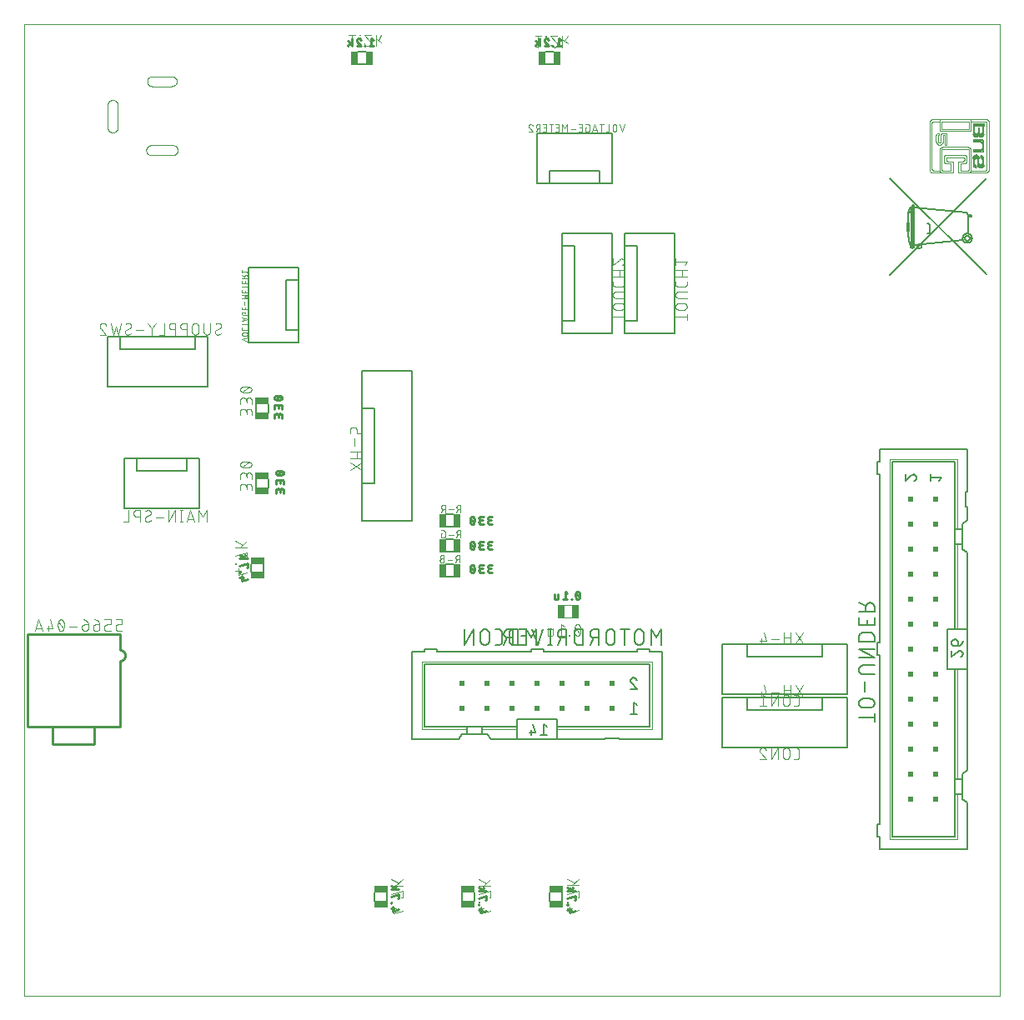
<source format=gbo>
G04 EAGLE Gerber X2 export*
%TF.Part,Single*%
%TF.FileFunction,Other,Silk bottom*%
%TF.FilePolarity,Positive*%
%TF.GenerationSoftware,Autodesk,EAGLE,9.2.1*%
%TF.CreationDate,2019-04-01T06:43:25Z*%
G75*
%MOMM*%
%FSLAX34Y34*%
%LPD*%
%INSilk bottom*%
%IPPOS*%
%AMOC8*
5,1,8,0,0,1.08239X$1,22.5*%
G01*
%ADD10C,0.000000*%
%ADD11C,0.228600*%
%ADD12C,0.152400*%
%ADD13R,1.400000X0.650000*%
%ADD14C,0.101600*%
%ADD15C,0.127000*%
%ADD16C,0.050800*%
%ADD17R,0.508000X0.508000*%
%ADD18C,0.177800*%
%ADD19R,0.650000X1.400000*%
%ADD20C,0.076200*%
%ADD21C,0.254000*%
%ADD22R,0.750100X1.450100*%
%ADD23C,0.203200*%
%ADD24R,1.155700X0.342900*%
%ADD25R,0.209500X0.565100*%
%ADD26R,0.254000X0.698500*%
%ADD27R,0.247600X0.698500*%
%ADD28R,0.222200X0.698500*%
%ADD29R,0.254000X0.673100*%
%ADD30R,0.247600X0.673100*%
%ADD31R,0.254000X0.952500*%
%ADD32R,0.927100X0.368300*%
%ADD33R,0.914400X0.368300*%
%ADD34C,0.144800*%


D10*
X0Y12700D02*
X990400Y12700D01*
X990400Y1000000D01*
X0Y1000000D01*
X0Y12700D01*
D11*
X220380Y434531D02*
X226505Y436280D01*
X220380Y434531D02*
X220380Y438905D01*
X218631Y437593D02*
X222130Y437593D01*
X219068Y442900D02*
X218631Y442900D01*
X219068Y442900D02*
X219068Y443337D01*
X218631Y443337D01*
X218631Y442900D01*
X225630Y447332D02*
X226505Y447332D01*
X226505Y451707D01*
X218631Y449519D01*
X218631Y456815D02*
X226505Y456815D01*
X223880Y460315D02*
X221255Y456815D01*
X222349Y458346D02*
X218631Y460315D01*
X255143Y523431D02*
X255143Y525618D01*
X255145Y525711D01*
X255151Y525803D01*
X255161Y525896D01*
X255174Y525988D01*
X255192Y526079D01*
X255214Y526169D01*
X255239Y526258D01*
X255268Y526347D01*
X255301Y526433D01*
X255337Y526519D01*
X255377Y526603D01*
X255421Y526685D01*
X255468Y526765D01*
X255518Y526843D01*
X255572Y526918D01*
X255628Y526992D01*
X255688Y527063D01*
X255751Y527131D01*
X255817Y527197D01*
X255885Y527260D01*
X255956Y527320D01*
X256030Y527376D01*
X256105Y527430D01*
X256183Y527480D01*
X256263Y527527D01*
X256345Y527571D01*
X256429Y527611D01*
X256515Y527647D01*
X256601Y527680D01*
X256690Y527709D01*
X256779Y527734D01*
X256869Y527756D01*
X256960Y527774D01*
X257052Y527787D01*
X257145Y527797D01*
X257237Y527803D01*
X257330Y527805D01*
X257423Y527803D01*
X257515Y527797D01*
X257608Y527787D01*
X257700Y527774D01*
X257791Y527756D01*
X257881Y527734D01*
X257970Y527709D01*
X258059Y527680D01*
X258145Y527647D01*
X258231Y527611D01*
X258315Y527571D01*
X258397Y527527D01*
X258477Y527480D01*
X258555Y527430D01*
X258630Y527376D01*
X258704Y527320D01*
X258775Y527260D01*
X258843Y527197D01*
X258909Y527131D01*
X258972Y527063D01*
X259032Y526992D01*
X259088Y526918D01*
X259142Y526843D01*
X259192Y526765D01*
X259239Y526685D01*
X259283Y526603D01*
X259323Y526519D01*
X259359Y526433D01*
X259392Y526347D01*
X259421Y526258D01*
X259446Y526169D01*
X259468Y526079D01*
X259486Y525988D01*
X259499Y525896D01*
X259509Y525803D01*
X259515Y525711D01*
X259517Y525618D01*
X263017Y526055D02*
X263017Y523431D01*
X263017Y526055D02*
X263015Y526137D01*
X263009Y526219D01*
X263000Y526300D01*
X262986Y526381D01*
X262969Y526462D01*
X262948Y526541D01*
X262924Y526619D01*
X262895Y526696D01*
X262863Y526772D01*
X262828Y526846D01*
X262789Y526918D01*
X262747Y526989D01*
X262702Y527057D01*
X262653Y527123D01*
X262602Y527187D01*
X262547Y527248D01*
X262490Y527307D01*
X262430Y527363D01*
X262367Y527416D01*
X262302Y527466D01*
X262235Y527513D01*
X262166Y527557D01*
X262094Y527597D01*
X262021Y527634D01*
X261946Y527668D01*
X261870Y527698D01*
X261792Y527724D01*
X261713Y527747D01*
X261634Y527766D01*
X261553Y527781D01*
X261472Y527793D01*
X261390Y527801D01*
X261308Y527805D01*
X261226Y527805D01*
X261144Y527801D01*
X261062Y527793D01*
X260981Y527781D01*
X260900Y527766D01*
X260821Y527747D01*
X260742Y527724D01*
X260664Y527698D01*
X260588Y527668D01*
X260513Y527634D01*
X260440Y527597D01*
X260368Y527557D01*
X260299Y527513D01*
X260232Y527466D01*
X260167Y527416D01*
X260104Y527363D01*
X260044Y527307D01*
X259987Y527248D01*
X259932Y527187D01*
X259881Y527123D01*
X259832Y527057D01*
X259787Y526989D01*
X259745Y526918D01*
X259706Y526846D01*
X259671Y526772D01*
X259639Y526696D01*
X259610Y526619D01*
X259586Y526541D01*
X259565Y526462D01*
X259548Y526381D01*
X259534Y526300D01*
X259525Y526219D01*
X259519Y526137D01*
X259517Y526055D01*
X259517Y524305D01*
X255143Y532575D02*
X255143Y534762D01*
X255145Y534855D01*
X255151Y534947D01*
X255161Y535040D01*
X255174Y535132D01*
X255192Y535223D01*
X255214Y535313D01*
X255239Y535402D01*
X255268Y535491D01*
X255301Y535577D01*
X255337Y535663D01*
X255377Y535747D01*
X255421Y535829D01*
X255468Y535909D01*
X255518Y535987D01*
X255572Y536062D01*
X255628Y536136D01*
X255688Y536207D01*
X255751Y536275D01*
X255817Y536341D01*
X255885Y536404D01*
X255956Y536464D01*
X256030Y536520D01*
X256105Y536574D01*
X256183Y536624D01*
X256263Y536671D01*
X256345Y536715D01*
X256429Y536755D01*
X256515Y536791D01*
X256601Y536824D01*
X256690Y536853D01*
X256779Y536878D01*
X256869Y536900D01*
X256960Y536918D01*
X257052Y536931D01*
X257145Y536941D01*
X257237Y536947D01*
X257330Y536949D01*
X257423Y536947D01*
X257515Y536941D01*
X257608Y536931D01*
X257700Y536918D01*
X257791Y536900D01*
X257881Y536878D01*
X257970Y536853D01*
X258059Y536824D01*
X258145Y536791D01*
X258231Y536755D01*
X258315Y536715D01*
X258397Y536671D01*
X258477Y536624D01*
X258555Y536574D01*
X258630Y536520D01*
X258704Y536464D01*
X258775Y536404D01*
X258843Y536341D01*
X258909Y536275D01*
X258972Y536207D01*
X259032Y536136D01*
X259088Y536062D01*
X259142Y535987D01*
X259192Y535909D01*
X259239Y535829D01*
X259283Y535747D01*
X259323Y535663D01*
X259359Y535577D01*
X259392Y535491D01*
X259421Y535402D01*
X259446Y535313D01*
X259468Y535223D01*
X259486Y535132D01*
X259499Y535040D01*
X259509Y534947D01*
X259515Y534855D01*
X259517Y534762D01*
X263017Y535199D02*
X263017Y532575D01*
X263017Y535199D02*
X263015Y535281D01*
X263009Y535363D01*
X263000Y535444D01*
X262986Y535525D01*
X262969Y535606D01*
X262948Y535685D01*
X262924Y535763D01*
X262895Y535840D01*
X262863Y535916D01*
X262828Y535990D01*
X262789Y536062D01*
X262747Y536133D01*
X262702Y536201D01*
X262653Y536267D01*
X262602Y536331D01*
X262547Y536392D01*
X262490Y536451D01*
X262430Y536507D01*
X262367Y536560D01*
X262302Y536610D01*
X262235Y536657D01*
X262166Y536701D01*
X262094Y536741D01*
X262021Y536778D01*
X261946Y536812D01*
X261870Y536842D01*
X261792Y536868D01*
X261713Y536891D01*
X261634Y536910D01*
X261553Y536925D01*
X261472Y536937D01*
X261390Y536945D01*
X261308Y536949D01*
X261226Y536949D01*
X261144Y536945D01*
X261062Y536937D01*
X260981Y536925D01*
X260900Y536910D01*
X260821Y536891D01*
X260742Y536868D01*
X260664Y536842D01*
X260588Y536812D01*
X260513Y536778D01*
X260440Y536741D01*
X260368Y536701D01*
X260299Y536657D01*
X260232Y536610D01*
X260167Y536560D01*
X260104Y536507D01*
X260044Y536451D01*
X259987Y536392D01*
X259932Y536331D01*
X259881Y536267D01*
X259832Y536201D01*
X259787Y536133D01*
X259745Y536062D01*
X259706Y535990D01*
X259671Y535916D01*
X259639Y535840D01*
X259610Y535763D01*
X259586Y535685D01*
X259565Y535606D01*
X259548Y535525D01*
X259534Y535444D01*
X259525Y535363D01*
X259519Y535281D01*
X259517Y535199D01*
X259517Y533449D01*
X259080Y541718D02*
X259235Y541720D01*
X259390Y541725D01*
X259544Y541735D01*
X259699Y541748D01*
X259853Y541764D01*
X260006Y541784D01*
X260159Y541808D01*
X260312Y541836D01*
X260464Y541867D01*
X260614Y541902D01*
X260765Y541940D01*
X260914Y541982D01*
X261062Y542028D01*
X261209Y542077D01*
X261354Y542130D01*
X261499Y542186D01*
X261642Y542245D01*
X261783Y542308D01*
X261923Y542374D01*
X261923Y542375D02*
X261996Y542401D01*
X262067Y542432D01*
X262136Y542465D01*
X262204Y542502D01*
X262270Y542542D01*
X262334Y542585D01*
X262396Y542631D01*
X262456Y542680D01*
X262513Y542732D01*
X262568Y542787D01*
X262620Y542844D01*
X262669Y542903D01*
X262715Y542965D01*
X262759Y543029D01*
X262799Y543095D01*
X262836Y543163D01*
X262870Y543232D01*
X262900Y543303D01*
X262928Y543375D01*
X262951Y543449D01*
X262971Y543523D01*
X262988Y543599D01*
X263000Y543675D01*
X263010Y543752D01*
X263015Y543829D01*
X263017Y543906D01*
X263015Y543983D01*
X263010Y544060D01*
X263000Y544137D01*
X262988Y544213D01*
X262971Y544288D01*
X262951Y544363D01*
X262928Y544436D01*
X262901Y544509D01*
X262870Y544580D01*
X262836Y544649D01*
X262799Y544717D01*
X262759Y544783D01*
X262716Y544846D01*
X262669Y544908D01*
X262620Y544968D01*
X262568Y545025D01*
X262513Y545079D01*
X262456Y545131D01*
X262396Y545180D01*
X262335Y545226D01*
X262271Y545269D01*
X262205Y545309D01*
X262137Y545346D01*
X262067Y545380D01*
X261996Y545410D01*
X261924Y545437D01*
X261784Y545503D01*
X261642Y545566D01*
X261499Y545625D01*
X261354Y545681D01*
X261209Y545734D01*
X261062Y545783D01*
X260914Y545829D01*
X260765Y545871D01*
X260615Y545909D01*
X260464Y545944D01*
X260312Y545975D01*
X260159Y546003D01*
X260006Y546027D01*
X259853Y546047D01*
X259699Y546063D01*
X259544Y546076D01*
X259390Y546086D01*
X259235Y546091D01*
X259080Y546093D01*
X259080Y541718D02*
X258925Y541720D01*
X258770Y541725D01*
X258616Y541735D01*
X258461Y541748D01*
X258307Y541764D01*
X258154Y541784D01*
X258001Y541808D01*
X257848Y541836D01*
X257697Y541867D01*
X257546Y541902D01*
X257395Y541940D01*
X257246Y541982D01*
X257098Y542028D01*
X256951Y542077D01*
X256806Y542130D01*
X256661Y542186D01*
X256518Y542245D01*
X256377Y542308D01*
X256237Y542374D01*
X256237Y542375D02*
X256164Y542401D01*
X256093Y542432D01*
X256024Y542465D01*
X255956Y542502D01*
X255890Y542542D01*
X255826Y542585D01*
X255764Y542631D01*
X255704Y542680D01*
X255647Y542732D01*
X255592Y542787D01*
X255540Y542844D01*
X255491Y542903D01*
X255445Y542965D01*
X255401Y543029D01*
X255361Y543095D01*
X255324Y543163D01*
X255290Y543232D01*
X255260Y543303D01*
X255232Y543375D01*
X255209Y543449D01*
X255189Y543523D01*
X255172Y543599D01*
X255160Y543675D01*
X255150Y543752D01*
X255145Y543829D01*
X255143Y543906D01*
X256236Y545437D02*
X256377Y545503D01*
X256518Y545566D01*
X256661Y545625D01*
X256806Y545681D01*
X256951Y545734D01*
X257098Y545783D01*
X257246Y545829D01*
X257395Y545871D01*
X257545Y545909D01*
X257696Y545944D01*
X257848Y545975D01*
X258001Y546003D01*
X258154Y546027D01*
X258307Y546047D01*
X258461Y546063D01*
X258616Y546076D01*
X258770Y546086D01*
X258925Y546091D01*
X259080Y546093D01*
X256236Y545437D02*
X256164Y545410D01*
X256093Y545380D01*
X256023Y545346D01*
X255955Y545309D01*
X255889Y545269D01*
X255825Y545226D01*
X255764Y545180D01*
X255704Y545131D01*
X255647Y545079D01*
X255592Y545025D01*
X255540Y544968D01*
X255491Y544908D01*
X255444Y544846D01*
X255401Y544783D01*
X255361Y544717D01*
X255324Y544649D01*
X255290Y544580D01*
X255259Y544509D01*
X255232Y544436D01*
X255209Y544363D01*
X255189Y544288D01*
X255172Y544213D01*
X255160Y544137D01*
X255150Y544060D01*
X255145Y543983D01*
X255143Y543906D01*
X256893Y542156D02*
X261267Y545656D01*
X253556Y599631D02*
X253556Y601818D01*
X253558Y601911D01*
X253564Y602003D01*
X253574Y602096D01*
X253587Y602188D01*
X253605Y602279D01*
X253627Y602369D01*
X253652Y602458D01*
X253681Y602547D01*
X253714Y602633D01*
X253750Y602719D01*
X253790Y602803D01*
X253834Y602885D01*
X253881Y602965D01*
X253931Y603043D01*
X253985Y603118D01*
X254041Y603192D01*
X254101Y603263D01*
X254164Y603331D01*
X254230Y603397D01*
X254298Y603460D01*
X254369Y603520D01*
X254443Y603576D01*
X254518Y603630D01*
X254596Y603680D01*
X254676Y603727D01*
X254758Y603771D01*
X254842Y603811D01*
X254928Y603847D01*
X255014Y603880D01*
X255103Y603909D01*
X255192Y603934D01*
X255282Y603956D01*
X255373Y603974D01*
X255465Y603987D01*
X255558Y603997D01*
X255650Y604003D01*
X255743Y604005D01*
X255836Y604003D01*
X255928Y603997D01*
X256021Y603987D01*
X256113Y603974D01*
X256204Y603956D01*
X256294Y603934D01*
X256383Y603909D01*
X256472Y603880D01*
X256558Y603847D01*
X256644Y603811D01*
X256728Y603771D01*
X256810Y603727D01*
X256890Y603680D01*
X256968Y603630D01*
X257043Y603576D01*
X257117Y603520D01*
X257188Y603460D01*
X257256Y603397D01*
X257322Y603331D01*
X257385Y603263D01*
X257445Y603192D01*
X257501Y603118D01*
X257555Y603043D01*
X257605Y602965D01*
X257652Y602885D01*
X257696Y602803D01*
X257736Y602719D01*
X257772Y602633D01*
X257805Y602547D01*
X257834Y602458D01*
X257859Y602369D01*
X257881Y602279D01*
X257899Y602188D01*
X257912Y602096D01*
X257922Y602003D01*
X257928Y601911D01*
X257930Y601818D01*
X261430Y602255D02*
X261430Y599631D01*
X261430Y602255D02*
X261428Y602337D01*
X261422Y602419D01*
X261413Y602500D01*
X261399Y602581D01*
X261382Y602662D01*
X261361Y602741D01*
X261337Y602819D01*
X261308Y602896D01*
X261276Y602972D01*
X261241Y603046D01*
X261202Y603118D01*
X261160Y603189D01*
X261115Y603257D01*
X261066Y603323D01*
X261015Y603387D01*
X260960Y603448D01*
X260903Y603507D01*
X260843Y603563D01*
X260780Y603616D01*
X260715Y603666D01*
X260648Y603713D01*
X260579Y603757D01*
X260507Y603797D01*
X260434Y603834D01*
X260359Y603868D01*
X260283Y603898D01*
X260205Y603924D01*
X260126Y603947D01*
X260047Y603966D01*
X259966Y603981D01*
X259885Y603993D01*
X259803Y604001D01*
X259721Y604005D01*
X259639Y604005D01*
X259557Y604001D01*
X259475Y603993D01*
X259394Y603981D01*
X259313Y603966D01*
X259234Y603947D01*
X259155Y603924D01*
X259077Y603898D01*
X259001Y603868D01*
X258926Y603834D01*
X258853Y603797D01*
X258781Y603757D01*
X258712Y603713D01*
X258645Y603666D01*
X258580Y603616D01*
X258517Y603563D01*
X258457Y603507D01*
X258400Y603448D01*
X258345Y603387D01*
X258294Y603323D01*
X258245Y603257D01*
X258200Y603189D01*
X258158Y603118D01*
X258119Y603046D01*
X258084Y602972D01*
X258052Y602896D01*
X258023Y602819D01*
X257999Y602741D01*
X257978Y602662D01*
X257961Y602581D01*
X257947Y602500D01*
X257938Y602419D01*
X257932Y602337D01*
X257930Y602255D01*
X257930Y600505D01*
X253556Y608775D02*
X253556Y610962D01*
X253558Y611055D01*
X253564Y611147D01*
X253574Y611240D01*
X253587Y611332D01*
X253605Y611423D01*
X253627Y611513D01*
X253652Y611602D01*
X253681Y611691D01*
X253714Y611777D01*
X253750Y611863D01*
X253790Y611947D01*
X253834Y612029D01*
X253881Y612109D01*
X253931Y612187D01*
X253985Y612262D01*
X254041Y612336D01*
X254101Y612407D01*
X254164Y612475D01*
X254230Y612541D01*
X254298Y612604D01*
X254369Y612664D01*
X254443Y612720D01*
X254518Y612774D01*
X254596Y612824D01*
X254676Y612871D01*
X254758Y612915D01*
X254842Y612955D01*
X254928Y612991D01*
X255014Y613024D01*
X255103Y613053D01*
X255192Y613078D01*
X255282Y613100D01*
X255373Y613118D01*
X255465Y613131D01*
X255558Y613141D01*
X255650Y613147D01*
X255743Y613149D01*
X255836Y613147D01*
X255928Y613141D01*
X256021Y613131D01*
X256113Y613118D01*
X256204Y613100D01*
X256294Y613078D01*
X256383Y613053D01*
X256472Y613024D01*
X256558Y612991D01*
X256644Y612955D01*
X256728Y612915D01*
X256810Y612871D01*
X256890Y612824D01*
X256968Y612774D01*
X257043Y612720D01*
X257117Y612664D01*
X257188Y612604D01*
X257256Y612541D01*
X257322Y612475D01*
X257385Y612407D01*
X257445Y612336D01*
X257501Y612262D01*
X257555Y612187D01*
X257605Y612109D01*
X257652Y612029D01*
X257696Y611947D01*
X257736Y611863D01*
X257772Y611777D01*
X257805Y611691D01*
X257834Y611602D01*
X257859Y611513D01*
X257881Y611423D01*
X257899Y611332D01*
X257912Y611240D01*
X257922Y611147D01*
X257928Y611055D01*
X257930Y610962D01*
X261430Y611399D02*
X261430Y608775D01*
X261430Y611399D02*
X261428Y611481D01*
X261422Y611563D01*
X261413Y611644D01*
X261399Y611725D01*
X261382Y611806D01*
X261361Y611885D01*
X261337Y611963D01*
X261308Y612040D01*
X261276Y612116D01*
X261241Y612190D01*
X261202Y612262D01*
X261160Y612333D01*
X261115Y612401D01*
X261066Y612467D01*
X261015Y612531D01*
X260960Y612592D01*
X260903Y612651D01*
X260843Y612707D01*
X260780Y612760D01*
X260715Y612810D01*
X260648Y612857D01*
X260579Y612901D01*
X260507Y612941D01*
X260434Y612978D01*
X260359Y613012D01*
X260283Y613042D01*
X260205Y613068D01*
X260126Y613091D01*
X260047Y613110D01*
X259966Y613125D01*
X259885Y613137D01*
X259803Y613145D01*
X259721Y613149D01*
X259639Y613149D01*
X259557Y613145D01*
X259475Y613137D01*
X259394Y613125D01*
X259313Y613110D01*
X259234Y613091D01*
X259155Y613068D01*
X259077Y613042D01*
X259001Y613012D01*
X258926Y612978D01*
X258853Y612941D01*
X258781Y612901D01*
X258712Y612857D01*
X258645Y612810D01*
X258580Y612760D01*
X258517Y612707D01*
X258457Y612651D01*
X258400Y612592D01*
X258345Y612531D01*
X258294Y612467D01*
X258245Y612401D01*
X258200Y612333D01*
X258158Y612262D01*
X258119Y612190D01*
X258084Y612116D01*
X258052Y612040D01*
X258023Y611963D01*
X257999Y611885D01*
X257978Y611806D01*
X257961Y611725D01*
X257947Y611644D01*
X257938Y611563D01*
X257932Y611481D01*
X257930Y611399D01*
X257930Y609649D01*
X257493Y617918D02*
X257648Y617920D01*
X257803Y617925D01*
X257957Y617935D01*
X258112Y617948D01*
X258266Y617964D01*
X258419Y617984D01*
X258572Y618008D01*
X258725Y618036D01*
X258877Y618067D01*
X259027Y618102D01*
X259178Y618140D01*
X259327Y618182D01*
X259475Y618228D01*
X259622Y618277D01*
X259767Y618330D01*
X259912Y618386D01*
X260055Y618445D01*
X260196Y618508D01*
X260336Y618574D01*
X260336Y618575D02*
X260409Y618601D01*
X260480Y618632D01*
X260549Y618665D01*
X260617Y618702D01*
X260683Y618742D01*
X260747Y618785D01*
X260809Y618831D01*
X260869Y618880D01*
X260926Y618932D01*
X260981Y618987D01*
X261033Y619044D01*
X261082Y619103D01*
X261128Y619165D01*
X261172Y619229D01*
X261212Y619295D01*
X261249Y619363D01*
X261283Y619432D01*
X261313Y619503D01*
X261341Y619575D01*
X261364Y619649D01*
X261384Y619723D01*
X261401Y619799D01*
X261413Y619875D01*
X261423Y619952D01*
X261428Y620029D01*
X261430Y620106D01*
X261429Y620106D02*
X261427Y620183D01*
X261422Y620260D01*
X261412Y620337D01*
X261400Y620413D01*
X261383Y620488D01*
X261363Y620563D01*
X261340Y620636D01*
X261313Y620709D01*
X261282Y620780D01*
X261248Y620849D01*
X261211Y620917D01*
X261171Y620983D01*
X261128Y621046D01*
X261081Y621108D01*
X261032Y621168D01*
X260980Y621225D01*
X260925Y621279D01*
X260868Y621331D01*
X260808Y621380D01*
X260747Y621426D01*
X260683Y621469D01*
X260617Y621509D01*
X260549Y621546D01*
X260479Y621580D01*
X260408Y621610D01*
X260336Y621637D01*
X260337Y621637D02*
X260197Y621703D01*
X260055Y621766D01*
X259912Y621825D01*
X259767Y621881D01*
X259622Y621934D01*
X259475Y621983D01*
X259327Y622029D01*
X259178Y622071D01*
X259028Y622109D01*
X258877Y622144D01*
X258725Y622175D01*
X258572Y622203D01*
X258419Y622227D01*
X258266Y622247D01*
X258112Y622263D01*
X257957Y622276D01*
X257803Y622286D01*
X257648Y622291D01*
X257493Y622293D01*
X257493Y617918D02*
X257338Y617920D01*
X257183Y617925D01*
X257029Y617935D01*
X256874Y617948D01*
X256720Y617964D01*
X256567Y617984D01*
X256414Y618008D01*
X256261Y618036D01*
X256110Y618067D01*
X255959Y618102D01*
X255808Y618140D01*
X255659Y618182D01*
X255511Y618228D01*
X255364Y618277D01*
X255219Y618330D01*
X255074Y618386D01*
X254931Y618445D01*
X254790Y618508D01*
X254650Y618574D01*
X254649Y618575D02*
X254576Y618601D01*
X254505Y618632D01*
X254436Y618665D01*
X254368Y618702D01*
X254302Y618742D01*
X254238Y618785D01*
X254176Y618831D01*
X254116Y618880D01*
X254059Y618932D01*
X254004Y618987D01*
X253952Y619044D01*
X253903Y619103D01*
X253857Y619165D01*
X253813Y619229D01*
X253773Y619295D01*
X253736Y619363D01*
X253702Y619432D01*
X253672Y619503D01*
X253644Y619575D01*
X253621Y619649D01*
X253601Y619723D01*
X253584Y619799D01*
X253572Y619875D01*
X253562Y619952D01*
X253557Y620029D01*
X253555Y620106D01*
X254649Y621637D02*
X254790Y621703D01*
X254931Y621766D01*
X255074Y621825D01*
X255219Y621881D01*
X255364Y621934D01*
X255511Y621983D01*
X255659Y622029D01*
X255808Y622071D01*
X255958Y622109D01*
X256109Y622144D01*
X256261Y622175D01*
X256414Y622203D01*
X256567Y622227D01*
X256720Y622247D01*
X256874Y622263D01*
X257029Y622276D01*
X257183Y622286D01*
X257338Y622291D01*
X257493Y622293D01*
X254649Y621637D02*
X254577Y621610D01*
X254506Y621580D01*
X254436Y621546D01*
X254368Y621509D01*
X254302Y621469D01*
X254238Y621426D01*
X254177Y621380D01*
X254117Y621331D01*
X254060Y621279D01*
X254005Y621225D01*
X253953Y621168D01*
X253904Y621108D01*
X253857Y621046D01*
X253814Y620983D01*
X253774Y620917D01*
X253737Y620849D01*
X253703Y620780D01*
X253672Y620709D01*
X253645Y620636D01*
X253622Y620563D01*
X253602Y620488D01*
X253585Y620413D01*
X253573Y620337D01*
X253563Y620260D01*
X253558Y620183D01*
X253556Y620106D01*
X255305Y618356D02*
X259680Y621856D01*
X472920Y491681D02*
X475107Y491681D01*
X472920Y491681D02*
X472827Y491683D01*
X472735Y491689D01*
X472642Y491699D01*
X472550Y491712D01*
X472459Y491730D01*
X472369Y491752D01*
X472280Y491777D01*
X472191Y491806D01*
X472105Y491839D01*
X472019Y491875D01*
X471935Y491915D01*
X471853Y491959D01*
X471773Y492006D01*
X471695Y492056D01*
X471620Y492110D01*
X471546Y492166D01*
X471475Y492226D01*
X471407Y492289D01*
X471341Y492355D01*
X471278Y492423D01*
X471218Y492494D01*
X471162Y492568D01*
X471108Y492643D01*
X471058Y492721D01*
X471011Y492801D01*
X470967Y492883D01*
X470927Y492967D01*
X470891Y493053D01*
X470858Y493139D01*
X470829Y493228D01*
X470804Y493317D01*
X470782Y493407D01*
X470764Y493498D01*
X470751Y493590D01*
X470741Y493683D01*
X470735Y493775D01*
X470733Y493868D01*
X470735Y493961D01*
X470741Y494053D01*
X470751Y494146D01*
X470764Y494238D01*
X470782Y494329D01*
X470804Y494419D01*
X470829Y494508D01*
X470858Y494597D01*
X470891Y494683D01*
X470927Y494769D01*
X470967Y494853D01*
X471011Y494935D01*
X471058Y495015D01*
X471108Y495093D01*
X471162Y495168D01*
X471218Y495242D01*
X471278Y495313D01*
X471341Y495381D01*
X471407Y495447D01*
X471475Y495510D01*
X471546Y495570D01*
X471620Y495626D01*
X471695Y495680D01*
X471773Y495730D01*
X471853Y495777D01*
X471935Y495821D01*
X472019Y495861D01*
X472105Y495897D01*
X472191Y495930D01*
X472280Y495959D01*
X472369Y495984D01*
X472459Y496006D01*
X472550Y496024D01*
X472642Y496037D01*
X472735Y496047D01*
X472827Y496053D01*
X472920Y496055D01*
X472482Y499555D02*
X475107Y499555D01*
X472482Y499555D02*
X472400Y499553D01*
X472318Y499547D01*
X472237Y499538D01*
X472156Y499524D01*
X472075Y499507D01*
X471996Y499486D01*
X471918Y499462D01*
X471841Y499433D01*
X471765Y499401D01*
X471691Y499366D01*
X471619Y499327D01*
X471548Y499285D01*
X471480Y499240D01*
X471414Y499191D01*
X471350Y499140D01*
X471289Y499085D01*
X471230Y499028D01*
X471174Y498968D01*
X471121Y498905D01*
X471071Y498840D01*
X471024Y498773D01*
X470980Y498704D01*
X470940Y498632D01*
X470903Y498559D01*
X470869Y498484D01*
X470839Y498408D01*
X470813Y498330D01*
X470790Y498251D01*
X470771Y498172D01*
X470756Y498091D01*
X470744Y498010D01*
X470736Y497928D01*
X470732Y497846D01*
X470732Y497764D01*
X470736Y497682D01*
X470744Y497600D01*
X470756Y497519D01*
X470771Y497438D01*
X470790Y497359D01*
X470813Y497280D01*
X470839Y497202D01*
X470869Y497126D01*
X470903Y497051D01*
X470940Y496978D01*
X470980Y496906D01*
X471024Y496837D01*
X471071Y496770D01*
X471121Y496705D01*
X471174Y496642D01*
X471230Y496582D01*
X471289Y496525D01*
X471350Y496470D01*
X471414Y496419D01*
X471480Y496370D01*
X471548Y496325D01*
X471619Y496283D01*
X471691Y496244D01*
X471765Y496209D01*
X471841Y496177D01*
X471918Y496148D01*
X471996Y496124D01*
X472075Y496103D01*
X472156Y496086D01*
X472237Y496072D01*
X472318Y496063D01*
X472400Y496057D01*
X472482Y496055D01*
X474232Y496055D01*
X465963Y491681D02*
X463776Y491681D01*
X463683Y491683D01*
X463591Y491689D01*
X463498Y491699D01*
X463406Y491712D01*
X463315Y491730D01*
X463225Y491752D01*
X463136Y491777D01*
X463047Y491806D01*
X462961Y491839D01*
X462875Y491875D01*
X462791Y491915D01*
X462709Y491959D01*
X462629Y492006D01*
X462551Y492056D01*
X462476Y492110D01*
X462402Y492166D01*
X462331Y492226D01*
X462263Y492289D01*
X462197Y492355D01*
X462134Y492423D01*
X462074Y492494D01*
X462018Y492568D01*
X461964Y492643D01*
X461914Y492721D01*
X461867Y492801D01*
X461823Y492883D01*
X461783Y492967D01*
X461747Y493053D01*
X461714Y493139D01*
X461685Y493228D01*
X461660Y493317D01*
X461638Y493407D01*
X461620Y493498D01*
X461607Y493590D01*
X461597Y493683D01*
X461591Y493775D01*
X461589Y493868D01*
X461591Y493961D01*
X461597Y494053D01*
X461607Y494146D01*
X461620Y494238D01*
X461638Y494329D01*
X461660Y494419D01*
X461685Y494508D01*
X461714Y494597D01*
X461747Y494683D01*
X461783Y494769D01*
X461823Y494853D01*
X461867Y494935D01*
X461914Y495015D01*
X461964Y495093D01*
X462018Y495168D01*
X462074Y495242D01*
X462134Y495313D01*
X462197Y495381D01*
X462263Y495447D01*
X462331Y495510D01*
X462402Y495570D01*
X462476Y495626D01*
X462551Y495680D01*
X462629Y495730D01*
X462709Y495777D01*
X462791Y495821D01*
X462875Y495861D01*
X462961Y495897D01*
X463047Y495930D01*
X463136Y495959D01*
X463225Y495984D01*
X463315Y496006D01*
X463406Y496024D01*
X463498Y496037D01*
X463591Y496047D01*
X463683Y496053D01*
X463776Y496055D01*
X463338Y499555D02*
X465963Y499555D01*
X463338Y499555D02*
X463256Y499553D01*
X463174Y499547D01*
X463093Y499538D01*
X463012Y499524D01*
X462931Y499507D01*
X462852Y499486D01*
X462774Y499462D01*
X462697Y499433D01*
X462621Y499401D01*
X462547Y499366D01*
X462475Y499327D01*
X462404Y499285D01*
X462336Y499240D01*
X462270Y499191D01*
X462206Y499140D01*
X462145Y499085D01*
X462086Y499028D01*
X462030Y498968D01*
X461977Y498905D01*
X461927Y498840D01*
X461880Y498773D01*
X461836Y498704D01*
X461796Y498632D01*
X461759Y498559D01*
X461725Y498484D01*
X461695Y498408D01*
X461669Y498330D01*
X461646Y498251D01*
X461627Y498172D01*
X461612Y498091D01*
X461600Y498010D01*
X461592Y497928D01*
X461588Y497846D01*
X461588Y497764D01*
X461592Y497682D01*
X461600Y497600D01*
X461612Y497519D01*
X461627Y497438D01*
X461646Y497359D01*
X461669Y497280D01*
X461695Y497202D01*
X461725Y497126D01*
X461759Y497051D01*
X461796Y496978D01*
X461836Y496906D01*
X461880Y496837D01*
X461927Y496770D01*
X461977Y496705D01*
X462030Y496642D01*
X462086Y496582D01*
X462145Y496525D01*
X462206Y496470D01*
X462270Y496419D01*
X462336Y496370D01*
X462404Y496325D01*
X462475Y496283D01*
X462547Y496244D01*
X462621Y496209D01*
X462697Y496177D01*
X462774Y496148D01*
X462852Y496124D01*
X462931Y496103D01*
X463012Y496086D01*
X463093Y496072D01*
X463174Y496063D01*
X463256Y496057D01*
X463338Y496055D01*
X465088Y496055D01*
X456819Y495618D02*
X456817Y495773D01*
X456812Y495928D01*
X456802Y496082D01*
X456789Y496237D01*
X456773Y496391D01*
X456753Y496544D01*
X456729Y496697D01*
X456701Y496850D01*
X456670Y497002D01*
X456635Y497152D01*
X456597Y497303D01*
X456555Y497452D01*
X456509Y497600D01*
X456460Y497747D01*
X456407Y497892D01*
X456351Y498037D01*
X456292Y498180D01*
X456229Y498321D01*
X456163Y498461D01*
X456137Y498534D01*
X456106Y498605D01*
X456073Y498674D01*
X456036Y498742D01*
X455996Y498808D01*
X455953Y498872D01*
X455907Y498934D01*
X455858Y498994D01*
X455806Y499051D01*
X455751Y499106D01*
X455694Y499158D01*
X455635Y499207D01*
X455573Y499253D01*
X455509Y499297D01*
X455443Y499337D01*
X455375Y499374D01*
X455306Y499408D01*
X455235Y499438D01*
X455163Y499466D01*
X455089Y499489D01*
X455015Y499509D01*
X454939Y499526D01*
X454863Y499538D01*
X454786Y499548D01*
X454709Y499553D01*
X454632Y499555D01*
X454555Y499553D01*
X454478Y499548D01*
X454401Y499538D01*
X454325Y499526D01*
X454249Y499509D01*
X454175Y499489D01*
X454101Y499466D01*
X454029Y499438D01*
X453958Y499408D01*
X453889Y499374D01*
X453821Y499337D01*
X453755Y499297D01*
X453691Y499253D01*
X453629Y499207D01*
X453570Y499158D01*
X453513Y499106D01*
X453458Y499051D01*
X453406Y498994D01*
X453357Y498934D01*
X453311Y498872D01*
X453268Y498808D01*
X453228Y498742D01*
X453191Y498674D01*
X453158Y498605D01*
X453127Y498534D01*
X453101Y498461D01*
X453100Y498462D02*
X453034Y498322D01*
X452971Y498180D01*
X452912Y498037D01*
X452856Y497892D01*
X452803Y497747D01*
X452754Y497600D01*
X452708Y497452D01*
X452666Y497303D01*
X452628Y497153D01*
X452593Y497002D01*
X452562Y496850D01*
X452534Y496697D01*
X452510Y496544D01*
X452490Y496391D01*
X452474Y496237D01*
X452461Y496082D01*
X452451Y495928D01*
X452446Y495773D01*
X452444Y495618D01*
X456819Y495618D02*
X456817Y495463D01*
X456812Y495308D01*
X456802Y495154D01*
X456789Y494999D01*
X456773Y494845D01*
X456753Y494692D01*
X456729Y494539D01*
X456701Y494386D01*
X456670Y494235D01*
X456635Y494084D01*
X456597Y493934D01*
X456555Y493784D01*
X456509Y493636D01*
X456460Y493489D01*
X456407Y493344D01*
X456351Y493199D01*
X456292Y493056D01*
X456229Y492915D01*
X456163Y492775D01*
X456163Y492774D02*
X456137Y492701D01*
X456106Y492630D01*
X456073Y492561D01*
X456036Y492493D01*
X455996Y492427D01*
X455953Y492363D01*
X455907Y492301D01*
X455858Y492241D01*
X455806Y492184D01*
X455751Y492129D01*
X455694Y492077D01*
X455635Y492028D01*
X455573Y491982D01*
X455509Y491938D01*
X455443Y491898D01*
X455375Y491861D01*
X455306Y491827D01*
X455235Y491797D01*
X455163Y491769D01*
X455089Y491746D01*
X455015Y491726D01*
X454939Y491709D01*
X454863Y491697D01*
X454786Y491687D01*
X454709Y491682D01*
X454632Y491680D01*
X453100Y492774D02*
X453034Y492915D01*
X452971Y493056D01*
X452912Y493199D01*
X452856Y493344D01*
X452803Y493489D01*
X452754Y493636D01*
X452708Y493784D01*
X452666Y493933D01*
X452628Y494083D01*
X452593Y494234D01*
X452562Y494386D01*
X452534Y494539D01*
X452510Y494692D01*
X452490Y494845D01*
X452474Y494999D01*
X452461Y495154D01*
X452451Y495308D01*
X452446Y495463D01*
X452444Y495618D01*
X453101Y492774D02*
X453127Y492701D01*
X453158Y492630D01*
X453191Y492561D01*
X453228Y492493D01*
X453268Y492427D01*
X453311Y492363D01*
X453357Y492301D01*
X453406Y492241D01*
X453458Y492184D01*
X453513Y492129D01*
X453570Y492077D01*
X453629Y492028D01*
X453691Y491982D01*
X453755Y491938D01*
X453821Y491898D01*
X453889Y491861D01*
X453958Y491827D01*
X454029Y491797D01*
X454101Y491769D01*
X454175Y491746D01*
X454249Y491726D01*
X454325Y491709D01*
X454401Y491697D01*
X454478Y491687D01*
X454555Y491682D01*
X454632Y491680D01*
X456382Y493430D02*
X452882Y497805D01*
X472920Y466281D02*
X475107Y466281D01*
X472920Y466281D02*
X472827Y466283D01*
X472735Y466289D01*
X472642Y466299D01*
X472550Y466312D01*
X472459Y466330D01*
X472369Y466352D01*
X472280Y466377D01*
X472191Y466406D01*
X472105Y466439D01*
X472019Y466475D01*
X471935Y466515D01*
X471853Y466559D01*
X471773Y466606D01*
X471695Y466656D01*
X471620Y466710D01*
X471546Y466766D01*
X471475Y466826D01*
X471407Y466889D01*
X471341Y466955D01*
X471278Y467023D01*
X471218Y467094D01*
X471162Y467168D01*
X471108Y467243D01*
X471058Y467321D01*
X471011Y467401D01*
X470967Y467483D01*
X470927Y467567D01*
X470891Y467653D01*
X470858Y467739D01*
X470829Y467828D01*
X470804Y467917D01*
X470782Y468007D01*
X470764Y468098D01*
X470751Y468190D01*
X470741Y468283D01*
X470735Y468375D01*
X470733Y468468D01*
X470735Y468561D01*
X470741Y468653D01*
X470751Y468746D01*
X470764Y468838D01*
X470782Y468929D01*
X470804Y469019D01*
X470829Y469108D01*
X470858Y469197D01*
X470891Y469283D01*
X470927Y469369D01*
X470967Y469453D01*
X471011Y469535D01*
X471058Y469615D01*
X471108Y469693D01*
X471162Y469768D01*
X471218Y469842D01*
X471278Y469913D01*
X471341Y469981D01*
X471407Y470047D01*
X471475Y470110D01*
X471546Y470170D01*
X471620Y470226D01*
X471695Y470280D01*
X471773Y470330D01*
X471853Y470377D01*
X471935Y470421D01*
X472019Y470461D01*
X472105Y470497D01*
X472191Y470530D01*
X472280Y470559D01*
X472369Y470584D01*
X472459Y470606D01*
X472550Y470624D01*
X472642Y470637D01*
X472735Y470647D01*
X472827Y470653D01*
X472920Y470655D01*
X472482Y474155D02*
X475107Y474155D01*
X472482Y474155D02*
X472400Y474153D01*
X472318Y474147D01*
X472237Y474138D01*
X472156Y474124D01*
X472075Y474107D01*
X471996Y474086D01*
X471918Y474062D01*
X471841Y474033D01*
X471765Y474001D01*
X471691Y473966D01*
X471619Y473927D01*
X471548Y473885D01*
X471480Y473840D01*
X471414Y473791D01*
X471350Y473740D01*
X471289Y473685D01*
X471230Y473628D01*
X471174Y473568D01*
X471121Y473505D01*
X471071Y473440D01*
X471024Y473373D01*
X470980Y473304D01*
X470940Y473232D01*
X470903Y473159D01*
X470869Y473084D01*
X470839Y473008D01*
X470813Y472930D01*
X470790Y472851D01*
X470771Y472772D01*
X470756Y472691D01*
X470744Y472610D01*
X470736Y472528D01*
X470732Y472446D01*
X470732Y472364D01*
X470736Y472282D01*
X470744Y472200D01*
X470756Y472119D01*
X470771Y472038D01*
X470790Y471959D01*
X470813Y471880D01*
X470839Y471802D01*
X470869Y471726D01*
X470903Y471651D01*
X470940Y471578D01*
X470980Y471506D01*
X471024Y471437D01*
X471071Y471370D01*
X471121Y471305D01*
X471174Y471242D01*
X471230Y471182D01*
X471289Y471125D01*
X471350Y471070D01*
X471414Y471019D01*
X471480Y470970D01*
X471548Y470925D01*
X471619Y470883D01*
X471691Y470844D01*
X471765Y470809D01*
X471841Y470777D01*
X471918Y470748D01*
X471996Y470724D01*
X472075Y470703D01*
X472156Y470686D01*
X472237Y470672D01*
X472318Y470663D01*
X472400Y470657D01*
X472482Y470655D01*
X474232Y470655D01*
X465963Y466281D02*
X463776Y466281D01*
X463683Y466283D01*
X463591Y466289D01*
X463498Y466299D01*
X463406Y466312D01*
X463315Y466330D01*
X463225Y466352D01*
X463136Y466377D01*
X463047Y466406D01*
X462961Y466439D01*
X462875Y466475D01*
X462791Y466515D01*
X462709Y466559D01*
X462629Y466606D01*
X462551Y466656D01*
X462476Y466710D01*
X462402Y466766D01*
X462331Y466826D01*
X462263Y466889D01*
X462197Y466955D01*
X462134Y467023D01*
X462074Y467094D01*
X462018Y467168D01*
X461964Y467243D01*
X461914Y467321D01*
X461867Y467401D01*
X461823Y467483D01*
X461783Y467567D01*
X461747Y467653D01*
X461714Y467739D01*
X461685Y467828D01*
X461660Y467917D01*
X461638Y468007D01*
X461620Y468098D01*
X461607Y468190D01*
X461597Y468283D01*
X461591Y468375D01*
X461589Y468468D01*
X461591Y468561D01*
X461597Y468653D01*
X461607Y468746D01*
X461620Y468838D01*
X461638Y468929D01*
X461660Y469019D01*
X461685Y469108D01*
X461714Y469197D01*
X461747Y469283D01*
X461783Y469369D01*
X461823Y469453D01*
X461867Y469535D01*
X461914Y469615D01*
X461964Y469693D01*
X462018Y469768D01*
X462074Y469842D01*
X462134Y469913D01*
X462197Y469981D01*
X462263Y470047D01*
X462331Y470110D01*
X462402Y470170D01*
X462476Y470226D01*
X462551Y470280D01*
X462629Y470330D01*
X462709Y470377D01*
X462791Y470421D01*
X462875Y470461D01*
X462961Y470497D01*
X463047Y470530D01*
X463136Y470559D01*
X463225Y470584D01*
X463315Y470606D01*
X463406Y470624D01*
X463498Y470637D01*
X463591Y470647D01*
X463683Y470653D01*
X463776Y470655D01*
X463338Y474155D02*
X465963Y474155D01*
X463338Y474155D02*
X463256Y474153D01*
X463174Y474147D01*
X463093Y474138D01*
X463012Y474124D01*
X462931Y474107D01*
X462852Y474086D01*
X462774Y474062D01*
X462697Y474033D01*
X462621Y474001D01*
X462547Y473966D01*
X462475Y473927D01*
X462404Y473885D01*
X462336Y473840D01*
X462270Y473791D01*
X462206Y473740D01*
X462145Y473685D01*
X462086Y473628D01*
X462030Y473568D01*
X461977Y473505D01*
X461927Y473440D01*
X461880Y473373D01*
X461836Y473304D01*
X461796Y473232D01*
X461759Y473159D01*
X461725Y473084D01*
X461695Y473008D01*
X461669Y472930D01*
X461646Y472851D01*
X461627Y472772D01*
X461612Y472691D01*
X461600Y472610D01*
X461592Y472528D01*
X461588Y472446D01*
X461588Y472364D01*
X461592Y472282D01*
X461600Y472200D01*
X461612Y472119D01*
X461627Y472038D01*
X461646Y471959D01*
X461669Y471880D01*
X461695Y471802D01*
X461725Y471726D01*
X461759Y471651D01*
X461796Y471578D01*
X461836Y471506D01*
X461880Y471437D01*
X461927Y471370D01*
X461977Y471305D01*
X462030Y471242D01*
X462086Y471182D01*
X462145Y471125D01*
X462206Y471070D01*
X462270Y471019D01*
X462336Y470970D01*
X462404Y470925D01*
X462475Y470883D01*
X462547Y470844D01*
X462621Y470809D01*
X462697Y470777D01*
X462774Y470748D01*
X462852Y470724D01*
X462931Y470703D01*
X463012Y470686D01*
X463093Y470672D01*
X463174Y470663D01*
X463256Y470657D01*
X463338Y470655D01*
X465088Y470655D01*
X456819Y470218D02*
X456817Y470373D01*
X456812Y470528D01*
X456802Y470682D01*
X456789Y470837D01*
X456773Y470991D01*
X456753Y471144D01*
X456729Y471297D01*
X456701Y471450D01*
X456670Y471602D01*
X456635Y471752D01*
X456597Y471903D01*
X456555Y472052D01*
X456509Y472200D01*
X456460Y472347D01*
X456407Y472492D01*
X456351Y472637D01*
X456292Y472780D01*
X456229Y472921D01*
X456163Y473061D01*
X456137Y473134D01*
X456106Y473205D01*
X456073Y473274D01*
X456036Y473342D01*
X455996Y473408D01*
X455953Y473472D01*
X455907Y473534D01*
X455858Y473594D01*
X455806Y473651D01*
X455751Y473706D01*
X455694Y473758D01*
X455635Y473807D01*
X455573Y473853D01*
X455509Y473897D01*
X455443Y473937D01*
X455375Y473974D01*
X455306Y474008D01*
X455235Y474038D01*
X455163Y474066D01*
X455089Y474089D01*
X455015Y474109D01*
X454939Y474126D01*
X454863Y474138D01*
X454786Y474148D01*
X454709Y474153D01*
X454632Y474155D01*
X454555Y474153D01*
X454478Y474148D01*
X454401Y474138D01*
X454325Y474126D01*
X454249Y474109D01*
X454175Y474089D01*
X454101Y474066D01*
X454029Y474038D01*
X453958Y474008D01*
X453889Y473974D01*
X453821Y473937D01*
X453755Y473897D01*
X453691Y473853D01*
X453629Y473807D01*
X453570Y473758D01*
X453513Y473706D01*
X453458Y473651D01*
X453406Y473594D01*
X453357Y473534D01*
X453311Y473472D01*
X453268Y473408D01*
X453228Y473342D01*
X453191Y473274D01*
X453158Y473205D01*
X453127Y473134D01*
X453101Y473061D01*
X453100Y473062D02*
X453034Y472922D01*
X452971Y472780D01*
X452912Y472637D01*
X452856Y472492D01*
X452803Y472347D01*
X452754Y472200D01*
X452708Y472052D01*
X452666Y471903D01*
X452628Y471753D01*
X452593Y471602D01*
X452562Y471450D01*
X452534Y471297D01*
X452510Y471144D01*
X452490Y470991D01*
X452474Y470837D01*
X452461Y470682D01*
X452451Y470528D01*
X452446Y470373D01*
X452444Y470218D01*
X456819Y470218D02*
X456817Y470063D01*
X456812Y469908D01*
X456802Y469754D01*
X456789Y469599D01*
X456773Y469445D01*
X456753Y469292D01*
X456729Y469139D01*
X456701Y468986D01*
X456670Y468835D01*
X456635Y468684D01*
X456597Y468534D01*
X456555Y468384D01*
X456509Y468236D01*
X456460Y468089D01*
X456407Y467944D01*
X456351Y467799D01*
X456292Y467656D01*
X456229Y467515D01*
X456163Y467375D01*
X456163Y467374D02*
X456137Y467301D01*
X456106Y467230D01*
X456073Y467161D01*
X456036Y467093D01*
X455996Y467027D01*
X455953Y466963D01*
X455907Y466901D01*
X455858Y466841D01*
X455806Y466784D01*
X455751Y466729D01*
X455694Y466677D01*
X455635Y466628D01*
X455573Y466582D01*
X455509Y466538D01*
X455443Y466498D01*
X455375Y466461D01*
X455306Y466427D01*
X455235Y466397D01*
X455163Y466369D01*
X455089Y466346D01*
X455015Y466326D01*
X454939Y466309D01*
X454863Y466297D01*
X454786Y466287D01*
X454709Y466282D01*
X454632Y466280D01*
X453100Y467374D02*
X453034Y467515D01*
X452971Y467656D01*
X452912Y467799D01*
X452856Y467944D01*
X452803Y468089D01*
X452754Y468236D01*
X452708Y468384D01*
X452666Y468533D01*
X452628Y468683D01*
X452593Y468834D01*
X452562Y468986D01*
X452534Y469139D01*
X452510Y469292D01*
X452490Y469445D01*
X452474Y469599D01*
X452461Y469754D01*
X452451Y469908D01*
X452446Y470063D01*
X452444Y470218D01*
X453101Y467374D02*
X453127Y467301D01*
X453158Y467230D01*
X453191Y467161D01*
X453228Y467093D01*
X453268Y467027D01*
X453311Y466963D01*
X453357Y466901D01*
X453406Y466841D01*
X453458Y466784D01*
X453513Y466729D01*
X453570Y466677D01*
X453629Y466628D01*
X453691Y466582D01*
X453755Y466538D01*
X453821Y466498D01*
X453889Y466461D01*
X453958Y466427D01*
X454029Y466397D01*
X454101Y466369D01*
X454175Y466346D01*
X454249Y466326D01*
X454325Y466309D01*
X454401Y466297D01*
X454478Y466287D01*
X454555Y466282D01*
X454632Y466280D01*
X456382Y468030D02*
X452882Y472405D01*
X472920Y442468D02*
X475107Y442468D01*
X472920Y442468D02*
X472827Y442470D01*
X472735Y442476D01*
X472642Y442486D01*
X472550Y442499D01*
X472459Y442517D01*
X472369Y442539D01*
X472280Y442564D01*
X472191Y442593D01*
X472105Y442626D01*
X472019Y442662D01*
X471935Y442702D01*
X471853Y442746D01*
X471773Y442793D01*
X471695Y442843D01*
X471620Y442897D01*
X471546Y442953D01*
X471475Y443013D01*
X471407Y443076D01*
X471341Y443142D01*
X471278Y443210D01*
X471218Y443281D01*
X471162Y443355D01*
X471108Y443430D01*
X471058Y443508D01*
X471011Y443588D01*
X470967Y443670D01*
X470927Y443754D01*
X470891Y443840D01*
X470858Y443926D01*
X470829Y444015D01*
X470804Y444104D01*
X470782Y444194D01*
X470764Y444285D01*
X470751Y444377D01*
X470741Y444470D01*
X470735Y444562D01*
X470733Y444655D01*
X470735Y444748D01*
X470741Y444840D01*
X470751Y444933D01*
X470764Y445025D01*
X470782Y445116D01*
X470804Y445206D01*
X470829Y445295D01*
X470858Y445384D01*
X470891Y445470D01*
X470927Y445556D01*
X470967Y445640D01*
X471011Y445722D01*
X471058Y445802D01*
X471108Y445880D01*
X471162Y445955D01*
X471218Y446029D01*
X471278Y446100D01*
X471341Y446168D01*
X471407Y446234D01*
X471475Y446297D01*
X471546Y446357D01*
X471620Y446413D01*
X471695Y446467D01*
X471773Y446517D01*
X471853Y446564D01*
X471935Y446608D01*
X472019Y446648D01*
X472105Y446684D01*
X472191Y446717D01*
X472280Y446746D01*
X472369Y446771D01*
X472459Y446793D01*
X472550Y446811D01*
X472642Y446824D01*
X472735Y446834D01*
X472827Y446840D01*
X472920Y446842D01*
X472482Y450342D02*
X475107Y450342D01*
X472482Y450342D02*
X472400Y450340D01*
X472318Y450334D01*
X472237Y450325D01*
X472156Y450311D01*
X472075Y450294D01*
X471996Y450273D01*
X471918Y450249D01*
X471841Y450220D01*
X471765Y450188D01*
X471691Y450153D01*
X471619Y450114D01*
X471548Y450072D01*
X471480Y450027D01*
X471414Y449978D01*
X471350Y449927D01*
X471289Y449872D01*
X471230Y449815D01*
X471174Y449755D01*
X471121Y449692D01*
X471071Y449627D01*
X471024Y449560D01*
X470980Y449491D01*
X470940Y449419D01*
X470903Y449346D01*
X470869Y449271D01*
X470839Y449195D01*
X470813Y449117D01*
X470790Y449038D01*
X470771Y448959D01*
X470756Y448878D01*
X470744Y448797D01*
X470736Y448715D01*
X470732Y448633D01*
X470732Y448551D01*
X470736Y448469D01*
X470744Y448387D01*
X470756Y448306D01*
X470771Y448225D01*
X470790Y448146D01*
X470813Y448067D01*
X470839Y447989D01*
X470869Y447913D01*
X470903Y447838D01*
X470940Y447765D01*
X470980Y447693D01*
X471024Y447624D01*
X471071Y447557D01*
X471121Y447492D01*
X471174Y447429D01*
X471230Y447369D01*
X471289Y447312D01*
X471350Y447257D01*
X471414Y447206D01*
X471480Y447157D01*
X471548Y447112D01*
X471619Y447070D01*
X471691Y447031D01*
X471765Y446996D01*
X471841Y446964D01*
X471918Y446935D01*
X471996Y446911D01*
X472075Y446890D01*
X472156Y446873D01*
X472237Y446859D01*
X472318Y446850D01*
X472400Y446844D01*
X472482Y446842D01*
X474232Y446842D01*
X465963Y442468D02*
X463776Y442468D01*
X463683Y442470D01*
X463591Y442476D01*
X463498Y442486D01*
X463406Y442499D01*
X463315Y442517D01*
X463225Y442539D01*
X463136Y442564D01*
X463047Y442593D01*
X462961Y442626D01*
X462875Y442662D01*
X462791Y442702D01*
X462709Y442746D01*
X462629Y442793D01*
X462551Y442843D01*
X462476Y442897D01*
X462402Y442953D01*
X462331Y443013D01*
X462263Y443076D01*
X462197Y443142D01*
X462134Y443210D01*
X462074Y443281D01*
X462018Y443355D01*
X461964Y443430D01*
X461914Y443508D01*
X461867Y443588D01*
X461823Y443670D01*
X461783Y443754D01*
X461747Y443840D01*
X461714Y443926D01*
X461685Y444015D01*
X461660Y444104D01*
X461638Y444194D01*
X461620Y444285D01*
X461607Y444377D01*
X461597Y444470D01*
X461591Y444562D01*
X461589Y444655D01*
X461591Y444748D01*
X461597Y444840D01*
X461607Y444933D01*
X461620Y445025D01*
X461638Y445116D01*
X461660Y445206D01*
X461685Y445295D01*
X461714Y445384D01*
X461747Y445470D01*
X461783Y445556D01*
X461823Y445640D01*
X461867Y445722D01*
X461914Y445802D01*
X461964Y445880D01*
X462018Y445955D01*
X462074Y446029D01*
X462134Y446100D01*
X462197Y446168D01*
X462263Y446234D01*
X462331Y446297D01*
X462402Y446357D01*
X462476Y446413D01*
X462551Y446467D01*
X462629Y446517D01*
X462709Y446564D01*
X462791Y446608D01*
X462875Y446648D01*
X462961Y446684D01*
X463047Y446717D01*
X463136Y446746D01*
X463225Y446771D01*
X463315Y446793D01*
X463406Y446811D01*
X463498Y446824D01*
X463591Y446834D01*
X463683Y446840D01*
X463776Y446842D01*
X463338Y450342D02*
X465963Y450342D01*
X463338Y450342D02*
X463256Y450340D01*
X463174Y450334D01*
X463093Y450325D01*
X463012Y450311D01*
X462931Y450294D01*
X462852Y450273D01*
X462774Y450249D01*
X462697Y450220D01*
X462621Y450188D01*
X462547Y450153D01*
X462475Y450114D01*
X462404Y450072D01*
X462336Y450027D01*
X462270Y449978D01*
X462206Y449927D01*
X462145Y449872D01*
X462086Y449815D01*
X462030Y449755D01*
X461977Y449692D01*
X461927Y449627D01*
X461880Y449560D01*
X461836Y449491D01*
X461796Y449419D01*
X461759Y449346D01*
X461725Y449271D01*
X461695Y449195D01*
X461669Y449117D01*
X461646Y449038D01*
X461627Y448959D01*
X461612Y448878D01*
X461600Y448797D01*
X461592Y448715D01*
X461588Y448633D01*
X461588Y448551D01*
X461592Y448469D01*
X461600Y448387D01*
X461612Y448306D01*
X461627Y448225D01*
X461646Y448146D01*
X461669Y448067D01*
X461695Y447989D01*
X461725Y447913D01*
X461759Y447838D01*
X461796Y447765D01*
X461836Y447693D01*
X461880Y447624D01*
X461927Y447557D01*
X461977Y447492D01*
X462030Y447429D01*
X462086Y447369D01*
X462145Y447312D01*
X462206Y447257D01*
X462270Y447206D01*
X462336Y447157D01*
X462404Y447112D01*
X462475Y447070D01*
X462547Y447031D01*
X462621Y446996D01*
X462697Y446964D01*
X462774Y446935D01*
X462852Y446911D01*
X462931Y446890D01*
X463012Y446873D01*
X463093Y446859D01*
X463174Y446850D01*
X463256Y446844D01*
X463338Y446842D01*
X465088Y446842D01*
X456819Y446405D02*
X456817Y446560D01*
X456812Y446715D01*
X456802Y446869D01*
X456789Y447024D01*
X456773Y447178D01*
X456753Y447331D01*
X456729Y447484D01*
X456701Y447637D01*
X456670Y447789D01*
X456635Y447939D01*
X456597Y448090D01*
X456555Y448239D01*
X456509Y448387D01*
X456460Y448534D01*
X456407Y448679D01*
X456351Y448824D01*
X456292Y448967D01*
X456229Y449108D01*
X456163Y449248D01*
X456137Y449321D01*
X456106Y449392D01*
X456073Y449461D01*
X456036Y449529D01*
X455996Y449595D01*
X455953Y449659D01*
X455907Y449721D01*
X455858Y449781D01*
X455806Y449838D01*
X455751Y449893D01*
X455694Y449945D01*
X455635Y449994D01*
X455573Y450040D01*
X455509Y450084D01*
X455443Y450124D01*
X455375Y450161D01*
X455306Y450195D01*
X455235Y450225D01*
X455163Y450253D01*
X455089Y450276D01*
X455015Y450296D01*
X454939Y450313D01*
X454863Y450325D01*
X454786Y450335D01*
X454709Y450340D01*
X454632Y450342D01*
X454555Y450340D01*
X454478Y450335D01*
X454401Y450325D01*
X454325Y450313D01*
X454249Y450296D01*
X454175Y450276D01*
X454101Y450253D01*
X454029Y450225D01*
X453958Y450195D01*
X453889Y450161D01*
X453821Y450124D01*
X453755Y450084D01*
X453691Y450040D01*
X453629Y449994D01*
X453570Y449945D01*
X453513Y449893D01*
X453458Y449838D01*
X453406Y449781D01*
X453357Y449721D01*
X453311Y449659D01*
X453268Y449595D01*
X453228Y449529D01*
X453191Y449461D01*
X453158Y449392D01*
X453127Y449321D01*
X453101Y449248D01*
X453100Y449249D02*
X453034Y449109D01*
X452971Y448967D01*
X452912Y448824D01*
X452856Y448679D01*
X452803Y448534D01*
X452754Y448387D01*
X452708Y448239D01*
X452666Y448090D01*
X452628Y447940D01*
X452593Y447789D01*
X452562Y447637D01*
X452534Y447484D01*
X452510Y447331D01*
X452490Y447178D01*
X452474Y447024D01*
X452461Y446869D01*
X452451Y446715D01*
X452446Y446560D01*
X452444Y446405D01*
X456819Y446405D02*
X456817Y446250D01*
X456812Y446095D01*
X456802Y445941D01*
X456789Y445786D01*
X456773Y445632D01*
X456753Y445479D01*
X456729Y445326D01*
X456701Y445173D01*
X456670Y445022D01*
X456635Y444871D01*
X456597Y444721D01*
X456555Y444571D01*
X456509Y444423D01*
X456460Y444276D01*
X456407Y444131D01*
X456351Y443986D01*
X456292Y443843D01*
X456229Y443702D01*
X456163Y443562D01*
X456137Y443489D01*
X456106Y443418D01*
X456073Y443349D01*
X456036Y443281D01*
X455996Y443215D01*
X455953Y443151D01*
X455907Y443089D01*
X455858Y443029D01*
X455806Y442972D01*
X455751Y442917D01*
X455694Y442865D01*
X455635Y442816D01*
X455573Y442770D01*
X455509Y442726D01*
X455443Y442686D01*
X455375Y442649D01*
X455306Y442615D01*
X455235Y442585D01*
X455163Y442557D01*
X455089Y442534D01*
X455015Y442514D01*
X454939Y442497D01*
X454863Y442485D01*
X454786Y442475D01*
X454709Y442470D01*
X454632Y442468D01*
X453100Y443561D02*
X453034Y443702D01*
X452971Y443843D01*
X452912Y443986D01*
X452856Y444131D01*
X452803Y444276D01*
X452754Y444423D01*
X452708Y444571D01*
X452666Y444720D01*
X452628Y444870D01*
X452593Y445021D01*
X452562Y445173D01*
X452534Y445326D01*
X452510Y445479D01*
X452490Y445632D01*
X452474Y445786D01*
X452461Y445941D01*
X452451Y446095D01*
X452446Y446250D01*
X452444Y446405D01*
X453101Y443562D02*
X453127Y443489D01*
X453158Y443418D01*
X453191Y443349D01*
X453228Y443281D01*
X453268Y443215D01*
X453311Y443151D01*
X453357Y443089D01*
X453406Y443029D01*
X453458Y442972D01*
X453513Y442917D01*
X453570Y442865D01*
X453629Y442816D01*
X453691Y442770D01*
X453755Y442726D01*
X453821Y442686D01*
X453889Y442649D01*
X453958Y442615D01*
X454029Y442585D01*
X454101Y442557D01*
X454175Y442534D01*
X454249Y442514D01*
X454325Y442497D01*
X454401Y442485D01*
X454478Y442475D01*
X454555Y442470D01*
X454632Y442468D01*
X456382Y444218D02*
X452882Y448592D01*
X379857Y100235D02*
X373733Y98485D01*
X373733Y102860D01*
X375483Y101547D02*
X371983Y101547D01*
X371983Y106854D02*
X372420Y106854D01*
X372420Y107292D01*
X371983Y107292D01*
X371983Y106854D01*
X378982Y111287D02*
X379857Y111287D01*
X379857Y115661D01*
X371983Y113474D01*
X371983Y120770D02*
X379857Y120770D01*
X377232Y124270D02*
X374608Y120770D01*
X375701Y122301D02*
X371983Y124270D01*
X462633Y96898D02*
X468757Y98647D01*
X462633Y96898D02*
X462633Y101272D01*
X464383Y99960D02*
X460883Y99960D01*
X460883Y105267D02*
X461320Y105267D01*
X461320Y105704D01*
X460883Y105704D01*
X460883Y105267D01*
X467882Y109699D02*
X468757Y109699D01*
X468757Y114074D01*
X460883Y111886D01*
X460883Y119182D02*
X468757Y119182D01*
X466132Y122682D02*
X463508Y119182D01*
X464601Y120714D02*
X460883Y122682D01*
X553120Y96898D02*
X559245Y98647D01*
X553120Y96898D02*
X553120Y101272D01*
X551371Y99960D02*
X554870Y99960D01*
X551808Y105267D02*
X551371Y105267D01*
X551808Y105267D02*
X551808Y105704D01*
X551371Y105704D01*
X551371Y105267D01*
X558370Y109699D02*
X559245Y109699D01*
X559245Y114074D01*
X551371Y111886D01*
X551371Y119182D02*
X559245Y119182D01*
X556620Y122682D02*
X553995Y119182D01*
X555089Y120714D02*
X551371Y122682D01*
X564007Y419418D02*
X564005Y419573D01*
X564000Y419728D01*
X563990Y419882D01*
X563977Y420037D01*
X563961Y420191D01*
X563941Y420344D01*
X563917Y420497D01*
X563889Y420650D01*
X563858Y420802D01*
X563823Y420952D01*
X563785Y421103D01*
X563743Y421252D01*
X563697Y421400D01*
X563648Y421547D01*
X563595Y421692D01*
X563539Y421837D01*
X563480Y421980D01*
X563417Y422121D01*
X563351Y422261D01*
X563325Y422334D01*
X563294Y422405D01*
X563261Y422474D01*
X563224Y422542D01*
X563184Y422608D01*
X563141Y422672D01*
X563095Y422734D01*
X563046Y422794D01*
X562994Y422851D01*
X562939Y422906D01*
X562882Y422958D01*
X562823Y423007D01*
X562761Y423053D01*
X562697Y423097D01*
X562631Y423137D01*
X562563Y423174D01*
X562494Y423208D01*
X562423Y423238D01*
X562351Y423266D01*
X562277Y423289D01*
X562203Y423309D01*
X562127Y423326D01*
X562051Y423338D01*
X561974Y423348D01*
X561897Y423353D01*
X561820Y423355D01*
X561743Y423353D01*
X561666Y423348D01*
X561589Y423338D01*
X561513Y423326D01*
X561437Y423309D01*
X561363Y423289D01*
X561289Y423266D01*
X561217Y423238D01*
X561146Y423208D01*
X561077Y423174D01*
X561009Y423137D01*
X560943Y423097D01*
X560879Y423053D01*
X560817Y423007D01*
X560758Y422958D01*
X560701Y422906D01*
X560646Y422851D01*
X560594Y422794D01*
X560545Y422734D01*
X560499Y422672D01*
X560456Y422608D01*
X560416Y422542D01*
X560379Y422474D01*
X560346Y422405D01*
X560315Y422334D01*
X560289Y422261D01*
X560288Y422262D02*
X560222Y422122D01*
X560159Y421980D01*
X560100Y421837D01*
X560044Y421692D01*
X559991Y421547D01*
X559942Y421400D01*
X559896Y421252D01*
X559854Y421103D01*
X559816Y420953D01*
X559781Y420802D01*
X559750Y420650D01*
X559722Y420497D01*
X559698Y420344D01*
X559678Y420191D01*
X559662Y420037D01*
X559649Y419882D01*
X559639Y419728D01*
X559634Y419573D01*
X559632Y419418D01*
X564007Y419418D02*
X564005Y419263D01*
X564000Y419108D01*
X563990Y418954D01*
X563977Y418799D01*
X563961Y418645D01*
X563941Y418492D01*
X563917Y418339D01*
X563889Y418186D01*
X563858Y418035D01*
X563823Y417884D01*
X563785Y417734D01*
X563743Y417584D01*
X563697Y417436D01*
X563648Y417289D01*
X563595Y417144D01*
X563539Y416999D01*
X563480Y416856D01*
X563417Y416715D01*
X563351Y416575D01*
X563351Y416574D02*
X563325Y416501D01*
X563294Y416430D01*
X563261Y416361D01*
X563224Y416293D01*
X563184Y416227D01*
X563141Y416163D01*
X563095Y416101D01*
X563046Y416041D01*
X562994Y415984D01*
X562939Y415929D01*
X562882Y415877D01*
X562823Y415828D01*
X562761Y415782D01*
X562697Y415738D01*
X562631Y415698D01*
X562563Y415661D01*
X562494Y415627D01*
X562423Y415597D01*
X562351Y415569D01*
X562277Y415546D01*
X562203Y415526D01*
X562127Y415509D01*
X562051Y415497D01*
X561974Y415487D01*
X561897Y415482D01*
X561820Y415480D01*
X560288Y416574D02*
X560222Y416715D01*
X560159Y416856D01*
X560100Y416999D01*
X560044Y417144D01*
X559991Y417289D01*
X559942Y417436D01*
X559896Y417584D01*
X559854Y417733D01*
X559816Y417883D01*
X559781Y418034D01*
X559750Y418186D01*
X559722Y418339D01*
X559698Y418492D01*
X559678Y418645D01*
X559662Y418799D01*
X559649Y418954D01*
X559639Y419108D01*
X559634Y419263D01*
X559632Y419418D01*
X560289Y416574D02*
X560315Y416501D01*
X560346Y416430D01*
X560379Y416361D01*
X560416Y416293D01*
X560456Y416227D01*
X560499Y416163D01*
X560545Y416101D01*
X560594Y416041D01*
X560646Y415984D01*
X560701Y415929D01*
X560758Y415877D01*
X560817Y415828D01*
X560879Y415782D01*
X560943Y415738D01*
X561009Y415698D01*
X561077Y415661D01*
X561146Y415627D01*
X561217Y415597D01*
X561289Y415569D01*
X561363Y415546D01*
X561437Y415526D01*
X561513Y415509D01*
X561589Y415497D01*
X561666Y415487D01*
X561743Y415482D01*
X561820Y415480D01*
X563570Y417230D02*
X560070Y421605D01*
X555638Y415918D02*
X555638Y415481D01*
X555638Y415918D02*
X555200Y415918D01*
X555200Y415481D01*
X555638Y415481D01*
X551205Y421605D02*
X549018Y423355D01*
X549018Y415481D01*
X551205Y415481D02*
X546831Y415481D01*
X541929Y416793D02*
X541929Y420730D01*
X541929Y416793D02*
X541927Y416722D01*
X541921Y416651D01*
X541912Y416581D01*
X541898Y416511D01*
X541881Y416442D01*
X541860Y416374D01*
X541836Y416307D01*
X541808Y416242D01*
X541776Y416178D01*
X541741Y416117D01*
X541703Y416057D01*
X541661Y415999D01*
X541617Y415944D01*
X541570Y415891D01*
X541519Y415840D01*
X541466Y415793D01*
X541411Y415749D01*
X541353Y415707D01*
X541293Y415669D01*
X541232Y415634D01*
X541168Y415602D01*
X541103Y415574D01*
X541036Y415550D01*
X540968Y415529D01*
X540899Y415512D01*
X540829Y415498D01*
X540759Y415489D01*
X540688Y415483D01*
X540617Y415481D01*
X538429Y415481D01*
X538429Y420730D01*
X354457Y983580D02*
X352270Y985330D01*
X352270Y977456D01*
X354457Y977456D02*
X350083Y977456D01*
X346088Y977456D02*
X346088Y977893D01*
X345650Y977893D01*
X345650Y977456D01*
X346088Y977456D01*
X339250Y985330D02*
X339164Y985328D01*
X339078Y985323D01*
X338993Y985313D01*
X338908Y985300D01*
X338824Y985283D01*
X338740Y985263D01*
X338658Y985239D01*
X338577Y985211D01*
X338496Y985180D01*
X338418Y985146D01*
X338341Y985108D01*
X338266Y985066D01*
X338192Y985022D01*
X338121Y984974D01*
X338051Y984923D01*
X337984Y984869D01*
X337920Y984813D01*
X337858Y984753D01*
X337798Y984691D01*
X337742Y984627D01*
X337688Y984560D01*
X337637Y984490D01*
X337589Y984419D01*
X337545Y984346D01*
X337503Y984270D01*
X337465Y984193D01*
X337431Y984115D01*
X337400Y984034D01*
X337372Y983953D01*
X337348Y983871D01*
X337328Y983787D01*
X337311Y983703D01*
X337298Y983618D01*
X337288Y983533D01*
X337283Y983447D01*
X337281Y983361D01*
X339250Y985330D02*
X339349Y985328D01*
X339449Y985322D01*
X339547Y985312D01*
X339646Y985299D01*
X339744Y985281D01*
X339841Y985260D01*
X339937Y985235D01*
X340032Y985206D01*
X340126Y985173D01*
X340219Y985137D01*
X340310Y985097D01*
X340399Y985054D01*
X340487Y985007D01*
X340572Y984957D01*
X340656Y984903D01*
X340737Y984846D01*
X340817Y984786D01*
X340893Y984723D01*
X340968Y984657D01*
X341039Y984588D01*
X341108Y984517D01*
X341174Y984442D01*
X341237Y984365D01*
X341297Y984286D01*
X341354Y984204D01*
X341407Y984121D01*
X341458Y984035D01*
X341504Y983947D01*
X341548Y983858D01*
X341587Y983767D01*
X341623Y983674D01*
X341656Y983580D01*
X337937Y981830D02*
X337873Y981894D01*
X337812Y981960D01*
X337754Y982029D01*
X337699Y982100D01*
X337646Y982173D01*
X337597Y982249D01*
X337552Y982326D01*
X337509Y982406D01*
X337470Y982487D01*
X337435Y982570D01*
X337403Y982654D01*
X337374Y982740D01*
X337350Y982826D01*
X337329Y982914D01*
X337312Y983002D01*
X337298Y983091D01*
X337289Y983181D01*
X337283Y983271D01*
X337281Y983361D01*
X337937Y981830D02*
X341655Y977456D01*
X337281Y977456D01*
X332172Y977456D02*
X332172Y985330D01*
X328673Y982705D02*
X332172Y980080D01*
X330641Y981174D02*
X328673Y977456D01*
X542770Y985330D02*
X544957Y983580D01*
X542770Y985330D02*
X542770Y977456D01*
X544957Y977456D02*
X540583Y977456D01*
X536588Y977456D02*
X536588Y977893D01*
X536150Y977893D01*
X536150Y977456D01*
X536588Y977456D01*
X529750Y985330D02*
X529664Y985328D01*
X529578Y985323D01*
X529493Y985313D01*
X529408Y985300D01*
X529324Y985283D01*
X529240Y985263D01*
X529158Y985239D01*
X529077Y985211D01*
X528996Y985180D01*
X528918Y985146D01*
X528841Y985108D01*
X528766Y985066D01*
X528692Y985022D01*
X528621Y984974D01*
X528551Y984923D01*
X528484Y984869D01*
X528420Y984813D01*
X528358Y984753D01*
X528298Y984691D01*
X528242Y984627D01*
X528188Y984560D01*
X528137Y984490D01*
X528089Y984419D01*
X528045Y984346D01*
X528003Y984270D01*
X527965Y984193D01*
X527931Y984115D01*
X527900Y984034D01*
X527872Y983953D01*
X527848Y983871D01*
X527828Y983787D01*
X527811Y983703D01*
X527798Y983618D01*
X527788Y983533D01*
X527783Y983447D01*
X527781Y983361D01*
X529750Y985330D02*
X529849Y985328D01*
X529949Y985322D01*
X530047Y985312D01*
X530146Y985299D01*
X530244Y985281D01*
X530341Y985260D01*
X530437Y985235D01*
X530532Y985206D01*
X530626Y985173D01*
X530719Y985137D01*
X530810Y985097D01*
X530899Y985054D01*
X530987Y985007D01*
X531072Y984957D01*
X531156Y984903D01*
X531237Y984846D01*
X531317Y984786D01*
X531393Y984723D01*
X531468Y984657D01*
X531539Y984588D01*
X531608Y984517D01*
X531674Y984442D01*
X531737Y984365D01*
X531797Y984286D01*
X531854Y984204D01*
X531907Y984121D01*
X531958Y984035D01*
X532004Y983947D01*
X532048Y983858D01*
X532087Y983767D01*
X532123Y983674D01*
X532156Y983580D01*
X528437Y981830D02*
X528373Y981894D01*
X528312Y981960D01*
X528254Y982029D01*
X528199Y982100D01*
X528146Y982173D01*
X528097Y982249D01*
X528052Y982326D01*
X528009Y982406D01*
X527970Y982487D01*
X527935Y982570D01*
X527903Y982654D01*
X527874Y982740D01*
X527850Y982826D01*
X527829Y982914D01*
X527812Y983002D01*
X527798Y983091D01*
X527789Y983181D01*
X527783Y983271D01*
X527781Y983361D01*
X528437Y981830D02*
X532155Y977456D01*
X527781Y977456D01*
X522672Y977456D02*
X522672Y985330D01*
X519173Y982705D02*
X522672Y980080D01*
X521141Y981174D02*
X519173Y977456D01*
D12*
X247650Y613700D02*
X247650Y605500D01*
X234950Y605500D02*
X234950Y613700D01*
D13*
X241315Y616914D03*
X241315Y602182D03*
D14*
X218948Y602488D02*
X218948Y605734D01*
X218950Y605847D01*
X218956Y605960D01*
X218966Y606073D01*
X218980Y606186D01*
X218997Y606298D01*
X219019Y606409D01*
X219044Y606519D01*
X219074Y606629D01*
X219107Y606737D01*
X219144Y606844D01*
X219184Y606950D01*
X219229Y607054D01*
X219277Y607157D01*
X219328Y607258D01*
X219383Y607357D01*
X219441Y607454D01*
X219503Y607549D01*
X219568Y607642D01*
X219636Y607732D01*
X219707Y607820D01*
X219782Y607906D01*
X219859Y607989D01*
X219939Y608069D01*
X220022Y608146D01*
X220108Y608221D01*
X220196Y608292D01*
X220286Y608360D01*
X220379Y608425D01*
X220474Y608487D01*
X220571Y608545D01*
X220670Y608600D01*
X220771Y608651D01*
X220874Y608699D01*
X220978Y608744D01*
X221084Y608784D01*
X221191Y608821D01*
X221299Y608854D01*
X221409Y608884D01*
X221519Y608909D01*
X221630Y608931D01*
X221742Y608948D01*
X221855Y608962D01*
X221968Y608972D01*
X222081Y608978D01*
X222194Y608980D01*
X222307Y608978D01*
X222420Y608972D01*
X222533Y608962D01*
X222646Y608948D01*
X222758Y608931D01*
X222869Y608909D01*
X222979Y608884D01*
X223089Y608854D01*
X223197Y608821D01*
X223304Y608784D01*
X223410Y608744D01*
X223514Y608699D01*
X223617Y608651D01*
X223718Y608600D01*
X223817Y608545D01*
X223914Y608487D01*
X224009Y608425D01*
X224102Y608360D01*
X224192Y608292D01*
X224280Y608221D01*
X224366Y608146D01*
X224449Y608069D01*
X224529Y607989D01*
X224606Y607906D01*
X224681Y607820D01*
X224752Y607732D01*
X224820Y607642D01*
X224885Y607549D01*
X224947Y607454D01*
X225005Y607357D01*
X225060Y607258D01*
X225111Y607157D01*
X225159Y607054D01*
X225204Y606950D01*
X225244Y606844D01*
X225281Y606737D01*
X225314Y606629D01*
X225344Y606519D01*
X225369Y606409D01*
X225391Y606298D01*
X225408Y606186D01*
X225422Y606073D01*
X225432Y605960D01*
X225438Y605847D01*
X225440Y605734D01*
X230632Y606383D02*
X230632Y602488D01*
X230632Y606383D02*
X230630Y606484D01*
X230624Y606584D01*
X230614Y606684D01*
X230601Y606784D01*
X230583Y606883D01*
X230562Y606982D01*
X230537Y607079D01*
X230508Y607176D01*
X230475Y607271D01*
X230439Y607365D01*
X230399Y607457D01*
X230356Y607548D01*
X230309Y607637D01*
X230259Y607724D01*
X230205Y607810D01*
X230148Y607893D01*
X230088Y607973D01*
X230025Y608052D01*
X229958Y608128D01*
X229889Y608201D01*
X229817Y608271D01*
X229743Y608339D01*
X229666Y608404D01*
X229586Y608465D01*
X229504Y608524D01*
X229420Y608579D01*
X229334Y608631D01*
X229246Y608680D01*
X229156Y608725D01*
X229064Y608767D01*
X228971Y608805D01*
X228876Y608839D01*
X228781Y608870D01*
X228684Y608897D01*
X228586Y608920D01*
X228487Y608940D01*
X228387Y608955D01*
X228287Y608967D01*
X228187Y608975D01*
X228086Y608979D01*
X227986Y608979D01*
X227885Y608975D01*
X227785Y608967D01*
X227685Y608955D01*
X227585Y608940D01*
X227486Y608920D01*
X227388Y608897D01*
X227291Y608870D01*
X227196Y608839D01*
X227101Y608805D01*
X227008Y608767D01*
X226916Y608725D01*
X226826Y608680D01*
X226738Y608631D01*
X226652Y608579D01*
X226568Y608524D01*
X226486Y608465D01*
X226406Y608404D01*
X226329Y608339D01*
X226255Y608271D01*
X226183Y608201D01*
X226114Y608128D01*
X226047Y608052D01*
X225984Y607973D01*
X225924Y607893D01*
X225867Y607810D01*
X225813Y607724D01*
X225763Y607637D01*
X225716Y607548D01*
X225673Y607457D01*
X225633Y607365D01*
X225597Y607271D01*
X225564Y607176D01*
X225535Y607079D01*
X225510Y606982D01*
X225489Y606883D01*
X225471Y606784D01*
X225458Y606684D01*
X225448Y606584D01*
X225442Y606484D01*
X225440Y606383D01*
X225439Y606383D02*
X225439Y603786D01*
X218948Y613918D02*
X218948Y617164D01*
X218950Y617277D01*
X218956Y617390D01*
X218966Y617503D01*
X218980Y617616D01*
X218997Y617728D01*
X219019Y617839D01*
X219044Y617949D01*
X219074Y618059D01*
X219107Y618167D01*
X219144Y618274D01*
X219184Y618380D01*
X219229Y618484D01*
X219277Y618587D01*
X219328Y618688D01*
X219383Y618787D01*
X219441Y618884D01*
X219503Y618979D01*
X219568Y619072D01*
X219636Y619162D01*
X219707Y619250D01*
X219782Y619336D01*
X219859Y619419D01*
X219939Y619499D01*
X220022Y619576D01*
X220108Y619651D01*
X220196Y619722D01*
X220286Y619790D01*
X220379Y619855D01*
X220474Y619917D01*
X220571Y619975D01*
X220670Y620030D01*
X220771Y620081D01*
X220874Y620129D01*
X220978Y620174D01*
X221084Y620214D01*
X221191Y620251D01*
X221299Y620284D01*
X221409Y620314D01*
X221519Y620339D01*
X221630Y620361D01*
X221742Y620378D01*
X221855Y620392D01*
X221968Y620402D01*
X222081Y620408D01*
X222194Y620410D01*
X222307Y620408D01*
X222420Y620402D01*
X222533Y620392D01*
X222646Y620378D01*
X222758Y620361D01*
X222869Y620339D01*
X222979Y620314D01*
X223089Y620284D01*
X223197Y620251D01*
X223304Y620214D01*
X223410Y620174D01*
X223514Y620129D01*
X223617Y620081D01*
X223718Y620030D01*
X223817Y619975D01*
X223914Y619917D01*
X224009Y619855D01*
X224102Y619790D01*
X224192Y619722D01*
X224280Y619651D01*
X224366Y619576D01*
X224449Y619499D01*
X224529Y619419D01*
X224606Y619336D01*
X224681Y619250D01*
X224752Y619162D01*
X224820Y619072D01*
X224885Y618979D01*
X224947Y618884D01*
X225005Y618787D01*
X225060Y618688D01*
X225111Y618587D01*
X225159Y618484D01*
X225204Y618380D01*
X225244Y618274D01*
X225281Y618167D01*
X225314Y618059D01*
X225344Y617949D01*
X225369Y617839D01*
X225391Y617728D01*
X225408Y617616D01*
X225422Y617503D01*
X225432Y617390D01*
X225438Y617277D01*
X225440Y617164D01*
X230632Y617813D02*
X230632Y613918D01*
X230632Y617813D02*
X230630Y617914D01*
X230624Y618014D01*
X230614Y618114D01*
X230601Y618214D01*
X230583Y618313D01*
X230562Y618412D01*
X230537Y618509D01*
X230508Y618606D01*
X230475Y618701D01*
X230439Y618795D01*
X230399Y618887D01*
X230356Y618978D01*
X230309Y619067D01*
X230259Y619154D01*
X230205Y619240D01*
X230148Y619323D01*
X230088Y619403D01*
X230025Y619482D01*
X229958Y619558D01*
X229889Y619631D01*
X229817Y619701D01*
X229743Y619769D01*
X229666Y619834D01*
X229586Y619895D01*
X229504Y619954D01*
X229420Y620009D01*
X229334Y620061D01*
X229246Y620110D01*
X229156Y620155D01*
X229064Y620197D01*
X228971Y620235D01*
X228876Y620269D01*
X228781Y620300D01*
X228684Y620327D01*
X228586Y620350D01*
X228487Y620370D01*
X228387Y620385D01*
X228287Y620397D01*
X228187Y620405D01*
X228086Y620409D01*
X227986Y620409D01*
X227885Y620405D01*
X227785Y620397D01*
X227685Y620385D01*
X227585Y620370D01*
X227486Y620350D01*
X227388Y620327D01*
X227291Y620300D01*
X227196Y620269D01*
X227101Y620235D01*
X227008Y620197D01*
X226916Y620155D01*
X226826Y620110D01*
X226738Y620061D01*
X226652Y620009D01*
X226568Y619954D01*
X226486Y619895D01*
X226406Y619834D01*
X226329Y619769D01*
X226255Y619701D01*
X226183Y619631D01*
X226114Y619558D01*
X226047Y619482D01*
X225984Y619403D01*
X225924Y619323D01*
X225867Y619240D01*
X225813Y619154D01*
X225763Y619067D01*
X225716Y618978D01*
X225673Y618887D01*
X225633Y618795D01*
X225597Y618701D01*
X225564Y618606D01*
X225535Y618509D01*
X225510Y618412D01*
X225489Y618313D01*
X225471Y618214D01*
X225458Y618114D01*
X225448Y618014D01*
X225442Y617914D01*
X225440Y617813D01*
X225439Y617813D02*
X225439Y615216D01*
X224790Y625348D02*
X225020Y625351D01*
X225250Y625359D01*
X225479Y625373D01*
X225708Y625392D01*
X225937Y625417D01*
X226164Y625447D01*
X226392Y625482D01*
X226618Y625523D01*
X226843Y625569D01*
X227067Y625621D01*
X227289Y625678D01*
X227511Y625740D01*
X227730Y625808D01*
X227948Y625881D01*
X228165Y625959D01*
X228379Y626042D01*
X228591Y626130D01*
X228801Y626223D01*
X229009Y626322D01*
X229009Y626321D02*
X229099Y626354D01*
X229188Y626390D01*
X229276Y626430D01*
X229361Y626474D01*
X229445Y626521D01*
X229527Y626571D01*
X229607Y626625D01*
X229684Y626681D01*
X229760Y626741D01*
X229833Y626804D01*
X229903Y626869D01*
X229971Y626938D01*
X230035Y627009D01*
X230097Y627082D01*
X230156Y627158D01*
X230212Y627236D01*
X230265Y627317D01*
X230314Y627399D01*
X230360Y627483D01*
X230403Y627570D01*
X230442Y627657D01*
X230478Y627747D01*
X230510Y627837D01*
X230538Y627929D01*
X230563Y628022D01*
X230584Y628116D01*
X230601Y628210D01*
X230615Y628305D01*
X230624Y628401D01*
X230630Y628497D01*
X230632Y628593D01*
X230630Y628689D01*
X230624Y628785D01*
X230615Y628881D01*
X230601Y628976D01*
X230584Y629070D01*
X230563Y629164D01*
X230538Y629257D01*
X230510Y629349D01*
X230478Y629439D01*
X230442Y629529D01*
X230403Y629616D01*
X230360Y629703D01*
X230314Y629787D01*
X230265Y629869D01*
X230212Y629950D01*
X230156Y630028D01*
X230097Y630104D01*
X230035Y630177D01*
X229971Y630248D01*
X229903Y630317D01*
X229833Y630382D01*
X229760Y630445D01*
X229684Y630505D01*
X229607Y630561D01*
X229527Y630615D01*
X229445Y630665D01*
X229361Y630712D01*
X229276Y630756D01*
X229188Y630796D01*
X229099Y630832D01*
X229009Y630865D01*
X229009Y630866D02*
X228802Y630965D01*
X228592Y631058D01*
X228379Y631146D01*
X228165Y631229D01*
X227949Y631307D01*
X227731Y631380D01*
X227511Y631448D01*
X227290Y631510D01*
X227067Y631567D01*
X226843Y631619D01*
X226618Y631665D01*
X226392Y631706D01*
X226165Y631741D01*
X225937Y631771D01*
X225708Y631796D01*
X225479Y631815D01*
X225250Y631829D01*
X225020Y631837D01*
X224790Y631840D01*
X224790Y625348D02*
X224560Y625351D01*
X224330Y625359D01*
X224101Y625373D01*
X223872Y625392D01*
X223643Y625417D01*
X223415Y625447D01*
X223188Y625482D01*
X222962Y625523D01*
X222737Y625569D01*
X222513Y625621D01*
X222290Y625678D01*
X222069Y625740D01*
X221849Y625808D01*
X221631Y625881D01*
X221415Y625959D01*
X221201Y626042D01*
X220989Y626130D01*
X220778Y626223D01*
X220571Y626322D01*
X220571Y626321D02*
X220481Y626354D01*
X220392Y626390D01*
X220304Y626431D01*
X220219Y626474D01*
X220135Y626521D01*
X220053Y626571D01*
X219973Y626625D01*
X219896Y626681D01*
X219820Y626741D01*
X219747Y626804D01*
X219677Y626869D01*
X219609Y626938D01*
X219545Y627009D01*
X219483Y627082D01*
X219424Y627158D01*
X219368Y627236D01*
X219315Y627317D01*
X219266Y627399D01*
X219220Y627483D01*
X219177Y627570D01*
X219138Y627657D01*
X219102Y627747D01*
X219070Y627837D01*
X219042Y627929D01*
X219017Y628022D01*
X218996Y628116D01*
X218979Y628210D01*
X218965Y628305D01*
X218956Y628401D01*
X218950Y628497D01*
X218948Y628593D01*
X220571Y630865D02*
X220778Y630964D01*
X220989Y631057D01*
X221201Y631145D01*
X221415Y631228D01*
X221631Y631306D01*
X221849Y631379D01*
X222069Y631447D01*
X222290Y631509D01*
X222513Y631566D01*
X222737Y631618D01*
X222962Y631664D01*
X223188Y631705D01*
X223415Y631740D01*
X223643Y631770D01*
X223872Y631795D01*
X224101Y631814D01*
X224330Y631828D01*
X224560Y631836D01*
X224790Y631839D01*
X220571Y630865D02*
X220481Y630832D01*
X220392Y630796D01*
X220304Y630756D01*
X220219Y630712D01*
X220135Y630665D01*
X220053Y630615D01*
X219973Y630561D01*
X219896Y630505D01*
X219820Y630445D01*
X219747Y630382D01*
X219677Y630317D01*
X219609Y630248D01*
X219545Y630177D01*
X219483Y630104D01*
X219424Y630028D01*
X219368Y629950D01*
X219315Y629869D01*
X219266Y629787D01*
X219220Y629703D01*
X219177Y629616D01*
X219138Y629529D01*
X219102Y629439D01*
X219070Y629349D01*
X219042Y629257D01*
X219017Y629164D01*
X218996Y629070D01*
X218979Y628976D01*
X218965Y628881D01*
X218956Y628785D01*
X218950Y628689D01*
X218948Y628593D01*
X221544Y625997D02*
X228036Y631190D01*
D12*
X247650Y537500D02*
X247650Y529300D01*
X234950Y529300D02*
X234950Y537500D01*
D13*
X241315Y540714D03*
X241315Y525982D03*
D14*
X218948Y526288D02*
X218948Y529534D01*
X218950Y529647D01*
X218956Y529760D01*
X218966Y529873D01*
X218980Y529986D01*
X218997Y530098D01*
X219019Y530209D01*
X219044Y530319D01*
X219074Y530429D01*
X219107Y530537D01*
X219144Y530644D01*
X219184Y530750D01*
X219229Y530854D01*
X219277Y530957D01*
X219328Y531058D01*
X219383Y531157D01*
X219441Y531254D01*
X219503Y531349D01*
X219568Y531442D01*
X219636Y531532D01*
X219707Y531620D01*
X219782Y531706D01*
X219859Y531789D01*
X219939Y531869D01*
X220022Y531946D01*
X220108Y532021D01*
X220196Y532092D01*
X220286Y532160D01*
X220379Y532225D01*
X220474Y532287D01*
X220571Y532345D01*
X220670Y532400D01*
X220771Y532451D01*
X220874Y532499D01*
X220978Y532544D01*
X221084Y532584D01*
X221191Y532621D01*
X221299Y532654D01*
X221409Y532684D01*
X221519Y532709D01*
X221630Y532731D01*
X221742Y532748D01*
X221855Y532762D01*
X221968Y532772D01*
X222081Y532778D01*
X222194Y532780D01*
X222307Y532778D01*
X222420Y532772D01*
X222533Y532762D01*
X222646Y532748D01*
X222758Y532731D01*
X222869Y532709D01*
X222979Y532684D01*
X223089Y532654D01*
X223197Y532621D01*
X223304Y532584D01*
X223410Y532544D01*
X223514Y532499D01*
X223617Y532451D01*
X223718Y532400D01*
X223817Y532345D01*
X223914Y532287D01*
X224009Y532225D01*
X224102Y532160D01*
X224192Y532092D01*
X224280Y532021D01*
X224366Y531946D01*
X224449Y531869D01*
X224529Y531789D01*
X224606Y531706D01*
X224681Y531620D01*
X224752Y531532D01*
X224820Y531442D01*
X224885Y531349D01*
X224947Y531254D01*
X225005Y531157D01*
X225060Y531058D01*
X225111Y530957D01*
X225159Y530854D01*
X225204Y530750D01*
X225244Y530644D01*
X225281Y530537D01*
X225314Y530429D01*
X225344Y530319D01*
X225369Y530209D01*
X225391Y530098D01*
X225408Y529986D01*
X225422Y529873D01*
X225432Y529760D01*
X225438Y529647D01*
X225440Y529534D01*
X230632Y530183D02*
X230632Y526288D01*
X230632Y530183D02*
X230630Y530284D01*
X230624Y530384D01*
X230614Y530484D01*
X230601Y530584D01*
X230583Y530683D01*
X230562Y530782D01*
X230537Y530879D01*
X230508Y530976D01*
X230475Y531071D01*
X230439Y531165D01*
X230399Y531257D01*
X230356Y531348D01*
X230309Y531437D01*
X230259Y531524D01*
X230205Y531610D01*
X230148Y531693D01*
X230088Y531773D01*
X230025Y531852D01*
X229958Y531928D01*
X229889Y532001D01*
X229817Y532071D01*
X229743Y532139D01*
X229666Y532204D01*
X229586Y532265D01*
X229504Y532324D01*
X229420Y532379D01*
X229334Y532431D01*
X229246Y532480D01*
X229156Y532525D01*
X229064Y532567D01*
X228971Y532605D01*
X228876Y532639D01*
X228781Y532670D01*
X228684Y532697D01*
X228586Y532720D01*
X228487Y532740D01*
X228387Y532755D01*
X228287Y532767D01*
X228187Y532775D01*
X228086Y532779D01*
X227986Y532779D01*
X227885Y532775D01*
X227785Y532767D01*
X227685Y532755D01*
X227585Y532740D01*
X227486Y532720D01*
X227388Y532697D01*
X227291Y532670D01*
X227196Y532639D01*
X227101Y532605D01*
X227008Y532567D01*
X226916Y532525D01*
X226826Y532480D01*
X226738Y532431D01*
X226652Y532379D01*
X226568Y532324D01*
X226486Y532265D01*
X226406Y532204D01*
X226329Y532139D01*
X226255Y532071D01*
X226183Y532001D01*
X226114Y531928D01*
X226047Y531852D01*
X225984Y531773D01*
X225924Y531693D01*
X225867Y531610D01*
X225813Y531524D01*
X225763Y531437D01*
X225716Y531348D01*
X225673Y531257D01*
X225633Y531165D01*
X225597Y531071D01*
X225564Y530976D01*
X225535Y530879D01*
X225510Y530782D01*
X225489Y530683D01*
X225471Y530584D01*
X225458Y530484D01*
X225448Y530384D01*
X225442Y530284D01*
X225440Y530183D01*
X225439Y530183D02*
X225439Y527586D01*
X218948Y537718D02*
X218948Y540964D01*
X218950Y541077D01*
X218956Y541190D01*
X218966Y541303D01*
X218980Y541416D01*
X218997Y541528D01*
X219019Y541639D01*
X219044Y541749D01*
X219074Y541859D01*
X219107Y541967D01*
X219144Y542074D01*
X219184Y542180D01*
X219229Y542284D01*
X219277Y542387D01*
X219328Y542488D01*
X219383Y542587D01*
X219441Y542684D01*
X219503Y542779D01*
X219568Y542872D01*
X219636Y542962D01*
X219707Y543050D01*
X219782Y543136D01*
X219859Y543219D01*
X219939Y543299D01*
X220022Y543376D01*
X220108Y543451D01*
X220196Y543522D01*
X220286Y543590D01*
X220379Y543655D01*
X220474Y543717D01*
X220571Y543775D01*
X220670Y543830D01*
X220771Y543881D01*
X220874Y543929D01*
X220978Y543974D01*
X221084Y544014D01*
X221191Y544051D01*
X221299Y544084D01*
X221409Y544114D01*
X221519Y544139D01*
X221630Y544161D01*
X221742Y544178D01*
X221855Y544192D01*
X221968Y544202D01*
X222081Y544208D01*
X222194Y544210D01*
X222307Y544208D01*
X222420Y544202D01*
X222533Y544192D01*
X222646Y544178D01*
X222758Y544161D01*
X222869Y544139D01*
X222979Y544114D01*
X223089Y544084D01*
X223197Y544051D01*
X223304Y544014D01*
X223410Y543974D01*
X223514Y543929D01*
X223617Y543881D01*
X223718Y543830D01*
X223817Y543775D01*
X223914Y543717D01*
X224009Y543655D01*
X224102Y543590D01*
X224192Y543522D01*
X224280Y543451D01*
X224366Y543376D01*
X224449Y543299D01*
X224529Y543219D01*
X224606Y543136D01*
X224681Y543050D01*
X224752Y542962D01*
X224820Y542872D01*
X224885Y542779D01*
X224947Y542684D01*
X225005Y542587D01*
X225060Y542488D01*
X225111Y542387D01*
X225159Y542284D01*
X225204Y542180D01*
X225244Y542074D01*
X225281Y541967D01*
X225314Y541859D01*
X225344Y541749D01*
X225369Y541639D01*
X225391Y541528D01*
X225408Y541416D01*
X225422Y541303D01*
X225432Y541190D01*
X225438Y541077D01*
X225440Y540964D01*
X230632Y541613D02*
X230632Y537718D01*
X230632Y541613D02*
X230630Y541714D01*
X230624Y541814D01*
X230614Y541914D01*
X230601Y542014D01*
X230583Y542113D01*
X230562Y542212D01*
X230537Y542309D01*
X230508Y542406D01*
X230475Y542501D01*
X230439Y542595D01*
X230399Y542687D01*
X230356Y542778D01*
X230309Y542867D01*
X230259Y542954D01*
X230205Y543040D01*
X230148Y543123D01*
X230088Y543203D01*
X230025Y543282D01*
X229958Y543358D01*
X229889Y543431D01*
X229817Y543501D01*
X229743Y543569D01*
X229666Y543634D01*
X229586Y543695D01*
X229504Y543754D01*
X229420Y543809D01*
X229334Y543861D01*
X229246Y543910D01*
X229156Y543955D01*
X229064Y543997D01*
X228971Y544035D01*
X228876Y544069D01*
X228781Y544100D01*
X228684Y544127D01*
X228586Y544150D01*
X228487Y544170D01*
X228387Y544185D01*
X228287Y544197D01*
X228187Y544205D01*
X228086Y544209D01*
X227986Y544209D01*
X227885Y544205D01*
X227785Y544197D01*
X227685Y544185D01*
X227585Y544170D01*
X227486Y544150D01*
X227388Y544127D01*
X227291Y544100D01*
X227196Y544069D01*
X227101Y544035D01*
X227008Y543997D01*
X226916Y543955D01*
X226826Y543910D01*
X226738Y543861D01*
X226652Y543809D01*
X226568Y543754D01*
X226486Y543695D01*
X226406Y543634D01*
X226329Y543569D01*
X226255Y543501D01*
X226183Y543431D01*
X226114Y543358D01*
X226047Y543282D01*
X225984Y543203D01*
X225924Y543123D01*
X225867Y543040D01*
X225813Y542954D01*
X225763Y542867D01*
X225716Y542778D01*
X225673Y542687D01*
X225633Y542595D01*
X225597Y542501D01*
X225564Y542406D01*
X225535Y542309D01*
X225510Y542212D01*
X225489Y542113D01*
X225471Y542014D01*
X225458Y541914D01*
X225448Y541814D01*
X225442Y541714D01*
X225440Y541613D01*
X225439Y541613D02*
X225439Y539016D01*
X224790Y549148D02*
X225020Y549151D01*
X225250Y549159D01*
X225479Y549173D01*
X225708Y549192D01*
X225937Y549217D01*
X226164Y549247D01*
X226392Y549282D01*
X226618Y549323D01*
X226843Y549369D01*
X227067Y549421D01*
X227289Y549478D01*
X227511Y549540D01*
X227730Y549608D01*
X227948Y549681D01*
X228165Y549759D01*
X228379Y549842D01*
X228591Y549930D01*
X228801Y550023D01*
X229009Y550122D01*
X229009Y550121D02*
X229099Y550154D01*
X229188Y550190D01*
X229276Y550230D01*
X229361Y550274D01*
X229445Y550321D01*
X229527Y550371D01*
X229607Y550425D01*
X229684Y550481D01*
X229760Y550541D01*
X229833Y550604D01*
X229903Y550669D01*
X229971Y550738D01*
X230035Y550809D01*
X230097Y550882D01*
X230156Y550958D01*
X230212Y551036D01*
X230265Y551117D01*
X230314Y551199D01*
X230360Y551283D01*
X230403Y551370D01*
X230442Y551457D01*
X230478Y551547D01*
X230510Y551637D01*
X230538Y551729D01*
X230563Y551822D01*
X230584Y551916D01*
X230601Y552010D01*
X230615Y552105D01*
X230624Y552201D01*
X230630Y552297D01*
X230632Y552393D01*
X230630Y552489D01*
X230624Y552585D01*
X230615Y552681D01*
X230601Y552776D01*
X230584Y552870D01*
X230563Y552964D01*
X230538Y553057D01*
X230510Y553149D01*
X230478Y553239D01*
X230442Y553329D01*
X230403Y553416D01*
X230360Y553503D01*
X230314Y553587D01*
X230265Y553669D01*
X230212Y553750D01*
X230156Y553828D01*
X230097Y553904D01*
X230035Y553977D01*
X229971Y554048D01*
X229903Y554117D01*
X229833Y554182D01*
X229760Y554245D01*
X229684Y554305D01*
X229607Y554361D01*
X229527Y554415D01*
X229445Y554465D01*
X229361Y554512D01*
X229276Y554556D01*
X229188Y554596D01*
X229099Y554632D01*
X229009Y554665D01*
X229009Y554666D02*
X228802Y554765D01*
X228592Y554858D01*
X228379Y554946D01*
X228165Y555029D01*
X227949Y555107D01*
X227731Y555180D01*
X227511Y555248D01*
X227290Y555310D01*
X227067Y555367D01*
X226843Y555419D01*
X226618Y555465D01*
X226392Y555506D01*
X226165Y555541D01*
X225937Y555571D01*
X225708Y555596D01*
X225479Y555615D01*
X225250Y555629D01*
X225020Y555637D01*
X224790Y555640D01*
X224790Y549148D02*
X224560Y549151D01*
X224330Y549159D01*
X224101Y549173D01*
X223872Y549192D01*
X223643Y549217D01*
X223415Y549247D01*
X223188Y549282D01*
X222962Y549323D01*
X222737Y549369D01*
X222513Y549421D01*
X222290Y549478D01*
X222069Y549540D01*
X221849Y549608D01*
X221631Y549681D01*
X221415Y549759D01*
X221201Y549842D01*
X220989Y549930D01*
X220778Y550023D01*
X220571Y550122D01*
X220571Y550121D02*
X220481Y550154D01*
X220392Y550190D01*
X220304Y550231D01*
X220219Y550274D01*
X220135Y550321D01*
X220053Y550371D01*
X219973Y550425D01*
X219896Y550481D01*
X219820Y550541D01*
X219747Y550604D01*
X219677Y550669D01*
X219609Y550738D01*
X219545Y550809D01*
X219483Y550882D01*
X219424Y550958D01*
X219368Y551036D01*
X219315Y551117D01*
X219266Y551199D01*
X219220Y551283D01*
X219177Y551370D01*
X219138Y551457D01*
X219102Y551547D01*
X219070Y551637D01*
X219042Y551729D01*
X219017Y551822D01*
X218996Y551916D01*
X218979Y552010D01*
X218965Y552105D01*
X218956Y552201D01*
X218950Y552297D01*
X218948Y552393D01*
X220571Y554665D02*
X220778Y554764D01*
X220989Y554857D01*
X221201Y554945D01*
X221415Y555028D01*
X221631Y555106D01*
X221849Y555179D01*
X222069Y555247D01*
X222290Y555309D01*
X222513Y555366D01*
X222737Y555418D01*
X222962Y555464D01*
X223188Y555505D01*
X223415Y555540D01*
X223643Y555570D01*
X223872Y555595D01*
X224101Y555614D01*
X224330Y555628D01*
X224560Y555636D01*
X224790Y555639D01*
X220571Y554665D02*
X220481Y554632D01*
X220392Y554596D01*
X220304Y554556D01*
X220219Y554512D01*
X220135Y554465D01*
X220053Y554415D01*
X219973Y554361D01*
X219896Y554305D01*
X219820Y554245D01*
X219747Y554182D01*
X219677Y554117D01*
X219609Y554048D01*
X219545Y553977D01*
X219483Y553904D01*
X219424Y553828D01*
X219368Y553750D01*
X219315Y553669D01*
X219266Y553587D01*
X219220Y553503D01*
X219177Y553416D01*
X219138Y553329D01*
X219102Y553239D01*
X219070Y553149D01*
X219042Y553057D01*
X219017Y552964D01*
X218996Y552870D01*
X218979Y552776D01*
X218965Y552681D01*
X218956Y552585D01*
X218950Y552489D01*
X218948Y552393D01*
X221544Y549797D02*
X228036Y554990D01*
D15*
X342900Y495300D02*
X393700Y495300D01*
X342900Y495300D02*
X342900Y533400D01*
X342900Y609600D01*
X342900Y647700D01*
X393700Y647700D01*
X393700Y495300D01*
X355600Y533400D02*
X342900Y533400D01*
X355600Y533400D02*
X355600Y609600D01*
X342900Y609600D01*
D14*
X342392Y554397D02*
X330708Y546608D01*
X330708Y554397D02*
X342392Y546608D01*
X342392Y559068D02*
X330708Y559068D01*
X337199Y559068D02*
X337199Y565559D01*
X342392Y565559D02*
X330708Y565559D01*
X335252Y570992D02*
X335252Y578781D01*
X330708Y583833D02*
X330708Y587728D01*
X330710Y587827D01*
X330716Y587927D01*
X330725Y588026D01*
X330738Y588124D01*
X330755Y588222D01*
X330776Y588320D01*
X330801Y588416D01*
X330829Y588511D01*
X330861Y588605D01*
X330896Y588698D01*
X330935Y588790D01*
X330978Y588880D01*
X331023Y588968D01*
X331073Y589055D01*
X331125Y589139D01*
X331181Y589222D01*
X331239Y589302D01*
X331301Y589380D01*
X331366Y589455D01*
X331434Y589528D01*
X331504Y589598D01*
X331577Y589666D01*
X331652Y589731D01*
X331730Y589793D01*
X331810Y589851D01*
X331893Y589907D01*
X331977Y589959D01*
X332064Y590009D01*
X332152Y590054D01*
X332242Y590097D01*
X332334Y590136D01*
X332427Y590171D01*
X332521Y590203D01*
X332616Y590231D01*
X332712Y590256D01*
X332810Y590277D01*
X332908Y590294D01*
X333006Y590307D01*
X333105Y590316D01*
X333205Y590322D01*
X333304Y590324D01*
X334603Y590324D01*
X334702Y590322D01*
X334802Y590316D01*
X334901Y590307D01*
X334999Y590294D01*
X335097Y590277D01*
X335195Y590256D01*
X335291Y590231D01*
X335386Y590203D01*
X335480Y590171D01*
X335573Y590136D01*
X335665Y590097D01*
X335755Y590054D01*
X335843Y590009D01*
X335930Y589959D01*
X336014Y589907D01*
X336097Y589851D01*
X336177Y589793D01*
X336255Y589731D01*
X336330Y589666D01*
X336403Y589598D01*
X336473Y589528D01*
X336541Y589455D01*
X336606Y589380D01*
X336668Y589302D01*
X336726Y589222D01*
X336782Y589139D01*
X336834Y589055D01*
X336884Y588968D01*
X336929Y588880D01*
X336972Y588790D01*
X337011Y588698D01*
X337046Y588605D01*
X337078Y588511D01*
X337106Y588416D01*
X337131Y588320D01*
X337152Y588222D01*
X337169Y588124D01*
X337182Y588026D01*
X337191Y587927D01*
X337197Y587827D01*
X337199Y587728D01*
X337199Y583833D01*
X342392Y583833D01*
X342392Y590324D01*
D15*
X177800Y508000D02*
X101600Y508000D01*
X177800Y508000D02*
X177800Y558800D01*
X165100Y558800D01*
X114300Y558800D01*
X101600Y558800D01*
X101600Y508000D01*
X114300Y546100D02*
X114300Y558800D01*
X114300Y546100D02*
X165100Y546100D01*
X165100Y558800D01*
D14*
X184934Y505968D02*
X184934Y494284D01*
X181040Y499477D02*
X184934Y505968D01*
X181040Y499477D02*
X177145Y505968D01*
X177145Y494284D01*
X172361Y494284D02*
X168467Y505968D01*
X164572Y494284D01*
X165546Y497205D02*
X171388Y497205D01*
X159323Y494284D02*
X159323Y505968D01*
X160621Y494284D02*
X158025Y494284D01*
X158025Y505968D02*
X160621Y505968D01*
X153043Y505968D02*
X153043Y494284D01*
X146552Y494284D02*
X153043Y505968D01*
X146552Y505968D02*
X146552Y494284D01*
X141120Y498828D02*
X133330Y498828D01*
X124765Y494284D02*
X124666Y494286D01*
X124566Y494292D01*
X124467Y494301D01*
X124369Y494314D01*
X124271Y494331D01*
X124173Y494352D01*
X124077Y494377D01*
X123982Y494405D01*
X123888Y494437D01*
X123795Y494472D01*
X123703Y494511D01*
X123613Y494554D01*
X123525Y494599D01*
X123438Y494649D01*
X123354Y494701D01*
X123271Y494757D01*
X123191Y494815D01*
X123113Y494877D01*
X123038Y494942D01*
X122965Y495010D01*
X122895Y495080D01*
X122827Y495153D01*
X122762Y495228D01*
X122700Y495306D01*
X122642Y495386D01*
X122586Y495469D01*
X122534Y495553D01*
X122484Y495640D01*
X122439Y495728D01*
X122396Y495818D01*
X122357Y495910D01*
X122322Y496003D01*
X122290Y496097D01*
X122262Y496192D01*
X122237Y496288D01*
X122216Y496386D01*
X122199Y496484D01*
X122186Y496582D01*
X122177Y496681D01*
X122171Y496781D01*
X122169Y496880D01*
X124765Y494284D02*
X124909Y494286D01*
X125054Y494292D01*
X125198Y494301D01*
X125341Y494314D01*
X125485Y494331D01*
X125628Y494352D01*
X125770Y494377D01*
X125911Y494405D01*
X126052Y494437D01*
X126192Y494473D01*
X126331Y494512D01*
X126469Y494555D01*
X126605Y494602D01*
X126741Y494652D01*
X126875Y494706D01*
X127007Y494763D01*
X127138Y494824D01*
X127267Y494888D01*
X127395Y494956D01*
X127521Y495027D01*
X127645Y495101D01*
X127766Y495178D01*
X127886Y495259D01*
X128004Y495342D01*
X128119Y495429D01*
X128232Y495519D01*
X128343Y495612D01*
X128451Y495707D01*
X128557Y495806D01*
X128660Y495907D01*
X128334Y503372D02*
X128332Y503471D01*
X128326Y503571D01*
X128317Y503670D01*
X128304Y503768D01*
X128287Y503866D01*
X128266Y503964D01*
X128241Y504060D01*
X128213Y504155D01*
X128181Y504249D01*
X128146Y504342D01*
X128107Y504434D01*
X128064Y504524D01*
X128019Y504612D01*
X127969Y504699D01*
X127917Y504783D01*
X127861Y504866D01*
X127803Y504946D01*
X127741Y505024D01*
X127676Y505099D01*
X127608Y505172D01*
X127538Y505242D01*
X127465Y505310D01*
X127390Y505375D01*
X127312Y505437D01*
X127232Y505495D01*
X127149Y505551D01*
X127065Y505603D01*
X126978Y505653D01*
X126890Y505698D01*
X126800Y505741D01*
X126708Y505780D01*
X126615Y505815D01*
X126521Y505847D01*
X126426Y505875D01*
X126330Y505900D01*
X126232Y505921D01*
X126134Y505938D01*
X126036Y505951D01*
X125937Y505960D01*
X125837Y505966D01*
X125738Y505968D01*
X125602Y505966D01*
X125466Y505960D01*
X125330Y505951D01*
X125194Y505938D01*
X125059Y505920D01*
X124925Y505900D01*
X124791Y505875D01*
X124657Y505847D01*
X124525Y505814D01*
X124394Y505779D01*
X124263Y505739D01*
X124134Y505696D01*
X124006Y505650D01*
X123880Y505599D01*
X123754Y505546D01*
X123631Y505488D01*
X123509Y505428D01*
X123389Y505364D01*
X123270Y505296D01*
X123154Y505226D01*
X123040Y505152D01*
X122927Y505075D01*
X122817Y504994D01*
X127037Y501100D02*
X127123Y501153D01*
X127207Y501210D01*
X127289Y501269D01*
X127369Y501332D01*
X127446Y501398D01*
X127521Y501466D01*
X127593Y501538D01*
X127662Y501612D01*
X127728Y501689D01*
X127791Y501768D01*
X127851Y501850D01*
X127908Y501934D01*
X127962Y502020D01*
X128012Y502108D01*
X128059Y502198D01*
X128103Y502289D01*
X128142Y502383D01*
X128179Y502477D01*
X128211Y502573D01*
X128240Y502671D01*
X128265Y502769D01*
X128286Y502868D01*
X128304Y502968D01*
X128317Y503068D01*
X128327Y503169D01*
X128333Y503271D01*
X128335Y503372D01*
X123466Y499152D02*
X123380Y499099D01*
X123296Y499042D01*
X123214Y498983D01*
X123134Y498920D01*
X123057Y498854D01*
X122982Y498786D01*
X122910Y498714D01*
X122841Y498640D01*
X122775Y498563D01*
X122712Y498484D01*
X122652Y498402D01*
X122595Y498318D01*
X122541Y498232D01*
X122491Y498144D01*
X122444Y498054D01*
X122400Y497963D01*
X122361Y497869D01*
X122324Y497775D01*
X122292Y497679D01*
X122263Y497581D01*
X122238Y497483D01*
X122217Y497384D01*
X122199Y497284D01*
X122186Y497184D01*
X122176Y497083D01*
X122170Y496981D01*
X122168Y496880D01*
X123467Y499152D02*
X127037Y501100D01*
X117060Y505968D02*
X117060Y494284D01*
X117060Y505968D02*
X113815Y505968D01*
X113702Y505966D01*
X113589Y505960D01*
X113476Y505950D01*
X113363Y505936D01*
X113251Y505919D01*
X113140Y505897D01*
X113030Y505872D01*
X112920Y505842D01*
X112812Y505809D01*
X112705Y505772D01*
X112599Y505732D01*
X112495Y505687D01*
X112392Y505639D01*
X112291Y505588D01*
X112192Y505533D01*
X112095Y505475D01*
X112000Y505413D01*
X111907Y505348D01*
X111817Y505280D01*
X111729Y505209D01*
X111643Y505134D01*
X111560Y505057D01*
X111480Y504977D01*
X111403Y504894D01*
X111328Y504808D01*
X111257Y504720D01*
X111189Y504630D01*
X111124Y504537D01*
X111062Y504442D01*
X111004Y504345D01*
X110949Y504246D01*
X110898Y504145D01*
X110850Y504042D01*
X110805Y503938D01*
X110765Y503832D01*
X110728Y503725D01*
X110695Y503617D01*
X110665Y503507D01*
X110640Y503397D01*
X110618Y503286D01*
X110601Y503174D01*
X110587Y503061D01*
X110577Y502948D01*
X110571Y502835D01*
X110569Y502722D01*
X110571Y502609D01*
X110577Y502496D01*
X110587Y502383D01*
X110601Y502270D01*
X110618Y502158D01*
X110640Y502047D01*
X110665Y501937D01*
X110695Y501827D01*
X110728Y501719D01*
X110765Y501612D01*
X110805Y501506D01*
X110850Y501402D01*
X110898Y501299D01*
X110949Y501198D01*
X111004Y501099D01*
X111062Y501002D01*
X111124Y500907D01*
X111189Y500814D01*
X111257Y500724D01*
X111328Y500636D01*
X111403Y500550D01*
X111480Y500467D01*
X111560Y500387D01*
X111643Y500310D01*
X111729Y500235D01*
X111817Y500164D01*
X111907Y500096D01*
X112000Y500031D01*
X112095Y499969D01*
X112192Y499911D01*
X112291Y499856D01*
X112392Y499805D01*
X112495Y499757D01*
X112599Y499712D01*
X112705Y499672D01*
X112812Y499635D01*
X112920Y499602D01*
X113030Y499572D01*
X113140Y499547D01*
X113251Y499525D01*
X113363Y499508D01*
X113476Y499494D01*
X113589Y499484D01*
X113702Y499478D01*
X113815Y499476D01*
X113815Y499477D02*
X117060Y499477D01*
X105777Y494284D02*
X105777Y505968D01*
X105777Y494284D02*
X100584Y494284D01*
D12*
X406400Y349250D02*
X635000Y349250D01*
X406400Y349250D02*
X406400Y285750D01*
X635000Y285750D02*
X635000Y349250D01*
X635000Y361950D02*
X647700Y361950D01*
X440690Y273050D02*
X393700Y273050D01*
X393700Y361950D01*
X647700Y361950D02*
X647700Y273050D01*
X449580Y285750D02*
X406400Y285750D01*
X500380Y293370D02*
X541020Y293370D01*
X541020Y285750D01*
X635000Y285750D01*
X541020Y285750D02*
X541020Y283210D01*
X500380Y285750D02*
X500380Y293370D01*
X500380Y285750D02*
X500380Y283210D01*
X406400Y361950D02*
X406400Y364490D01*
X419100Y364490D01*
X419100Y361950D01*
X406400Y361950D02*
X393700Y361950D01*
X514350Y364490D02*
X527050Y364490D01*
X514350Y364490D02*
X514350Y361950D01*
X419100Y361950D01*
X527050Y361950D02*
X527050Y364490D01*
X622300Y364490D02*
X635000Y364490D01*
X635000Y361950D01*
X622300Y361950D02*
X622300Y364490D01*
X622300Y361950D02*
X527050Y361950D01*
X500380Y273050D02*
X473710Y273050D01*
X500380Y273050D02*
X541020Y273050D01*
X464820Y283210D02*
X464820Y285750D01*
X500380Y285750D01*
X449580Y285750D02*
X449580Y283210D01*
X449580Y285750D02*
X464820Y285750D01*
X469900Y278130D02*
X473710Y273050D01*
X444500Y278130D02*
X440690Y273050D01*
X444500Y278130D02*
X449580Y278130D01*
D16*
X464820Y283210D02*
X500380Y283210D01*
D12*
X500380Y273050D01*
D16*
X449580Y283210D02*
X403860Y283210D01*
X403860Y351790D01*
X637540Y351790D01*
X637540Y283210D01*
X541020Y283210D01*
D12*
X541020Y273050D01*
X464820Y278130D02*
X464820Y283210D01*
X464820Y278130D02*
X469900Y278130D01*
X449580Y278130D02*
X449580Y283210D01*
X449580Y278130D02*
X464820Y278130D01*
X541020Y273050D02*
X589280Y273050D01*
X589280Y274320D01*
X604520Y274320D01*
X604520Y273050D01*
X647700Y273050D01*
D15*
X530225Y286385D02*
X527050Y288925D01*
X527050Y277495D01*
X530225Y277495D02*
X523875Y277495D01*
X518795Y280035D02*
X516255Y288925D01*
X518795Y280035D02*
X512445Y280035D01*
X514350Y282575D02*
X514350Y277495D01*
X618490Y310515D02*
X621665Y307975D01*
X618490Y310515D02*
X618490Y299085D01*
X621665Y299085D02*
X615315Y299085D01*
X615315Y333058D02*
X615317Y333162D01*
X615323Y333267D01*
X615332Y333371D01*
X615345Y333474D01*
X615363Y333577D01*
X615383Y333679D01*
X615408Y333781D01*
X615436Y333881D01*
X615468Y333981D01*
X615504Y334079D01*
X615543Y334176D01*
X615585Y334271D01*
X615631Y334365D01*
X615681Y334457D01*
X615733Y334547D01*
X615789Y334635D01*
X615849Y334721D01*
X615911Y334805D01*
X615976Y334886D01*
X616044Y334965D01*
X616116Y335042D01*
X616189Y335115D01*
X616266Y335187D01*
X616345Y335255D01*
X616426Y335320D01*
X616510Y335382D01*
X616596Y335442D01*
X616684Y335498D01*
X616774Y335550D01*
X616866Y335600D01*
X616960Y335646D01*
X617055Y335688D01*
X617152Y335727D01*
X617250Y335763D01*
X617350Y335795D01*
X617450Y335823D01*
X617552Y335848D01*
X617654Y335868D01*
X617757Y335886D01*
X617860Y335899D01*
X617964Y335908D01*
X618069Y335914D01*
X618173Y335916D01*
X618173Y335915D02*
X618291Y335913D01*
X618410Y335907D01*
X618528Y335898D01*
X618645Y335885D01*
X618762Y335867D01*
X618879Y335847D01*
X618995Y335822D01*
X619110Y335794D01*
X619223Y335761D01*
X619336Y335726D01*
X619448Y335686D01*
X619558Y335644D01*
X619667Y335597D01*
X619775Y335547D01*
X619880Y335494D01*
X619984Y335437D01*
X620086Y335377D01*
X620186Y335314D01*
X620284Y335247D01*
X620380Y335178D01*
X620473Y335105D01*
X620564Y335029D01*
X620653Y334951D01*
X620739Y334869D01*
X620822Y334785D01*
X620903Y334699D01*
X620980Y334609D01*
X621055Y334518D01*
X621127Y334424D01*
X621196Y334327D01*
X621261Y334229D01*
X621324Y334128D01*
X621383Y334025D01*
X621439Y333921D01*
X621491Y333815D01*
X621540Y333707D01*
X621585Y333598D01*
X621627Y333487D01*
X621665Y333375D01*
X616267Y330836D02*
X616191Y330911D01*
X616116Y330990D01*
X616045Y331071D01*
X615976Y331155D01*
X615911Y331241D01*
X615849Y331329D01*
X615789Y331419D01*
X615733Y331511D01*
X615680Y331606D01*
X615631Y331702D01*
X615585Y331800D01*
X615542Y331899D01*
X615503Y332000D01*
X615468Y332102D01*
X615436Y332205D01*
X615408Y332309D01*
X615383Y332414D01*
X615362Y332521D01*
X615345Y332627D01*
X615332Y332734D01*
X615323Y332842D01*
X615317Y332950D01*
X615315Y333058D01*
X616268Y330835D02*
X621665Y324485D01*
X615315Y324485D01*
D17*
X444500Y330200D03*
X469900Y330200D03*
X469900Y304800D03*
X444500Y304800D03*
X571500Y330200D03*
X596900Y330200D03*
X546100Y330200D03*
X495300Y330200D03*
X520700Y330200D03*
X571500Y304800D03*
X596900Y304800D03*
X546100Y304800D03*
X495300Y304800D03*
X520700Y304800D03*
D18*
X646811Y369189D02*
X646811Y385191D01*
X641477Y376301D01*
X636143Y385191D01*
X636143Y369189D01*
X628728Y373634D02*
X628728Y380746D01*
X628726Y380878D01*
X628720Y381009D01*
X628710Y381141D01*
X628697Y381272D01*
X628679Y381402D01*
X628658Y381532D01*
X628633Y381662D01*
X628604Y381790D01*
X628571Y381918D01*
X628534Y382044D01*
X628494Y382170D01*
X628450Y382294D01*
X628402Y382417D01*
X628351Y382538D01*
X628296Y382658D01*
X628238Y382776D01*
X628176Y382892D01*
X628110Y383006D01*
X628042Y383119D01*
X627970Y383229D01*
X627895Y383337D01*
X627816Y383443D01*
X627735Y383547D01*
X627650Y383648D01*
X627563Y383746D01*
X627472Y383842D01*
X627379Y383935D01*
X627283Y384026D01*
X627185Y384113D01*
X627084Y384198D01*
X626980Y384279D01*
X626874Y384358D01*
X626766Y384433D01*
X626656Y384505D01*
X626543Y384573D01*
X626429Y384639D01*
X626313Y384701D01*
X626195Y384759D01*
X626075Y384814D01*
X625954Y384865D01*
X625831Y384913D01*
X625707Y384957D01*
X625581Y384997D01*
X625455Y385034D01*
X625327Y385067D01*
X625199Y385096D01*
X625069Y385121D01*
X624939Y385142D01*
X624809Y385160D01*
X624678Y385173D01*
X624546Y385183D01*
X624415Y385189D01*
X624283Y385191D01*
X624151Y385189D01*
X624020Y385183D01*
X623888Y385173D01*
X623757Y385160D01*
X623627Y385142D01*
X623497Y385121D01*
X623367Y385096D01*
X623239Y385067D01*
X623111Y385034D01*
X622985Y384997D01*
X622859Y384957D01*
X622735Y384913D01*
X622612Y384865D01*
X622491Y384814D01*
X622371Y384759D01*
X622253Y384701D01*
X622137Y384639D01*
X622023Y384573D01*
X621910Y384505D01*
X621800Y384433D01*
X621692Y384358D01*
X621586Y384279D01*
X621482Y384198D01*
X621381Y384113D01*
X621283Y384026D01*
X621187Y383935D01*
X621094Y383842D01*
X621003Y383746D01*
X620916Y383648D01*
X620831Y383547D01*
X620750Y383443D01*
X620671Y383337D01*
X620596Y383229D01*
X620524Y383119D01*
X620456Y383006D01*
X620390Y382892D01*
X620328Y382776D01*
X620270Y382658D01*
X620215Y382538D01*
X620164Y382417D01*
X620116Y382294D01*
X620072Y382170D01*
X620032Y382044D01*
X619995Y381918D01*
X619962Y381790D01*
X619933Y381662D01*
X619908Y381532D01*
X619887Y381402D01*
X619869Y381272D01*
X619856Y381141D01*
X619846Y381009D01*
X619840Y380878D01*
X619838Y380746D01*
X619838Y373634D01*
X619840Y373502D01*
X619846Y373371D01*
X619856Y373239D01*
X619869Y373108D01*
X619887Y372978D01*
X619908Y372848D01*
X619933Y372718D01*
X619962Y372590D01*
X619995Y372462D01*
X620032Y372336D01*
X620072Y372210D01*
X620116Y372086D01*
X620164Y371963D01*
X620215Y371842D01*
X620270Y371722D01*
X620328Y371604D01*
X620390Y371488D01*
X620456Y371374D01*
X620524Y371261D01*
X620596Y371151D01*
X620671Y371043D01*
X620750Y370937D01*
X620831Y370833D01*
X620916Y370732D01*
X621003Y370634D01*
X621094Y370538D01*
X621187Y370445D01*
X621283Y370354D01*
X621381Y370267D01*
X621482Y370182D01*
X621586Y370101D01*
X621692Y370022D01*
X621800Y369947D01*
X621910Y369875D01*
X622023Y369807D01*
X622137Y369741D01*
X622253Y369679D01*
X622371Y369621D01*
X622491Y369566D01*
X622612Y369515D01*
X622735Y369467D01*
X622859Y369423D01*
X622985Y369383D01*
X623111Y369346D01*
X623239Y369313D01*
X623367Y369284D01*
X623497Y369259D01*
X623627Y369238D01*
X623757Y369220D01*
X623888Y369207D01*
X624020Y369197D01*
X624151Y369191D01*
X624283Y369189D01*
X624415Y369191D01*
X624546Y369197D01*
X624678Y369207D01*
X624809Y369220D01*
X624939Y369238D01*
X625069Y369259D01*
X625199Y369284D01*
X625327Y369313D01*
X625455Y369346D01*
X625581Y369383D01*
X625707Y369423D01*
X625831Y369467D01*
X625954Y369515D01*
X626075Y369566D01*
X626195Y369621D01*
X626313Y369679D01*
X626429Y369741D01*
X626543Y369807D01*
X626656Y369875D01*
X626766Y369947D01*
X626874Y370022D01*
X626980Y370101D01*
X627084Y370182D01*
X627185Y370267D01*
X627283Y370354D01*
X627379Y370445D01*
X627472Y370538D01*
X627563Y370634D01*
X627650Y370732D01*
X627735Y370833D01*
X627816Y370937D01*
X627895Y371043D01*
X627970Y371151D01*
X628042Y371261D01*
X628110Y371374D01*
X628176Y371488D01*
X628238Y371604D01*
X628296Y371722D01*
X628351Y371842D01*
X628402Y371963D01*
X628450Y372086D01*
X628494Y372210D01*
X628534Y372336D01*
X628571Y372462D01*
X628604Y372590D01*
X628633Y372718D01*
X628658Y372848D01*
X628679Y372978D01*
X628697Y373108D01*
X628710Y373239D01*
X628720Y373371D01*
X628726Y373502D01*
X628728Y373634D01*
X609693Y369189D02*
X609693Y385191D01*
X614138Y385191D02*
X605248Y385191D01*
X599549Y380746D02*
X599549Y373634D01*
X599549Y380746D02*
X599547Y380878D01*
X599541Y381009D01*
X599531Y381141D01*
X599518Y381272D01*
X599500Y381402D01*
X599479Y381532D01*
X599454Y381662D01*
X599425Y381790D01*
X599392Y381918D01*
X599355Y382044D01*
X599315Y382170D01*
X599271Y382294D01*
X599223Y382417D01*
X599172Y382538D01*
X599117Y382658D01*
X599059Y382776D01*
X598997Y382892D01*
X598931Y383006D01*
X598863Y383119D01*
X598791Y383229D01*
X598716Y383337D01*
X598637Y383443D01*
X598556Y383547D01*
X598471Y383648D01*
X598384Y383746D01*
X598293Y383842D01*
X598200Y383935D01*
X598104Y384026D01*
X598006Y384113D01*
X597905Y384198D01*
X597801Y384279D01*
X597695Y384358D01*
X597587Y384433D01*
X597477Y384505D01*
X597364Y384573D01*
X597250Y384639D01*
X597134Y384701D01*
X597016Y384759D01*
X596896Y384814D01*
X596775Y384865D01*
X596652Y384913D01*
X596528Y384957D01*
X596402Y384997D01*
X596276Y385034D01*
X596148Y385067D01*
X596020Y385096D01*
X595890Y385121D01*
X595760Y385142D01*
X595630Y385160D01*
X595499Y385173D01*
X595367Y385183D01*
X595236Y385189D01*
X595104Y385191D01*
X594972Y385189D01*
X594841Y385183D01*
X594709Y385173D01*
X594578Y385160D01*
X594448Y385142D01*
X594318Y385121D01*
X594188Y385096D01*
X594060Y385067D01*
X593932Y385034D01*
X593806Y384997D01*
X593680Y384957D01*
X593556Y384913D01*
X593433Y384865D01*
X593312Y384814D01*
X593192Y384759D01*
X593074Y384701D01*
X592958Y384639D01*
X592844Y384573D01*
X592731Y384505D01*
X592621Y384433D01*
X592513Y384358D01*
X592407Y384279D01*
X592303Y384198D01*
X592202Y384113D01*
X592104Y384026D01*
X592008Y383935D01*
X591915Y383842D01*
X591824Y383746D01*
X591737Y383648D01*
X591652Y383547D01*
X591571Y383443D01*
X591492Y383337D01*
X591417Y383229D01*
X591345Y383119D01*
X591277Y383006D01*
X591211Y382892D01*
X591149Y382776D01*
X591091Y382658D01*
X591036Y382538D01*
X590985Y382417D01*
X590937Y382294D01*
X590893Y382170D01*
X590853Y382044D01*
X590816Y381918D01*
X590783Y381790D01*
X590754Y381662D01*
X590729Y381532D01*
X590708Y381402D01*
X590690Y381272D01*
X590677Y381141D01*
X590667Y381009D01*
X590661Y380878D01*
X590659Y380746D01*
X590659Y373634D01*
X590661Y373502D01*
X590667Y373371D01*
X590677Y373239D01*
X590690Y373108D01*
X590708Y372978D01*
X590729Y372848D01*
X590754Y372718D01*
X590783Y372590D01*
X590816Y372462D01*
X590853Y372336D01*
X590893Y372210D01*
X590937Y372086D01*
X590985Y371963D01*
X591036Y371842D01*
X591091Y371722D01*
X591149Y371604D01*
X591211Y371488D01*
X591277Y371374D01*
X591345Y371261D01*
X591417Y371151D01*
X591492Y371043D01*
X591571Y370937D01*
X591652Y370833D01*
X591737Y370732D01*
X591824Y370634D01*
X591915Y370538D01*
X592008Y370445D01*
X592104Y370354D01*
X592202Y370267D01*
X592303Y370182D01*
X592407Y370101D01*
X592513Y370022D01*
X592621Y369947D01*
X592731Y369875D01*
X592844Y369807D01*
X592958Y369741D01*
X593074Y369679D01*
X593192Y369621D01*
X593312Y369566D01*
X593433Y369515D01*
X593556Y369467D01*
X593680Y369423D01*
X593806Y369383D01*
X593932Y369346D01*
X594060Y369313D01*
X594188Y369284D01*
X594318Y369259D01*
X594448Y369238D01*
X594578Y369220D01*
X594709Y369207D01*
X594841Y369197D01*
X594972Y369191D01*
X595104Y369189D01*
X595236Y369191D01*
X595367Y369197D01*
X595499Y369207D01*
X595630Y369220D01*
X595760Y369238D01*
X595890Y369259D01*
X596020Y369284D01*
X596148Y369313D01*
X596276Y369346D01*
X596402Y369383D01*
X596528Y369423D01*
X596652Y369467D01*
X596775Y369515D01*
X596896Y369566D01*
X597016Y369621D01*
X597134Y369679D01*
X597250Y369741D01*
X597364Y369807D01*
X597477Y369875D01*
X597587Y369947D01*
X597695Y370022D01*
X597801Y370101D01*
X597905Y370182D01*
X598006Y370267D01*
X598104Y370354D01*
X598200Y370445D01*
X598293Y370538D01*
X598384Y370634D01*
X598471Y370732D01*
X598556Y370833D01*
X598637Y370937D01*
X598716Y371043D01*
X598791Y371151D01*
X598863Y371261D01*
X598931Y371374D01*
X598997Y371488D01*
X599059Y371604D01*
X599117Y371722D01*
X599172Y371842D01*
X599223Y371963D01*
X599271Y372086D01*
X599315Y372210D01*
X599355Y372336D01*
X599392Y372462D01*
X599425Y372590D01*
X599454Y372718D01*
X599479Y372848D01*
X599500Y372978D01*
X599518Y373108D01*
X599531Y373239D01*
X599541Y373371D01*
X599547Y373502D01*
X599549Y373634D01*
X583296Y369189D02*
X583296Y385191D01*
X578851Y385191D01*
X578719Y385189D01*
X578588Y385183D01*
X578456Y385173D01*
X578325Y385160D01*
X578195Y385142D01*
X578065Y385121D01*
X577935Y385096D01*
X577807Y385067D01*
X577679Y385034D01*
X577553Y384997D01*
X577427Y384957D01*
X577303Y384913D01*
X577180Y384865D01*
X577059Y384814D01*
X576939Y384759D01*
X576821Y384701D01*
X576705Y384639D01*
X576591Y384573D01*
X576478Y384505D01*
X576368Y384433D01*
X576260Y384358D01*
X576154Y384279D01*
X576050Y384198D01*
X575949Y384113D01*
X575851Y384026D01*
X575755Y383935D01*
X575662Y383842D01*
X575571Y383746D01*
X575484Y383648D01*
X575399Y383547D01*
X575318Y383443D01*
X575239Y383337D01*
X575164Y383229D01*
X575092Y383119D01*
X575024Y383006D01*
X574958Y382892D01*
X574896Y382776D01*
X574838Y382658D01*
X574783Y382538D01*
X574732Y382417D01*
X574684Y382294D01*
X574640Y382170D01*
X574600Y382044D01*
X574563Y381918D01*
X574530Y381790D01*
X574501Y381662D01*
X574476Y381532D01*
X574455Y381402D01*
X574437Y381272D01*
X574424Y381141D01*
X574414Y381009D01*
X574408Y380878D01*
X574406Y380746D01*
X574408Y380614D01*
X574414Y380483D01*
X574424Y380351D01*
X574437Y380220D01*
X574455Y380090D01*
X574476Y379960D01*
X574501Y379830D01*
X574530Y379702D01*
X574563Y379574D01*
X574600Y379448D01*
X574640Y379322D01*
X574684Y379198D01*
X574732Y379075D01*
X574783Y378954D01*
X574838Y378834D01*
X574896Y378716D01*
X574958Y378600D01*
X575024Y378486D01*
X575092Y378373D01*
X575164Y378263D01*
X575239Y378155D01*
X575318Y378049D01*
X575399Y377945D01*
X575484Y377844D01*
X575571Y377746D01*
X575662Y377650D01*
X575755Y377557D01*
X575851Y377466D01*
X575949Y377379D01*
X576050Y377294D01*
X576154Y377213D01*
X576260Y377134D01*
X576368Y377059D01*
X576478Y376987D01*
X576591Y376919D01*
X576705Y376853D01*
X576821Y376791D01*
X576939Y376733D01*
X577059Y376678D01*
X577180Y376627D01*
X577303Y376579D01*
X577427Y376535D01*
X577553Y376495D01*
X577679Y376458D01*
X577807Y376425D01*
X577935Y376396D01*
X578065Y376371D01*
X578195Y376350D01*
X578325Y376332D01*
X578456Y376319D01*
X578588Y376309D01*
X578719Y376303D01*
X578851Y376301D01*
X583296Y376301D01*
X577962Y376301D02*
X574406Y369189D01*
X567245Y369189D02*
X567245Y385191D01*
X562800Y385191D01*
X562668Y385189D01*
X562537Y385183D01*
X562405Y385173D01*
X562274Y385160D01*
X562144Y385142D01*
X562014Y385121D01*
X561884Y385096D01*
X561756Y385067D01*
X561628Y385034D01*
X561502Y384997D01*
X561376Y384957D01*
X561252Y384913D01*
X561129Y384865D01*
X561008Y384814D01*
X560888Y384759D01*
X560770Y384701D01*
X560654Y384639D01*
X560540Y384573D01*
X560427Y384505D01*
X560317Y384433D01*
X560209Y384358D01*
X560103Y384279D01*
X559999Y384198D01*
X559898Y384113D01*
X559800Y384026D01*
X559704Y383935D01*
X559611Y383842D01*
X559520Y383746D01*
X559433Y383648D01*
X559348Y383547D01*
X559267Y383443D01*
X559188Y383337D01*
X559113Y383229D01*
X559041Y383119D01*
X558973Y383006D01*
X558907Y382892D01*
X558845Y382776D01*
X558787Y382658D01*
X558732Y382538D01*
X558681Y382417D01*
X558633Y382294D01*
X558589Y382170D01*
X558549Y382044D01*
X558512Y381918D01*
X558479Y381790D01*
X558450Y381662D01*
X558425Y381532D01*
X558404Y381402D01*
X558386Y381272D01*
X558373Y381141D01*
X558363Y381009D01*
X558357Y380878D01*
X558355Y380746D01*
X558355Y373634D01*
X558357Y373502D01*
X558363Y373371D01*
X558373Y373239D01*
X558386Y373108D01*
X558404Y372978D01*
X558425Y372848D01*
X558450Y372718D01*
X558479Y372590D01*
X558512Y372462D01*
X558549Y372336D01*
X558589Y372210D01*
X558633Y372086D01*
X558681Y371963D01*
X558732Y371842D01*
X558787Y371722D01*
X558845Y371604D01*
X558907Y371488D01*
X558973Y371374D01*
X559041Y371261D01*
X559113Y371151D01*
X559188Y371043D01*
X559267Y370937D01*
X559348Y370833D01*
X559433Y370732D01*
X559520Y370634D01*
X559611Y370538D01*
X559704Y370445D01*
X559800Y370354D01*
X559898Y370267D01*
X559999Y370182D01*
X560103Y370101D01*
X560209Y370022D01*
X560317Y369947D01*
X560427Y369875D01*
X560540Y369807D01*
X560654Y369741D01*
X560770Y369679D01*
X560888Y369621D01*
X561008Y369566D01*
X561129Y369515D01*
X561252Y369467D01*
X561376Y369423D01*
X561502Y369383D01*
X561628Y369346D01*
X561756Y369313D01*
X561884Y369284D01*
X562014Y369259D01*
X562144Y369238D01*
X562274Y369220D01*
X562405Y369207D01*
X562537Y369197D01*
X562668Y369191D01*
X562800Y369189D01*
X567245Y369189D01*
X550471Y369189D02*
X550471Y385191D01*
X546026Y385191D01*
X545894Y385189D01*
X545763Y385183D01*
X545631Y385173D01*
X545500Y385160D01*
X545370Y385142D01*
X545240Y385121D01*
X545110Y385096D01*
X544982Y385067D01*
X544854Y385034D01*
X544728Y384997D01*
X544602Y384957D01*
X544478Y384913D01*
X544355Y384865D01*
X544234Y384814D01*
X544114Y384759D01*
X543996Y384701D01*
X543880Y384639D01*
X543766Y384573D01*
X543653Y384505D01*
X543543Y384433D01*
X543435Y384358D01*
X543329Y384279D01*
X543225Y384198D01*
X543124Y384113D01*
X543026Y384026D01*
X542930Y383935D01*
X542837Y383842D01*
X542746Y383746D01*
X542659Y383648D01*
X542574Y383547D01*
X542493Y383443D01*
X542414Y383337D01*
X542339Y383229D01*
X542267Y383119D01*
X542199Y383006D01*
X542133Y382892D01*
X542071Y382776D01*
X542013Y382658D01*
X541958Y382538D01*
X541907Y382417D01*
X541859Y382294D01*
X541815Y382170D01*
X541775Y382044D01*
X541738Y381918D01*
X541705Y381790D01*
X541676Y381662D01*
X541651Y381532D01*
X541630Y381402D01*
X541612Y381272D01*
X541599Y381141D01*
X541589Y381009D01*
X541583Y380878D01*
X541581Y380746D01*
X541583Y380614D01*
X541589Y380483D01*
X541599Y380351D01*
X541612Y380220D01*
X541630Y380090D01*
X541651Y379960D01*
X541676Y379830D01*
X541705Y379702D01*
X541738Y379574D01*
X541775Y379448D01*
X541815Y379322D01*
X541859Y379198D01*
X541907Y379075D01*
X541958Y378954D01*
X542013Y378834D01*
X542071Y378716D01*
X542133Y378600D01*
X542199Y378486D01*
X542267Y378373D01*
X542339Y378263D01*
X542414Y378155D01*
X542493Y378049D01*
X542574Y377945D01*
X542659Y377844D01*
X542746Y377746D01*
X542837Y377650D01*
X542930Y377557D01*
X543026Y377466D01*
X543124Y377379D01*
X543225Y377294D01*
X543329Y377213D01*
X543435Y377134D01*
X543543Y377059D01*
X543653Y376987D01*
X543766Y376919D01*
X543880Y376853D01*
X543996Y376791D01*
X544114Y376733D01*
X544234Y376678D01*
X544355Y376627D01*
X544478Y376579D01*
X544602Y376535D01*
X544728Y376495D01*
X544854Y376458D01*
X544982Y376425D01*
X545110Y376396D01*
X545240Y376371D01*
X545370Y376350D01*
X545500Y376332D01*
X545631Y376319D01*
X545763Y376309D01*
X545894Y376303D01*
X546026Y376301D01*
X550471Y376301D01*
X545137Y376301D02*
X541581Y369189D01*
X533621Y369189D02*
X533621Y385191D01*
X535399Y369189D02*
X531843Y369189D01*
X531843Y385191D02*
X535399Y385191D01*
X526451Y385191D02*
X521117Y369189D01*
X515783Y385191D01*
X509376Y369189D02*
X502264Y369189D01*
X509376Y369189D02*
X509376Y385191D01*
X502264Y385191D01*
X504042Y378079D02*
X509376Y378079D01*
X495761Y385191D02*
X495761Y369189D01*
X495761Y385191D02*
X491316Y385191D01*
X491184Y385189D01*
X491053Y385183D01*
X490921Y385173D01*
X490790Y385160D01*
X490660Y385142D01*
X490530Y385121D01*
X490400Y385096D01*
X490272Y385067D01*
X490144Y385034D01*
X490018Y384997D01*
X489892Y384957D01*
X489768Y384913D01*
X489645Y384865D01*
X489524Y384814D01*
X489404Y384759D01*
X489286Y384701D01*
X489170Y384639D01*
X489056Y384573D01*
X488943Y384505D01*
X488833Y384433D01*
X488725Y384358D01*
X488619Y384279D01*
X488515Y384198D01*
X488414Y384113D01*
X488316Y384026D01*
X488220Y383935D01*
X488127Y383842D01*
X488036Y383746D01*
X487949Y383648D01*
X487864Y383547D01*
X487783Y383443D01*
X487704Y383337D01*
X487629Y383229D01*
X487557Y383119D01*
X487489Y383006D01*
X487423Y382892D01*
X487361Y382776D01*
X487303Y382658D01*
X487248Y382538D01*
X487197Y382417D01*
X487149Y382294D01*
X487105Y382170D01*
X487065Y382044D01*
X487028Y381918D01*
X486995Y381790D01*
X486966Y381662D01*
X486941Y381532D01*
X486920Y381402D01*
X486902Y381272D01*
X486889Y381141D01*
X486879Y381009D01*
X486873Y380878D01*
X486871Y380746D01*
X486873Y380614D01*
X486879Y380483D01*
X486889Y380351D01*
X486902Y380220D01*
X486920Y380090D01*
X486941Y379960D01*
X486966Y379830D01*
X486995Y379702D01*
X487028Y379574D01*
X487065Y379448D01*
X487105Y379322D01*
X487149Y379198D01*
X487197Y379075D01*
X487248Y378954D01*
X487303Y378834D01*
X487361Y378716D01*
X487423Y378600D01*
X487489Y378486D01*
X487557Y378373D01*
X487629Y378263D01*
X487704Y378155D01*
X487783Y378049D01*
X487864Y377945D01*
X487949Y377844D01*
X488036Y377746D01*
X488127Y377650D01*
X488220Y377557D01*
X488316Y377466D01*
X488414Y377379D01*
X488515Y377294D01*
X488619Y377213D01*
X488725Y377134D01*
X488833Y377059D01*
X488943Y376987D01*
X489056Y376919D01*
X489170Y376853D01*
X489286Y376791D01*
X489404Y376733D01*
X489524Y376678D01*
X489645Y376627D01*
X489768Y376579D01*
X489892Y376535D01*
X490018Y376495D01*
X490144Y376458D01*
X490272Y376425D01*
X490400Y376396D01*
X490530Y376371D01*
X490660Y376350D01*
X490790Y376332D01*
X490921Y376319D01*
X491053Y376309D01*
X491184Y376303D01*
X491316Y376301D01*
X495761Y376301D01*
X490427Y376301D02*
X486871Y369189D01*
X519811Y369189D02*
X519811Y385191D01*
X514477Y376301D01*
X509143Y385191D01*
X509143Y369189D01*
X501207Y369189D02*
X501207Y385191D01*
X496762Y385191D01*
X496630Y385189D01*
X496499Y385183D01*
X496367Y385173D01*
X496236Y385160D01*
X496106Y385142D01*
X495976Y385121D01*
X495846Y385096D01*
X495718Y385067D01*
X495590Y385034D01*
X495464Y384997D01*
X495338Y384957D01*
X495214Y384913D01*
X495091Y384865D01*
X494970Y384814D01*
X494850Y384759D01*
X494732Y384701D01*
X494616Y384639D01*
X494502Y384573D01*
X494389Y384505D01*
X494279Y384433D01*
X494171Y384358D01*
X494065Y384279D01*
X493961Y384198D01*
X493860Y384113D01*
X493762Y384026D01*
X493666Y383935D01*
X493573Y383842D01*
X493482Y383746D01*
X493395Y383648D01*
X493310Y383547D01*
X493229Y383443D01*
X493150Y383337D01*
X493075Y383229D01*
X493003Y383119D01*
X492935Y383006D01*
X492869Y382892D01*
X492807Y382776D01*
X492749Y382658D01*
X492694Y382538D01*
X492643Y382417D01*
X492595Y382294D01*
X492551Y382170D01*
X492511Y382044D01*
X492474Y381918D01*
X492441Y381790D01*
X492412Y381662D01*
X492387Y381532D01*
X492366Y381402D01*
X492348Y381272D01*
X492335Y381141D01*
X492325Y381009D01*
X492319Y380878D01*
X492317Y380746D01*
X492317Y373634D01*
X492319Y373502D01*
X492325Y373371D01*
X492335Y373239D01*
X492348Y373108D01*
X492366Y372978D01*
X492387Y372848D01*
X492412Y372718D01*
X492441Y372590D01*
X492474Y372462D01*
X492511Y372336D01*
X492551Y372210D01*
X492595Y372086D01*
X492643Y371963D01*
X492694Y371842D01*
X492749Y371722D01*
X492807Y371604D01*
X492869Y371488D01*
X492935Y371374D01*
X493003Y371261D01*
X493075Y371151D01*
X493150Y371043D01*
X493229Y370937D01*
X493310Y370833D01*
X493395Y370732D01*
X493482Y370634D01*
X493573Y370538D01*
X493666Y370445D01*
X493762Y370354D01*
X493860Y370267D01*
X493961Y370182D01*
X494065Y370101D01*
X494171Y370022D01*
X494279Y369947D01*
X494389Y369875D01*
X494502Y369807D01*
X494616Y369741D01*
X494732Y369679D01*
X494850Y369621D01*
X494970Y369566D01*
X495091Y369515D01*
X495214Y369467D01*
X495338Y369423D01*
X495464Y369383D01*
X495590Y369346D01*
X495718Y369313D01*
X495846Y369284D01*
X495976Y369259D01*
X496106Y369238D01*
X496236Y369220D01*
X496367Y369207D01*
X496499Y369197D01*
X496630Y369191D01*
X496762Y369189D01*
X501207Y369189D01*
X481542Y369189D02*
X477986Y369189D01*
X481542Y369189D02*
X481658Y369191D01*
X481775Y369197D01*
X481891Y369206D01*
X482006Y369219D01*
X482121Y369236D01*
X482236Y369257D01*
X482349Y369282D01*
X482462Y369310D01*
X482574Y369342D01*
X482685Y369378D01*
X482795Y369417D01*
X482903Y369460D01*
X483010Y369506D01*
X483115Y369556D01*
X483218Y369609D01*
X483320Y369665D01*
X483420Y369725D01*
X483518Y369788D01*
X483613Y369855D01*
X483707Y369924D01*
X483798Y369996D01*
X483887Y370071D01*
X483973Y370150D01*
X484056Y370231D01*
X484137Y370314D01*
X484216Y370400D01*
X484291Y370489D01*
X484363Y370580D01*
X484432Y370674D01*
X484499Y370769D01*
X484562Y370867D01*
X484622Y370967D01*
X484678Y371069D01*
X484731Y371172D01*
X484781Y371277D01*
X484827Y371384D01*
X484870Y371492D01*
X484909Y371602D01*
X484945Y371713D01*
X484977Y371825D01*
X485005Y371938D01*
X485030Y372051D01*
X485051Y372166D01*
X485068Y372281D01*
X485081Y372396D01*
X485090Y372512D01*
X485096Y372629D01*
X485098Y372745D01*
X485098Y381635D01*
X485096Y381751D01*
X485090Y381868D01*
X485081Y381984D01*
X485068Y382099D01*
X485051Y382214D01*
X485030Y382329D01*
X485005Y382442D01*
X484977Y382555D01*
X484945Y382667D01*
X484909Y382778D01*
X484870Y382888D01*
X484827Y382996D01*
X484781Y383103D01*
X484731Y383208D01*
X484678Y383311D01*
X484622Y383413D01*
X484562Y383513D01*
X484499Y383611D01*
X484432Y383706D01*
X484363Y383800D01*
X484291Y383891D01*
X484216Y383980D01*
X484137Y384066D01*
X484056Y384149D01*
X483973Y384230D01*
X483887Y384309D01*
X483798Y384384D01*
X483707Y384456D01*
X483613Y384525D01*
X483518Y384592D01*
X483420Y384655D01*
X483320Y384715D01*
X483218Y384771D01*
X483115Y384824D01*
X483010Y384874D01*
X482903Y384920D01*
X482795Y384963D01*
X482685Y385002D01*
X482574Y385038D01*
X482462Y385070D01*
X482349Y385098D01*
X482236Y385123D01*
X482121Y385144D01*
X482006Y385161D01*
X481891Y385174D01*
X481775Y385183D01*
X481658Y385189D01*
X481542Y385191D01*
X477986Y385191D01*
X472028Y380746D02*
X472028Y373634D01*
X472028Y380746D02*
X472026Y380878D01*
X472020Y381009D01*
X472010Y381141D01*
X471997Y381272D01*
X471979Y381402D01*
X471958Y381532D01*
X471933Y381662D01*
X471904Y381790D01*
X471871Y381918D01*
X471834Y382044D01*
X471794Y382170D01*
X471750Y382294D01*
X471702Y382417D01*
X471651Y382538D01*
X471596Y382658D01*
X471538Y382776D01*
X471476Y382892D01*
X471410Y383006D01*
X471342Y383119D01*
X471270Y383229D01*
X471195Y383337D01*
X471116Y383443D01*
X471035Y383547D01*
X470950Y383648D01*
X470863Y383746D01*
X470772Y383842D01*
X470679Y383935D01*
X470583Y384026D01*
X470485Y384113D01*
X470384Y384198D01*
X470280Y384279D01*
X470174Y384358D01*
X470066Y384433D01*
X469956Y384505D01*
X469843Y384573D01*
X469729Y384639D01*
X469613Y384701D01*
X469495Y384759D01*
X469375Y384814D01*
X469254Y384865D01*
X469131Y384913D01*
X469007Y384957D01*
X468881Y384997D01*
X468755Y385034D01*
X468627Y385067D01*
X468499Y385096D01*
X468369Y385121D01*
X468239Y385142D01*
X468109Y385160D01*
X467978Y385173D01*
X467846Y385183D01*
X467715Y385189D01*
X467583Y385191D01*
X467451Y385189D01*
X467320Y385183D01*
X467188Y385173D01*
X467057Y385160D01*
X466927Y385142D01*
X466797Y385121D01*
X466667Y385096D01*
X466539Y385067D01*
X466411Y385034D01*
X466285Y384997D01*
X466159Y384957D01*
X466035Y384913D01*
X465912Y384865D01*
X465791Y384814D01*
X465671Y384759D01*
X465553Y384701D01*
X465437Y384639D01*
X465323Y384573D01*
X465210Y384505D01*
X465100Y384433D01*
X464992Y384358D01*
X464886Y384279D01*
X464782Y384198D01*
X464681Y384113D01*
X464583Y384026D01*
X464487Y383935D01*
X464394Y383842D01*
X464303Y383746D01*
X464216Y383648D01*
X464131Y383547D01*
X464050Y383443D01*
X463971Y383337D01*
X463896Y383229D01*
X463824Y383119D01*
X463756Y383006D01*
X463690Y382892D01*
X463628Y382776D01*
X463570Y382658D01*
X463515Y382538D01*
X463464Y382417D01*
X463416Y382294D01*
X463372Y382170D01*
X463332Y382044D01*
X463295Y381918D01*
X463262Y381790D01*
X463233Y381662D01*
X463208Y381532D01*
X463187Y381402D01*
X463169Y381272D01*
X463156Y381141D01*
X463146Y381009D01*
X463140Y380878D01*
X463138Y380746D01*
X463138Y373634D01*
X463140Y373502D01*
X463146Y373371D01*
X463156Y373239D01*
X463169Y373108D01*
X463187Y372978D01*
X463208Y372848D01*
X463233Y372718D01*
X463262Y372590D01*
X463295Y372462D01*
X463332Y372336D01*
X463372Y372210D01*
X463416Y372086D01*
X463464Y371963D01*
X463515Y371842D01*
X463570Y371722D01*
X463628Y371604D01*
X463690Y371488D01*
X463756Y371374D01*
X463824Y371261D01*
X463896Y371151D01*
X463971Y371043D01*
X464050Y370937D01*
X464131Y370833D01*
X464216Y370732D01*
X464303Y370634D01*
X464394Y370538D01*
X464487Y370445D01*
X464583Y370354D01*
X464681Y370267D01*
X464782Y370182D01*
X464886Y370101D01*
X464992Y370022D01*
X465100Y369947D01*
X465210Y369875D01*
X465323Y369807D01*
X465437Y369741D01*
X465553Y369679D01*
X465671Y369621D01*
X465791Y369566D01*
X465912Y369515D01*
X466035Y369467D01*
X466159Y369423D01*
X466285Y369383D01*
X466411Y369346D01*
X466539Y369313D01*
X466667Y369284D01*
X466797Y369259D01*
X466927Y369238D01*
X467057Y369220D01*
X467188Y369207D01*
X467320Y369197D01*
X467451Y369191D01*
X467583Y369189D01*
X467715Y369191D01*
X467846Y369197D01*
X467978Y369207D01*
X468109Y369220D01*
X468239Y369238D01*
X468369Y369259D01*
X468499Y369284D01*
X468627Y369313D01*
X468755Y369346D01*
X468881Y369383D01*
X469007Y369423D01*
X469131Y369467D01*
X469254Y369515D01*
X469375Y369566D01*
X469495Y369621D01*
X469613Y369679D01*
X469729Y369741D01*
X469843Y369807D01*
X469956Y369875D01*
X470066Y369947D01*
X470174Y370022D01*
X470280Y370101D01*
X470384Y370182D01*
X470485Y370267D01*
X470583Y370354D01*
X470679Y370445D01*
X470772Y370538D01*
X470863Y370634D01*
X470950Y370732D01*
X471035Y370833D01*
X471116Y370937D01*
X471195Y371043D01*
X471270Y371151D01*
X471342Y371261D01*
X471410Y371374D01*
X471476Y371488D01*
X471538Y371604D01*
X471596Y371722D01*
X471651Y371842D01*
X471702Y371963D01*
X471750Y372086D01*
X471794Y372210D01*
X471834Y372336D01*
X471871Y372462D01*
X471904Y372590D01*
X471933Y372718D01*
X471958Y372848D01*
X471979Y372978D01*
X471997Y373108D01*
X472010Y373239D01*
X472020Y373371D01*
X472026Y373502D01*
X472028Y373634D01*
X455876Y369189D02*
X455876Y385191D01*
X446986Y369189D01*
X446986Y385191D01*
D12*
X435900Y450850D02*
X427700Y450850D01*
X427700Y438150D02*
X435900Y438150D01*
D19*
X424486Y444515D03*
X439218Y444515D03*
D20*
X441833Y452755D02*
X441833Y460121D01*
X439787Y460121D01*
X439698Y460119D01*
X439609Y460113D01*
X439520Y460103D01*
X439432Y460090D01*
X439344Y460073D01*
X439257Y460051D01*
X439172Y460026D01*
X439087Y459998D01*
X439004Y459965D01*
X438922Y459929D01*
X438842Y459890D01*
X438764Y459847D01*
X438688Y459801D01*
X438613Y459751D01*
X438541Y459698D01*
X438472Y459642D01*
X438405Y459583D01*
X438340Y459522D01*
X438279Y459457D01*
X438220Y459390D01*
X438164Y459321D01*
X438111Y459249D01*
X438061Y459174D01*
X438015Y459098D01*
X437972Y459020D01*
X437933Y458940D01*
X437897Y458858D01*
X437864Y458775D01*
X437836Y458690D01*
X437811Y458605D01*
X437789Y458518D01*
X437772Y458430D01*
X437759Y458342D01*
X437749Y458253D01*
X437743Y458164D01*
X437741Y458075D01*
X437743Y457986D01*
X437749Y457897D01*
X437759Y457808D01*
X437772Y457720D01*
X437789Y457632D01*
X437811Y457545D01*
X437836Y457460D01*
X437864Y457375D01*
X437897Y457292D01*
X437933Y457210D01*
X437972Y457130D01*
X438015Y457052D01*
X438061Y456976D01*
X438111Y456901D01*
X438164Y456829D01*
X438220Y456760D01*
X438279Y456693D01*
X438340Y456628D01*
X438405Y456567D01*
X438472Y456508D01*
X438541Y456452D01*
X438613Y456399D01*
X438688Y456349D01*
X438764Y456303D01*
X438842Y456260D01*
X438922Y456221D01*
X439004Y456185D01*
X439087Y456152D01*
X439172Y456124D01*
X439257Y456099D01*
X439344Y456077D01*
X439432Y456060D01*
X439520Y456047D01*
X439609Y456037D01*
X439698Y456031D01*
X439787Y456029D01*
X441833Y456029D01*
X439378Y456029D02*
X437741Y452755D01*
X434491Y455620D02*
X429580Y455620D01*
X425917Y456847D02*
X423871Y456847D01*
X423782Y456845D01*
X423693Y456839D01*
X423604Y456829D01*
X423516Y456816D01*
X423428Y456799D01*
X423341Y456777D01*
X423256Y456752D01*
X423171Y456724D01*
X423088Y456691D01*
X423006Y456655D01*
X422926Y456616D01*
X422848Y456573D01*
X422772Y456527D01*
X422697Y456477D01*
X422625Y456424D01*
X422556Y456368D01*
X422489Y456309D01*
X422424Y456248D01*
X422363Y456183D01*
X422304Y456116D01*
X422248Y456047D01*
X422195Y455975D01*
X422145Y455900D01*
X422099Y455824D01*
X422056Y455746D01*
X422017Y455666D01*
X421981Y455584D01*
X421948Y455501D01*
X421920Y455416D01*
X421895Y455331D01*
X421873Y455244D01*
X421856Y455156D01*
X421843Y455068D01*
X421833Y454979D01*
X421827Y454890D01*
X421825Y454801D01*
X421827Y454712D01*
X421833Y454623D01*
X421843Y454534D01*
X421856Y454446D01*
X421873Y454358D01*
X421895Y454271D01*
X421920Y454186D01*
X421948Y454101D01*
X421981Y454018D01*
X422017Y453936D01*
X422056Y453856D01*
X422099Y453778D01*
X422145Y453702D01*
X422195Y453627D01*
X422248Y453555D01*
X422304Y453486D01*
X422363Y453419D01*
X422424Y453354D01*
X422489Y453293D01*
X422556Y453234D01*
X422625Y453178D01*
X422697Y453125D01*
X422772Y453075D01*
X422848Y453029D01*
X422926Y452986D01*
X423006Y452947D01*
X423088Y452911D01*
X423171Y452878D01*
X423256Y452850D01*
X423341Y452825D01*
X423428Y452803D01*
X423516Y452786D01*
X423604Y452773D01*
X423693Y452763D01*
X423782Y452757D01*
X423871Y452755D01*
X425917Y452755D01*
X425917Y460121D01*
X423871Y460121D01*
X423792Y460119D01*
X423713Y460113D01*
X423634Y460104D01*
X423556Y460091D01*
X423479Y460073D01*
X423403Y460053D01*
X423328Y460028D01*
X423254Y460000D01*
X423181Y459969D01*
X423110Y459933D01*
X423041Y459895D01*
X422974Y459853D01*
X422909Y459808D01*
X422846Y459760D01*
X422785Y459709D01*
X422728Y459655D01*
X422672Y459599D01*
X422620Y459540D01*
X422570Y459478D01*
X422524Y459414D01*
X422480Y459348D01*
X422440Y459280D01*
X422404Y459210D01*
X422370Y459138D01*
X422340Y459064D01*
X422314Y458990D01*
X422291Y458914D01*
X422273Y458837D01*
X422257Y458760D01*
X422246Y458681D01*
X422238Y458603D01*
X422234Y458524D01*
X422234Y458444D01*
X422238Y458365D01*
X422246Y458287D01*
X422257Y458208D01*
X422273Y458131D01*
X422291Y458054D01*
X422314Y457978D01*
X422340Y457904D01*
X422370Y457830D01*
X422404Y457758D01*
X422440Y457688D01*
X422480Y457620D01*
X422524Y457554D01*
X422570Y457490D01*
X422620Y457428D01*
X422672Y457369D01*
X422728Y457313D01*
X422785Y457259D01*
X422846Y457208D01*
X422909Y457160D01*
X422974Y457115D01*
X423041Y457073D01*
X423110Y457035D01*
X423181Y456999D01*
X423254Y456968D01*
X423328Y456940D01*
X423403Y456915D01*
X423479Y456895D01*
X423556Y456877D01*
X423634Y456864D01*
X423713Y456855D01*
X423792Y456849D01*
X423871Y456847D01*
D12*
X427700Y476250D02*
X435900Y476250D01*
X435900Y463550D02*
X427700Y463550D01*
D19*
X424486Y469915D03*
X439218Y469915D03*
D20*
X442849Y478155D02*
X442849Y485521D01*
X440803Y485521D01*
X440714Y485519D01*
X440625Y485513D01*
X440536Y485503D01*
X440448Y485490D01*
X440360Y485473D01*
X440273Y485451D01*
X440188Y485426D01*
X440103Y485398D01*
X440020Y485365D01*
X439938Y485329D01*
X439858Y485290D01*
X439780Y485247D01*
X439704Y485201D01*
X439629Y485151D01*
X439557Y485098D01*
X439488Y485042D01*
X439421Y484983D01*
X439356Y484922D01*
X439295Y484857D01*
X439236Y484790D01*
X439180Y484721D01*
X439127Y484649D01*
X439077Y484574D01*
X439031Y484498D01*
X438988Y484420D01*
X438949Y484340D01*
X438913Y484258D01*
X438880Y484175D01*
X438852Y484090D01*
X438827Y484005D01*
X438805Y483918D01*
X438788Y483830D01*
X438775Y483742D01*
X438765Y483653D01*
X438759Y483564D01*
X438757Y483475D01*
X438759Y483386D01*
X438765Y483297D01*
X438775Y483208D01*
X438788Y483120D01*
X438805Y483032D01*
X438827Y482945D01*
X438852Y482860D01*
X438880Y482775D01*
X438913Y482692D01*
X438949Y482610D01*
X438988Y482530D01*
X439031Y482452D01*
X439077Y482376D01*
X439127Y482301D01*
X439180Y482229D01*
X439236Y482160D01*
X439295Y482093D01*
X439356Y482028D01*
X439421Y481967D01*
X439488Y481908D01*
X439557Y481852D01*
X439629Y481799D01*
X439704Y481749D01*
X439780Y481703D01*
X439858Y481660D01*
X439938Y481621D01*
X440020Y481585D01*
X440103Y481552D01*
X440188Y481524D01*
X440273Y481499D01*
X440360Y481477D01*
X440448Y481460D01*
X440536Y481447D01*
X440625Y481437D01*
X440714Y481431D01*
X440803Y481429D01*
X442849Y481429D01*
X440394Y481429D02*
X438757Y478155D01*
X435507Y481020D02*
X430596Y481020D01*
X424186Y482247D02*
X422958Y482247D01*
X422958Y478155D01*
X425414Y478155D01*
X425492Y478157D01*
X425570Y478162D01*
X425647Y478172D01*
X425724Y478185D01*
X425800Y478201D01*
X425875Y478221D01*
X425949Y478245D01*
X426022Y478272D01*
X426094Y478303D01*
X426164Y478337D01*
X426233Y478374D01*
X426299Y478415D01*
X426364Y478459D01*
X426426Y478505D01*
X426486Y478555D01*
X426544Y478607D01*
X426599Y478662D01*
X426651Y478720D01*
X426701Y478780D01*
X426747Y478842D01*
X426791Y478907D01*
X426832Y478974D01*
X426869Y479042D01*
X426903Y479112D01*
X426934Y479184D01*
X426961Y479257D01*
X426985Y479331D01*
X427005Y479406D01*
X427021Y479482D01*
X427034Y479559D01*
X427044Y479636D01*
X427049Y479714D01*
X427051Y479792D01*
X427051Y483884D01*
X427049Y483962D01*
X427044Y484040D01*
X427034Y484117D01*
X427021Y484194D01*
X427005Y484270D01*
X426985Y484345D01*
X426961Y484419D01*
X426934Y484492D01*
X426903Y484564D01*
X426869Y484634D01*
X426832Y484703D01*
X426791Y484769D01*
X426747Y484834D01*
X426701Y484896D01*
X426651Y484956D01*
X426599Y485014D01*
X426544Y485069D01*
X426486Y485121D01*
X426426Y485171D01*
X426364Y485217D01*
X426299Y485261D01*
X426233Y485302D01*
X426164Y485339D01*
X426094Y485373D01*
X426022Y485404D01*
X425949Y485431D01*
X425875Y485455D01*
X425800Y485475D01*
X425724Y485491D01*
X425647Y485504D01*
X425570Y485514D01*
X425492Y485519D01*
X425414Y485521D01*
X422958Y485521D01*
D12*
X427700Y501650D02*
X435900Y501650D01*
X435900Y488950D02*
X427700Y488950D01*
D19*
X424486Y495315D03*
X439218Y495315D03*
D20*
X442849Y503809D02*
X442849Y511175D01*
X440803Y511175D01*
X440714Y511173D01*
X440625Y511167D01*
X440536Y511157D01*
X440448Y511144D01*
X440360Y511127D01*
X440273Y511105D01*
X440188Y511080D01*
X440103Y511052D01*
X440020Y511019D01*
X439938Y510983D01*
X439858Y510944D01*
X439780Y510901D01*
X439704Y510855D01*
X439629Y510805D01*
X439557Y510752D01*
X439488Y510696D01*
X439421Y510637D01*
X439356Y510576D01*
X439295Y510511D01*
X439236Y510444D01*
X439180Y510375D01*
X439127Y510303D01*
X439077Y510228D01*
X439031Y510152D01*
X438988Y510074D01*
X438949Y509994D01*
X438913Y509912D01*
X438880Y509829D01*
X438852Y509744D01*
X438827Y509659D01*
X438805Y509572D01*
X438788Y509484D01*
X438775Y509396D01*
X438765Y509307D01*
X438759Y509218D01*
X438757Y509129D01*
X438759Y509040D01*
X438765Y508951D01*
X438775Y508862D01*
X438788Y508774D01*
X438805Y508686D01*
X438827Y508599D01*
X438852Y508514D01*
X438880Y508429D01*
X438913Y508346D01*
X438949Y508264D01*
X438988Y508184D01*
X439031Y508106D01*
X439077Y508030D01*
X439127Y507955D01*
X439180Y507883D01*
X439236Y507814D01*
X439295Y507747D01*
X439356Y507682D01*
X439421Y507621D01*
X439488Y507562D01*
X439557Y507506D01*
X439629Y507453D01*
X439704Y507403D01*
X439780Y507357D01*
X439858Y507314D01*
X439938Y507275D01*
X440020Y507239D01*
X440103Y507206D01*
X440188Y507178D01*
X440273Y507153D01*
X440360Y507131D01*
X440448Y507114D01*
X440536Y507101D01*
X440625Y507091D01*
X440714Y507085D01*
X440803Y507083D01*
X442849Y507083D01*
X440394Y507083D02*
X438757Y503809D01*
X435507Y506674D02*
X430596Y506674D01*
X426999Y503809D02*
X426999Y511175D01*
X424953Y511175D01*
X424864Y511173D01*
X424775Y511167D01*
X424686Y511157D01*
X424598Y511144D01*
X424510Y511127D01*
X424423Y511105D01*
X424338Y511080D01*
X424253Y511052D01*
X424170Y511019D01*
X424088Y510983D01*
X424008Y510944D01*
X423930Y510901D01*
X423854Y510855D01*
X423779Y510805D01*
X423707Y510752D01*
X423638Y510696D01*
X423571Y510637D01*
X423506Y510576D01*
X423445Y510511D01*
X423386Y510444D01*
X423330Y510375D01*
X423277Y510303D01*
X423227Y510228D01*
X423181Y510152D01*
X423138Y510074D01*
X423099Y509994D01*
X423063Y509912D01*
X423030Y509829D01*
X423002Y509744D01*
X422977Y509659D01*
X422955Y509572D01*
X422938Y509484D01*
X422925Y509396D01*
X422915Y509307D01*
X422909Y509218D01*
X422907Y509129D01*
X422909Y509040D01*
X422915Y508951D01*
X422925Y508862D01*
X422938Y508774D01*
X422955Y508686D01*
X422977Y508599D01*
X423002Y508514D01*
X423030Y508429D01*
X423063Y508346D01*
X423099Y508264D01*
X423138Y508184D01*
X423181Y508106D01*
X423227Y508030D01*
X423277Y507955D01*
X423330Y507883D01*
X423386Y507814D01*
X423445Y507747D01*
X423506Y507682D01*
X423571Y507621D01*
X423638Y507562D01*
X423707Y507506D01*
X423779Y507453D01*
X423854Y507403D01*
X423930Y507357D01*
X424008Y507314D01*
X424088Y507275D01*
X424170Y507239D01*
X424253Y507206D01*
X424338Y507178D01*
X424423Y507153D01*
X424510Y507131D01*
X424598Y507114D01*
X424686Y507101D01*
X424775Y507091D01*
X424864Y507085D01*
X424953Y507083D01*
X426999Y507083D01*
X424544Y507083D02*
X422907Y503809D01*
D12*
X529300Y958850D02*
X537500Y958850D01*
X537500Y971550D02*
X529300Y971550D01*
D19*
X540714Y965185D03*
X525982Y965185D03*
D14*
X521660Y976376D02*
X518414Y978972D01*
X521660Y976376D02*
X521660Y988060D01*
X524905Y988060D02*
X518414Y988060D01*
X529336Y988060D02*
X529336Y987411D01*
X529985Y987411D01*
X529985Y988060D01*
X529336Y988060D01*
X540907Y979297D02*
X540905Y979190D01*
X540899Y979084D01*
X540889Y978978D01*
X540876Y978872D01*
X540858Y978766D01*
X540837Y978662D01*
X540812Y978558D01*
X540783Y978455D01*
X540751Y978354D01*
X540714Y978254D01*
X540674Y978155D01*
X540631Y978057D01*
X540584Y977961D01*
X540533Y977867D01*
X540479Y977775D01*
X540422Y977685D01*
X540362Y977597D01*
X540298Y977512D01*
X540231Y977429D01*
X540161Y977348D01*
X540089Y977270D01*
X540013Y977194D01*
X539935Y977122D01*
X539854Y977052D01*
X539771Y976985D01*
X539686Y976921D01*
X539598Y976861D01*
X539508Y976804D01*
X539416Y976750D01*
X539322Y976699D01*
X539226Y976652D01*
X539128Y976609D01*
X539029Y976569D01*
X538929Y976532D01*
X538828Y976500D01*
X538725Y976471D01*
X538621Y976446D01*
X538517Y976425D01*
X538411Y976407D01*
X538305Y976394D01*
X538199Y976384D01*
X538093Y976378D01*
X537986Y976376D01*
X537865Y976378D01*
X537744Y976384D01*
X537624Y976394D01*
X537503Y976407D01*
X537384Y976425D01*
X537264Y976446D01*
X537146Y976471D01*
X537029Y976500D01*
X536912Y976533D01*
X536797Y976569D01*
X536683Y976610D01*
X536570Y976653D01*
X536458Y976701D01*
X536349Y976752D01*
X536241Y976807D01*
X536134Y976865D01*
X536030Y976926D01*
X535928Y976991D01*
X535828Y977059D01*
X535730Y977130D01*
X535634Y977204D01*
X535541Y977281D01*
X535451Y977362D01*
X535363Y977445D01*
X535278Y977531D01*
X535195Y977620D01*
X535116Y977711D01*
X535039Y977805D01*
X534966Y977901D01*
X534896Y977999D01*
X534829Y978100D01*
X534765Y978203D01*
X534705Y978308D01*
X534647Y978415D01*
X534594Y978523D01*
X534544Y978633D01*
X534498Y978745D01*
X534455Y978858D01*
X534416Y978973D01*
X539933Y981569D02*
X540012Y981491D01*
X540088Y981411D01*
X540161Y981328D01*
X540231Y981242D01*
X540298Y981155D01*
X540362Y981064D01*
X540422Y980972D01*
X540480Y980878D01*
X540534Y980781D01*
X540584Y980683D01*
X540631Y980583D01*
X540675Y980482D01*
X540715Y980379D01*
X540751Y980274D01*
X540783Y980169D01*
X540812Y980062D01*
X540837Y979955D01*
X540859Y979846D01*
X540876Y979737D01*
X540890Y979628D01*
X540899Y979518D01*
X540905Y979407D01*
X540907Y979297D01*
X539933Y981569D02*
X534416Y988060D01*
X540907Y988060D01*
X546250Y988060D02*
X546250Y976376D01*
X551442Y980271D02*
X546250Y984165D01*
X548521Y982543D02*
X551442Y988060D01*
D12*
X347000Y958850D02*
X338800Y958850D01*
X338800Y971550D02*
X347000Y971550D01*
D19*
X350214Y965185D03*
X335482Y965185D03*
D14*
X332430Y977392D02*
X329184Y979988D01*
X332430Y977392D02*
X332430Y989076D01*
X335675Y989076D02*
X329184Y989076D01*
X340106Y989076D02*
X340106Y988427D01*
X340755Y988427D01*
X340755Y989076D01*
X340106Y989076D01*
X351677Y980313D02*
X351675Y980206D01*
X351669Y980100D01*
X351659Y979994D01*
X351646Y979888D01*
X351628Y979782D01*
X351607Y979678D01*
X351582Y979574D01*
X351553Y979471D01*
X351521Y979370D01*
X351484Y979270D01*
X351444Y979171D01*
X351401Y979073D01*
X351354Y978977D01*
X351303Y978883D01*
X351249Y978791D01*
X351192Y978701D01*
X351132Y978613D01*
X351068Y978528D01*
X351001Y978445D01*
X350931Y978364D01*
X350859Y978286D01*
X350783Y978210D01*
X350705Y978138D01*
X350624Y978068D01*
X350541Y978001D01*
X350456Y977937D01*
X350368Y977877D01*
X350278Y977820D01*
X350186Y977766D01*
X350092Y977715D01*
X349996Y977668D01*
X349898Y977625D01*
X349799Y977585D01*
X349699Y977548D01*
X349598Y977516D01*
X349495Y977487D01*
X349391Y977462D01*
X349287Y977441D01*
X349181Y977423D01*
X349075Y977410D01*
X348969Y977400D01*
X348863Y977394D01*
X348756Y977392D01*
X348635Y977394D01*
X348514Y977400D01*
X348394Y977410D01*
X348273Y977423D01*
X348154Y977441D01*
X348034Y977462D01*
X347916Y977487D01*
X347799Y977516D01*
X347682Y977549D01*
X347567Y977585D01*
X347453Y977626D01*
X347340Y977669D01*
X347228Y977717D01*
X347119Y977768D01*
X347011Y977823D01*
X346904Y977881D01*
X346800Y977942D01*
X346698Y978007D01*
X346598Y978075D01*
X346500Y978146D01*
X346404Y978220D01*
X346311Y978297D01*
X346221Y978378D01*
X346133Y978461D01*
X346048Y978547D01*
X345965Y978636D01*
X345886Y978727D01*
X345809Y978821D01*
X345736Y978917D01*
X345666Y979015D01*
X345599Y979116D01*
X345535Y979219D01*
X345475Y979324D01*
X345417Y979431D01*
X345364Y979539D01*
X345314Y979649D01*
X345268Y979761D01*
X345225Y979874D01*
X345186Y979989D01*
X350703Y982585D02*
X350782Y982507D01*
X350858Y982427D01*
X350931Y982344D01*
X351001Y982258D01*
X351068Y982171D01*
X351132Y982080D01*
X351192Y981988D01*
X351250Y981894D01*
X351304Y981797D01*
X351354Y981699D01*
X351401Y981599D01*
X351445Y981498D01*
X351485Y981395D01*
X351521Y981290D01*
X351553Y981185D01*
X351582Y981078D01*
X351607Y980971D01*
X351629Y980862D01*
X351646Y980753D01*
X351660Y980644D01*
X351669Y980534D01*
X351675Y980423D01*
X351677Y980313D01*
X350703Y982585D02*
X345186Y989076D01*
X351677Y989076D01*
X357020Y989076D02*
X357020Y977392D01*
X362212Y981287D02*
X357020Y985181D01*
X359291Y983559D02*
X362212Y989076D01*
D15*
X84392Y682562D02*
X84392Y631762D01*
X84392Y682562D02*
X97092Y682562D01*
X173292Y682562D01*
X185992Y682562D01*
X185992Y631762D01*
X84392Y631762D01*
X97092Y669862D02*
X97092Y682562D01*
X97092Y669862D02*
X173292Y669862D01*
X173292Y682562D01*
D14*
X193485Y686936D02*
X193487Y686837D01*
X193493Y686737D01*
X193502Y686638D01*
X193515Y686540D01*
X193532Y686442D01*
X193553Y686344D01*
X193578Y686248D01*
X193606Y686153D01*
X193638Y686059D01*
X193673Y685966D01*
X193712Y685874D01*
X193755Y685784D01*
X193800Y685696D01*
X193850Y685609D01*
X193902Y685525D01*
X193958Y685442D01*
X194016Y685362D01*
X194078Y685284D01*
X194143Y685209D01*
X194211Y685136D01*
X194281Y685066D01*
X194354Y684998D01*
X194429Y684933D01*
X194507Y684871D01*
X194587Y684813D01*
X194670Y684757D01*
X194754Y684705D01*
X194841Y684655D01*
X194929Y684610D01*
X195019Y684567D01*
X195111Y684528D01*
X195204Y684493D01*
X195298Y684461D01*
X195393Y684433D01*
X195489Y684408D01*
X195587Y684387D01*
X195685Y684370D01*
X195783Y684357D01*
X195882Y684348D01*
X195982Y684342D01*
X196081Y684340D01*
X196225Y684342D01*
X196370Y684348D01*
X196514Y684357D01*
X196657Y684370D01*
X196801Y684387D01*
X196944Y684408D01*
X197086Y684433D01*
X197227Y684461D01*
X197368Y684493D01*
X197508Y684529D01*
X197647Y684568D01*
X197785Y684611D01*
X197921Y684658D01*
X198057Y684708D01*
X198191Y684762D01*
X198323Y684819D01*
X198454Y684880D01*
X198583Y684944D01*
X198711Y685012D01*
X198837Y685083D01*
X198961Y685157D01*
X199082Y685234D01*
X199202Y685315D01*
X199320Y685398D01*
X199435Y685485D01*
X199548Y685575D01*
X199659Y685668D01*
X199767Y685763D01*
X199873Y685862D01*
X199976Y685963D01*
X199650Y693427D02*
X199648Y693526D01*
X199642Y693626D01*
X199633Y693725D01*
X199620Y693823D01*
X199603Y693921D01*
X199582Y694019D01*
X199557Y694115D01*
X199529Y694210D01*
X199497Y694304D01*
X199462Y694397D01*
X199423Y694489D01*
X199380Y694579D01*
X199335Y694667D01*
X199285Y694754D01*
X199233Y694838D01*
X199177Y694921D01*
X199119Y695001D01*
X199057Y695079D01*
X198992Y695154D01*
X198924Y695227D01*
X198854Y695297D01*
X198781Y695365D01*
X198706Y695430D01*
X198628Y695492D01*
X198548Y695550D01*
X198465Y695606D01*
X198381Y695658D01*
X198294Y695708D01*
X198206Y695753D01*
X198116Y695796D01*
X198024Y695835D01*
X197931Y695870D01*
X197837Y695902D01*
X197742Y695930D01*
X197646Y695955D01*
X197548Y695976D01*
X197450Y695993D01*
X197352Y696006D01*
X197253Y696015D01*
X197153Y696021D01*
X197054Y696023D01*
X196918Y696021D01*
X196782Y696015D01*
X196646Y696006D01*
X196510Y695993D01*
X196375Y695975D01*
X196241Y695955D01*
X196107Y695930D01*
X195973Y695902D01*
X195841Y695869D01*
X195710Y695834D01*
X195579Y695794D01*
X195450Y695751D01*
X195322Y695705D01*
X195196Y695654D01*
X195070Y695601D01*
X194947Y695543D01*
X194825Y695483D01*
X194705Y695419D01*
X194586Y695351D01*
X194470Y695281D01*
X194356Y695207D01*
X194243Y695130D01*
X194133Y695049D01*
X198353Y691155D02*
X198439Y691208D01*
X198523Y691265D01*
X198605Y691324D01*
X198685Y691387D01*
X198762Y691453D01*
X198837Y691521D01*
X198909Y691593D01*
X198978Y691667D01*
X199044Y691744D01*
X199107Y691823D01*
X199167Y691905D01*
X199224Y691989D01*
X199278Y692075D01*
X199328Y692163D01*
X199375Y692253D01*
X199419Y692344D01*
X199458Y692438D01*
X199495Y692532D01*
X199527Y692628D01*
X199556Y692726D01*
X199581Y692824D01*
X199602Y692923D01*
X199620Y693023D01*
X199633Y693123D01*
X199643Y693224D01*
X199649Y693326D01*
X199651Y693427D01*
X194782Y689208D02*
X194696Y689155D01*
X194612Y689098D01*
X194530Y689039D01*
X194450Y688976D01*
X194373Y688910D01*
X194298Y688842D01*
X194226Y688770D01*
X194157Y688696D01*
X194091Y688619D01*
X194028Y688540D01*
X193968Y688458D01*
X193911Y688374D01*
X193857Y688288D01*
X193807Y688200D01*
X193760Y688110D01*
X193716Y688019D01*
X193677Y687925D01*
X193640Y687831D01*
X193608Y687735D01*
X193579Y687637D01*
X193554Y687539D01*
X193533Y687440D01*
X193515Y687340D01*
X193502Y687240D01*
X193492Y687139D01*
X193486Y687037D01*
X193484Y686936D01*
X194783Y689208D02*
X198353Y691155D01*
X188545Y687585D02*
X188545Y696024D01*
X188546Y687585D02*
X188544Y687472D01*
X188538Y687359D01*
X188528Y687246D01*
X188514Y687133D01*
X188497Y687021D01*
X188475Y686910D01*
X188450Y686800D01*
X188420Y686690D01*
X188387Y686582D01*
X188350Y686475D01*
X188310Y686369D01*
X188265Y686265D01*
X188217Y686162D01*
X188166Y686061D01*
X188111Y685962D01*
X188053Y685865D01*
X187991Y685770D01*
X187926Y685677D01*
X187858Y685587D01*
X187787Y685499D01*
X187712Y685413D01*
X187635Y685330D01*
X187555Y685250D01*
X187472Y685173D01*
X187386Y685098D01*
X187298Y685027D01*
X187208Y684959D01*
X187115Y684894D01*
X187020Y684832D01*
X186923Y684774D01*
X186824Y684719D01*
X186723Y684668D01*
X186620Y684620D01*
X186516Y684575D01*
X186410Y684535D01*
X186303Y684498D01*
X186195Y684465D01*
X186085Y684435D01*
X185975Y684410D01*
X185864Y684388D01*
X185752Y684371D01*
X185639Y684357D01*
X185526Y684347D01*
X185413Y684341D01*
X185300Y684339D01*
X185187Y684341D01*
X185074Y684347D01*
X184961Y684357D01*
X184848Y684371D01*
X184736Y684388D01*
X184625Y684410D01*
X184515Y684435D01*
X184405Y684465D01*
X184297Y684498D01*
X184190Y684535D01*
X184084Y684575D01*
X183980Y684620D01*
X183877Y684668D01*
X183776Y684719D01*
X183677Y684774D01*
X183580Y684832D01*
X183485Y684894D01*
X183392Y684959D01*
X183302Y685027D01*
X183214Y685098D01*
X183128Y685173D01*
X183045Y685250D01*
X182965Y685330D01*
X182888Y685413D01*
X182813Y685499D01*
X182742Y685587D01*
X182674Y685677D01*
X182609Y685770D01*
X182547Y685865D01*
X182489Y685962D01*
X182434Y686061D01*
X182383Y686162D01*
X182335Y686265D01*
X182290Y686369D01*
X182250Y686475D01*
X182213Y686582D01*
X182180Y686690D01*
X182150Y686800D01*
X182125Y686910D01*
X182103Y687021D01*
X182086Y687133D01*
X182072Y687246D01*
X182062Y687359D01*
X182056Y687472D01*
X182054Y687585D01*
X182054Y696024D01*
X176734Y692778D02*
X176734Y687585D01*
X176735Y692778D02*
X176733Y692891D01*
X176727Y693004D01*
X176717Y693117D01*
X176703Y693230D01*
X176686Y693342D01*
X176664Y693453D01*
X176639Y693563D01*
X176609Y693673D01*
X176576Y693781D01*
X176539Y693888D01*
X176499Y693994D01*
X176454Y694098D01*
X176406Y694201D01*
X176355Y694302D01*
X176300Y694401D01*
X176242Y694498D01*
X176180Y694593D01*
X176115Y694686D01*
X176047Y694776D01*
X175976Y694864D01*
X175901Y694950D01*
X175824Y695033D01*
X175744Y695113D01*
X175661Y695190D01*
X175575Y695265D01*
X175487Y695336D01*
X175397Y695404D01*
X175304Y695469D01*
X175209Y695531D01*
X175112Y695589D01*
X175013Y695644D01*
X174912Y695695D01*
X174809Y695743D01*
X174705Y695788D01*
X174599Y695828D01*
X174492Y695865D01*
X174384Y695898D01*
X174274Y695928D01*
X174164Y695953D01*
X174053Y695975D01*
X173941Y695992D01*
X173828Y696006D01*
X173715Y696016D01*
X173602Y696022D01*
X173489Y696024D01*
X173376Y696022D01*
X173263Y696016D01*
X173150Y696006D01*
X173037Y695992D01*
X172925Y695975D01*
X172814Y695953D01*
X172704Y695928D01*
X172594Y695898D01*
X172486Y695865D01*
X172379Y695828D01*
X172273Y695788D01*
X172169Y695743D01*
X172066Y695695D01*
X171965Y695644D01*
X171866Y695589D01*
X171769Y695531D01*
X171674Y695469D01*
X171581Y695404D01*
X171491Y695336D01*
X171403Y695265D01*
X171317Y695190D01*
X171234Y695113D01*
X171154Y695033D01*
X171077Y694950D01*
X171002Y694864D01*
X170931Y694776D01*
X170863Y694686D01*
X170798Y694593D01*
X170736Y694498D01*
X170678Y694401D01*
X170623Y694302D01*
X170572Y694201D01*
X170524Y694098D01*
X170479Y693994D01*
X170439Y693888D01*
X170402Y693781D01*
X170369Y693673D01*
X170339Y693563D01*
X170314Y693453D01*
X170292Y693342D01*
X170275Y693230D01*
X170261Y693117D01*
X170251Y693004D01*
X170245Y692891D01*
X170243Y692778D01*
X170243Y687585D01*
X170245Y687472D01*
X170251Y687359D01*
X170261Y687246D01*
X170275Y687133D01*
X170292Y687021D01*
X170314Y686910D01*
X170339Y686800D01*
X170369Y686690D01*
X170402Y686582D01*
X170439Y686475D01*
X170479Y686369D01*
X170524Y686265D01*
X170572Y686162D01*
X170623Y686061D01*
X170678Y685962D01*
X170736Y685865D01*
X170798Y685770D01*
X170863Y685677D01*
X170931Y685587D01*
X171002Y685499D01*
X171077Y685413D01*
X171154Y685330D01*
X171234Y685250D01*
X171317Y685173D01*
X171403Y685098D01*
X171491Y685027D01*
X171581Y684959D01*
X171674Y684894D01*
X171769Y684832D01*
X171866Y684774D01*
X171965Y684719D01*
X172066Y684668D01*
X172169Y684620D01*
X172273Y684575D01*
X172379Y684535D01*
X172486Y684498D01*
X172594Y684465D01*
X172704Y684435D01*
X172814Y684410D01*
X172925Y684388D01*
X173037Y684371D01*
X173150Y684357D01*
X173263Y684347D01*
X173376Y684341D01*
X173489Y684339D01*
X173602Y684341D01*
X173715Y684347D01*
X173828Y684357D01*
X173941Y684371D01*
X174053Y684388D01*
X174164Y684410D01*
X174274Y684435D01*
X174384Y684465D01*
X174492Y684498D01*
X174599Y684535D01*
X174705Y684575D01*
X174809Y684620D01*
X174912Y684668D01*
X175013Y684719D01*
X175112Y684774D01*
X175209Y684832D01*
X175304Y684894D01*
X175397Y684959D01*
X175487Y685027D01*
X175575Y685098D01*
X175661Y685173D01*
X175744Y685250D01*
X175824Y685330D01*
X175901Y685413D01*
X175976Y685499D01*
X176047Y685587D01*
X176115Y685677D01*
X176180Y685770D01*
X176242Y685865D01*
X176300Y685962D01*
X176355Y686061D01*
X176406Y686162D01*
X176454Y686265D01*
X176499Y686369D01*
X176539Y686475D01*
X176576Y686582D01*
X176609Y686690D01*
X176639Y686800D01*
X176664Y686910D01*
X176686Y687021D01*
X176703Y687133D01*
X176717Y687246D01*
X176727Y687359D01*
X176733Y687472D01*
X176735Y687585D01*
X164754Y684340D02*
X164754Y696024D01*
X161509Y696024D01*
X161396Y696022D01*
X161283Y696016D01*
X161170Y696006D01*
X161057Y695992D01*
X160945Y695975D01*
X160834Y695953D01*
X160724Y695928D01*
X160614Y695898D01*
X160506Y695865D01*
X160399Y695828D01*
X160293Y695788D01*
X160189Y695743D01*
X160086Y695695D01*
X159985Y695644D01*
X159886Y695589D01*
X159789Y695531D01*
X159694Y695469D01*
X159601Y695404D01*
X159511Y695336D01*
X159423Y695265D01*
X159337Y695190D01*
X159254Y695113D01*
X159174Y695033D01*
X159097Y694950D01*
X159022Y694864D01*
X158951Y694776D01*
X158883Y694686D01*
X158818Y694593D01*
X158756Y694498D01*
X158698Y694401D01*
X158643Y694302D01*
X158592Y694201D01*
X158544Y694098D01*
X158499Y693994D01*
X158459Y693888D01*
X158422Y693781D01*
X158389Y693673D01*
X158359Y693563D01*
X158334Y693453D01*
X158312Y693342D01*
X158295Y693230D01*
X158281Y693117D01*
X158271Y693004D01*
X158265Y692891D01*
X158263Y692778D01*
X158265Y692665D01*
X158271Y692552D01*
X158281Y692439D01*
X158295Y692326D01*
X158312Y692214D01*
X158334Y692103D01*
X158359Y691993D01*
X158389Y691883D01*
X158422Y691775D01*
X158459Y691668D01*
X158499Y691562D01*
X158544Y691458D01*
X158592Y691355D01*
X158643Y691254D01*
X158698Y691155D01*
X158756Y691058D01*
X158818Y690963D01*
X158883Y690870D01*
X158951Y690780D01*
X159022Y690692D01*
X159097Y690606D01*
X159174Y690523D01*
X159254Y690443D01*
X159337Y690366D01*
X159423Y690291D01*
X159511Y690220D01*
X159601Y690152D01*
X159694Y690087D01*
X159789Y690025D01*
X159886Y689967D01*
X159985Y689912D01*
X160086Y689861D01*
X160189Y689813D01*
X160293Y689768D01*
X160399Y689728D01*
X160506Y689691D01*
X160614Y689658D01*
X160724Y689628D01*
X160834Y689603D01*
X160945Y689581D01*
X161057Y689564D01*
X161170Y689550D01*
X161283Y689540D01*
X161396Y689534D01*
X161509Y689532D01*
X164754Y689532D01*
X153324Y684340D02*
X153324Y696024D01*
X150079Y696024D01*
X149966Y696022D01*
X149853Y696016D01*
X149740Y696006D01*
X149627Y695992D01*
X149515Y695975D01*
X149404Y695953D01*
X149294Y695928D01*
X149184Y695898D01*
X149076Y695865D01*
X148969Y695828D01*
X148863Y695788D01*
X148759Y695743D01*
X148656Y695695D01*
X148555Y695644D01*
X148456Y695589D01*
X148359Y695531D01*
X148264Y695469D01*
X148171Y695404D01*
X148081Y695336D01*
X147993Y695265D01*
X147907Y695190D01*
X147824Y695113D01*
X147744Y695033D01*
X147667Y694950D01*
X147592Y694864D01*
X147521Y694776D01*
X147453Y694686D01*
X147388Y694593D01*
X147326Y694498D01*
X147268Y694401D01*
X147213Y694302D01*
X147162Y694201D01*
X147114Y694098D01*
X147069Y693994D01*
X147029Y693888D01*
X146992Y693781D01*
X146959Y693673D01*
X146929Y693563D01*
X146904Y693453D01*
X146882Y693342D01*
X146865Y693230D01*
X146851Y693117D01*
X146841Y693004D01*
X146835Y692891D01*
X146833Y692778D01*
X146835Y692665D01*
X146841Y692552D01*
X146851Y692439D01*
X146865Y692326D01*
X146882Y692214D01*
X146904Y692103D01*
X146929Y691993D01*
X146959Y691883D01*
X146992Y691775D01*
X147029Y691668D01*
X147069Y691562D01*
X147114Y691458D01*
X147162Y691355D01*
X147213Y691254D01*
X147268Y691155D01*
X147326Y691058D01*
X147388Y690963D01*
X147453Y690870D01*
X147521Y690780D01*
X147592Y690692D01*
X147667Y690606D01*
X147744Y690523D01*
X147824Y690443D01*
X147907Y690366D01*
X147993Y690291D01*
X148081Y690220D01*
X148171Y690152D01*
X148264Y690087D01*
X148359Y690025D01*
X148456Y689967D01*
X148555Y689912D01*
X148656Y689861D01*
X148759Y689813D01*
X148863Y689768D01*
X148969Y689728D01*
X149076Y689691D01*
X149184Y689658D01*
X149294Y689628D01*
X149404Y689603D01*
X149515Y689581D01*
X149627Y689564D01*
X149740Y689550D01*
X149853Y689540D01*
X149966Y689534D01*
X150079Y689532D01*
X153324Y689532D01*
X142041Y684340D02*
X142041Y696024D01*
X142041Y684340D02*
X136848Y684340D01*
X129293Y690506D02*
X133188Y696024D01*
X129293Y690506D02*
X125398Y696024D01*
X129293Y690506D02*
X129293Y684340D01*
X120996Y688883D02*
X113206Y688883D01*
X104641Y684340D02*
X104542Y684342D01*
X104442Y684348D01*
X104343Y684357D01*
X104245Y684370D01*
X104147Y684387D01*
X104049Y684408D01*
X103953Y684433D01*
X103858Y684461D01*
X103764Y684493D01*
X103671Y684528D01*
X103579Y684567D01*
X103489Y684610D01*
X103401Y684655D01*
X103314Y684705D01*
X103230Y684757D01*
X103147Y684813D01*
X103067Y684871D01*
X102989Y684933D01*
X102914Y684998D01*
X102841Y685066D01*
X102771Y685136D01*
X102703Y685209D01*
X102638Y685284D01*
X102576Y685362D01*
X102518Y685442D01*
X102462Y685525D01*
X102410Y685609D01*
X102360Y685696D01*
X102315Y685784D01*
X102272Y685874D01*
X102233Y685966D01*
X102198Y686059D01*
X102166Y686153D01*
X102138Y686248D01*
X102113Y686344D01*
X102092Y686442D01*
X102075Y686540D01*
X102062Y686638D01*
X102053Y686737D01*
X102047Y686837D01*
X102045Y686936D01*
X104641Y684340D02*
X104785Y684342D01*
X104930Y684348D01*
X105074Y684357D01*
X105217Y684370D01*
X105361Y684387D01*
X105504Y684408D01*
X105646Y684433D01*
X105787Y684461D01*
X105928Y684493D01*
X106068Y684529D01*
X106207Y684568D01*
X106345Y684611D01*
X106481Y684658D01*
X106617Y684708D01*
X106751Y684762D01*
X106883Y684819D01*
X107014Y684880D01*
X107143Y684944D01*
X107271Y685012D01*
X107397Y685083D01*
X107521Y685157D01*
X107642Y685234D01*
X107762Y685315D01*
X107880Y685398D01*
X107995Y685485D01*
X108108Y685575D01*
X108219Y685668D01*
X108327Y685763D01*
X108433Y685862D01*
X108536Y685963D01*
X108211Y693427D02*
X108209Y693526D01*
X108203Y693626D01*
X108194Y693725D01*
X108181Y693823D01*
X108164Y693921D01*
X108143Y694019D01*
X108118Y694115D01*
X108090Y694210D01*
X108058Y694304D01*
X108023Y694397D01*
X107984Y694489D01*
X107941Y694579D01*
X107896Y694667D01*
X107846Y694754D01*
X107794Y694838D01*
X107738Y694921D01*
X107680Y695001D01*
X107618Y695079D01*
X107553Y695154D01*
X107485Y695227D01*
X107415Y695297D01*
X107342Y695365D01*
X107267Y695430D01*
X107189Y695492D01*
X107109Y695550D01*
X107026Y695606D01*
X106942Y695658D01*
X106855Y695708D01*
X106767Y695753D01*
X106677Y695796D01*
X106585Y695835D01*
X106492Y695870D01*
X106398Y695902D01*
X106303Y695930D01*
X106207Y695955D01*
X106109Y695976D01*
X106011Y695993D01*
X105913Y696006D01*
X105814Y696015D01*
X105714Y696021D01*
X105615Y696023D01*
X105479Y696021D01*
X105343Y696015D01*
X105207Y696006D01*
X105071Y695993D01*
X104936Y695975D01*
X104802Y695955D01*
X104668Y695930D01*
X104534Y695902D01*
X104402Y695869D01*
X104271Y695834D01*
X104140Y695794D01*
X104011Y695751D01*
X103883Y695705D01*
X103757Y695654D01*
X103631Y695601D01*
X103508Y695543D01*
X103386Y695483D01*
X103266Y695419D01*
X103147Y695351D01*
X103031Y695281D01*
X102917Y695207D01*
X102804Y695130D01*
X102694Y695049D01*
X106913Y691155D02*
X106999Y691208D01*
X107083Y691265D01*
X107165Y691324D01*
X107245Y691387D01*
X107322Y691453D01*
X107397Y691521D01*
X107469Y691593D01*
X107538Y691667D01*
X107604Y691744D01*
X107667Y691823D01*
X107727Y691905D01*
X107784Y691989D01*
X107838Y692075D01*
X107888Y692163D01*
X107935Y692253D01*
X107979Y692344D01*
X108018Y692438D01*
X108055Y692532D01*
X108087Y692628D01*
X108116Y692726D01*
X108141Y692824D01*
X108162Y692923D01*
X108180Y693023D01*
X108193Y693123D01*
X108203Y693224D01*
X108209Y693326D01*
X108211Y693427D01*
X103342Y689208D02*
X103256Y689155D01*
X103172Y689098D01*
X103090Y689039D01*
X103010Y688976D01*
X102933Y688910D01*
X102858Y688842D01*
X102786Y688770D01*
X102717Y688696D01*
X102651Y688619D01*
X102588Y688540D01*
X102528Y688458D01*
X102471Y688374D01*
X102417Y688288D01*
X102367Y688200D01*
X102320Y688110D01*
X102276Y688019D01*
X102237Y687925D01*
X102200Y687831D01*
X102168Y687735D01*
X102139Y687637D01*
X102114Y687539D01*
X102093Y687440D01*
X102075Y687340D01*
X102062Y687240D01*
X102052Y687139D01*
X102046Y687037D01*
X102044Y686936D01*
X103343Y689208D02*
X106913Y691155D01*
X97910Y696024D02*
X95313Y684340D01*
X92717Y692129D01*
X90121Y684340D01*
X87524Y696024D01*
X79439Y696024D02*
X79332Y696022D01*
X79226Y696016D01*
X79120Y696006D01*
X79014Y695993D01*
X78908Y695975D01*
X78804Y695954D01*
X78700Y695929D01*
X78597Y695900D01*
X78496Y695868D01*
X78396Y695831D01*
X78297Y695791D01*
X78199Y695748D01*
X78103Y695701D01*
X78009Y695650D01*
X77917Y695596D01*
X77827Y695539D01*
X77739Y695479D01*
X77654Y695415D01*
X77571Y695348D01*
X77490Y695278D01*
X77412Y695206D01*
X77336Y695130D01*
X77264Y695052D01*
X77194Y694971D01*
X77127Y694888D01*
X77063Y694803D01*
X77003Y694715D01*
X76946Y694625D01*
X76892Y694533D01*
X76841Y694439D01*
X76794Y694343D01*
X76751Y694245D01*
X76711Y694146D01*
X76674Y694046D01*
X76642Y693945D01*
X76613Y693842D01*
X76588Y693738D01*
X76567Y693634D01*
X76549Y693528D01*
X76536Y693422D01*
X76526Y693316D01*
X76520Y693210D01*
X76518Y693103D01*
X79439Y696024D02*
X79560Y696022D01*
X79681Y696016D01*
X79801Y696006D01*
X79922Y695993D01*
X80041Y695975D01*
X80161Y695954D01*
X80279Y695929D01*
X80396Y695900D01*
X80513Y695867D01*
X80628Y695831D01*
X80742Y695790D01*
X80855Y695747D01*
X80967Y695699D01*
X81076Y695648D01*
X81184Y695593D01*
X81291Y695535D01*
X81395Y695474D01*
X81497Y695409D01*
X81597Y695341D01*
X81695Y695270D01*
X81791Y695196D01*
X81884Y695119D01*
X81974Y695038D01*
X82062Y694955D01*
X82147Y694869D01*
X82230Y694780D01*
X82309Y694689D01*
X82386Y694595D01*
X82459Y694499D01*
X82529Y694401D01*
X82596Y694300D01*
X82660Y694197D01*
X82721Y694092D01*
X82778Y693985D01*
X82831Y693877D01*
X82881Y693767D01*
X82927Y693655D01*
X82970Y693542D01*
X83009Y693427D01*
X77492Y690831D02*
X77413Y690909D01*
X77337Y690989D01*
X77264Y691072D01*
X77194Y691158D01*
X77127Y691245D01*
X77063Y691336D01*
X77003Y691428D01*
X76945Y691522D01*
X76891Y691619D01*
X76841Y691717D01*
X76794Y691817D01*
X76750Y691918D01*
X76710Y692021D01*
X76674Y692126D01*
X76642Y692231D01*
X76613Y692338D01*
X76588Y692445D01*
X76566Y692554D01*
X76549Y692663D01*
X76535Y692772D01*
X76526Y692882D01*
X76520Y692993D01*
X76518Y693103D01*
X77491Y690831D02*
X83009Y684340D01*
X76518Y684340D01*
D12*
X881063Y555625D02*
X881063Y174625D01*
X944563Y174625D01*
X944563Y555625D02*
X881063Y555625D01*
X868363Y555625D02*
X868363Y568325D01*
X957263Y208915D02*
X957263Y161925D01*
X868363Y161925D01*
X868363Y568325D02*
X957263Y568325D01*
X944563Y217805D02*
X944563Y174625D01*
X936943Y344805D02*
X936943Y385445D01*
X944563Y385445D01*
X944563Y471805D01*
X944563Y344805D02*
X936943Y344805D01*
X944563Y344805D02*
X947103Y344805D01*
X868363Y174625D02*
X865823Y174625D01*
X865823Y187325D01*
X868363Y187325D01*
X868363Y174625D02*
X868363Y161925D01*
X865823Y358775D02*
X865823Y371475D01*
X865823Y358775D02*
X868363Y358775D01*
X868363Y187325D01*
X868363Y371475D02*
X865823Y371475D01*
X865823Y542925D02*
X865823Y555625D01*
X868363Y555625D01*
X868363Y542925D02*
X865823Y542925D01*
X868363Y542925D02*
X868363Y371475D01*
X957263Y344805D02*
X957263Y241935D01*
X957263Y344805D02*
X957263Y385445D01*
X947103Y233045D02*
X944563Y233045D01*
X944563Y344805D01*
X944563Y217805D02*
X947103Y217805D01*
X944563Y217805D02*
X944563Y233045D01*
X952183Y238125D02*
X957263Y241935D01*
X952183Y212725D02*
X957263Y208915D01*
X952183Y212725D02*
X952183Y217805D01*
D16*
X947103Y233045D02*
X947103Y344805D01*
D12*
X957263Y344805D01*
D16*
X947103Y217805D02*
X947103Y172085D01*
X878523Y172085D01*
X878523Y558165D01*
X947103Y558165D01*
X947103Y487045D01*
D12*
X947103Y385445D02*
X944563Y385445D01*
X947103Y385445D02*
X957263Y385445D01*
X952183Y233045D02*
X947103Y233045D01*
X952183Y233045D02*
X952183Y238125D01*
X952183Y217805D02*
X947103Y217805D01*
X952183Y217805D02*
X952183Y233045D01*
X957263Y525145D02*
X957263Y568325D01*
X957263Y525145D02*
X955993Y525145D01*
X955993Y509905D01*
X957263Y509905D01*
X957263Y495935D01*
X952183Y487045D02*
X947103Y487045D01*
X947103Y471805D02*
X952183Y471805D01*
D16*
X947103Y471805D02*
X947103Y385445D01*
D12*
X947103Y487045D02*
X944563Y487045D01*
X944563Y555625D01*
X944563Y471805D02*
X947103Y471805D01*
X944563Y471805D02*
X944563Y487045D01*
X952183Y487045D02*
X952183Y471805D01*
X952183Y487045D02*
X952183Y492125D01*
X957263Y495935D01*
X952183Y466725D02*
X957263Y462915D01*
X957263Y385445D01*
X952183Y466725D02*
X952183Y471805D01*
D15*
X928688Y535940D02*
X931228Y539115D01*
X919798Y539115D01*
X919798Y535940D02*
X919798Y542290D01*
X905828Y539433D02*
X905826Y539537D01*
X905820Y539642D01*
X905811Y539746D01*
X905798Y539849D01*
X905780Y539952D01*
X905760Y540054D01*
X905735Y540156D01*
X905707Y540256D01*
X905675Y540356D01*
X905639Y540454D01*
X905600Y540551D01*
X905558Y540646D01*
X905512Y540740D01*
X905462Y540832D01*
X905410Y540922D01*
X905354Y541010D01*
X905294Y541096D01*
X905232Y541180D01*
X905167Y541261D01*
X905099Y541340D01*
X905027Y541417D01*
X904954Y541490D01*
X904877Y541562D01*
X904798Y541630D01*
X904717Y541695D01*
X904633Y541757D01*
X904547Y541817D01*
X904459Y541873D01*
X904369Y541925D01*
X904277Y541975D01*
X904183Y542021D01*
X904088Y542063D01*
X903991Y542102D01*
X903893Y542138D01*
X903793Y542170D01*
X903693Y542198D01*
X903591Y542223D01*
X903489Y542243D01*
X903386Y542261D01*
X903283Y542274D01*
X903179Y542283D01*
X903074Y542289D01*
X902970Y542291D01*
X905827Y539433D02*
X905825Y539315D01*
X905819Y539196D01*
X905810Y539078D01*
X905797Y538961D01*
X905779Y538844D01*
X905759Y538727D01*
X905734Y538611D01*
X905706Y538496D01*
X905673Y538383D01*
X905638Y538270D01*
X905598Y538158D01*
X905556Y538048D01*
X905509Y537939D01*
X905459Y537831D01*
X905406Y537726D01*
X905349Y537622D01*
X905289Y537520D01*
X905226Y537420D01*
X905159Y537322D01*
X905090Y537226D01*
X905017Y537133D01*
X904941Y537042D01*
X904863Y536953D01*
X904781Y536867D01*
X904697Y536784D01*
X904611Y536703D01*
X904521Y536626D01*
X904430Y536551D01*
X904336Y536479D01*
X904239Y536410D01*
X904141Y536345D01*
X904040Y536282D01*
X903937Y536223D01*
X903833Y536167D01*
X903727Y536115D01*
X903619Y536066D01*
X903510Y536021D01*
X903399Y535979D01*
X903287Y535941D01*
X900748Y541338D02*
X900823Y541414D01*
X900902Y541489D01*
X900983Y541560D01*
X901067Y541629D01*
X901153Y541694D01*
X901241Y541756D01*
X901331Y541816D01*
X901423Y541872D01*
X901518Y541925D01*
X901614Y541974D01*
X901712Y542020D01*
X901811Y542063D01*
X901912Y542102D01*
X902014Y542137D01*
X902117Y542169D01*
X902221Y542197D01*
X902326Y542222D01*
X902433Y542243D01*
X902539Y542260D01*
X902646Y542273D01*
X902754Y542282D01*
X902862Y542288D01*
X902970Y542290D01*
X900748Y541338D02*
X894398Y535940D01*
X894398Y542290D01*
X949960Y363221D02*
X950064Y363219D01*
X950169Y363213D01*
X950273Y363204D01*
X950376Y363191D01*
X950479Y363173D01*
X950581Y363153D01*
X950683Y363128D01*
X950783Y363100D01*
X950883Y363068D01*
X950981Y363032D01*
X951078Y362993D01*
X951173Y362951D01*
X951267Y362905D01*
X951359Y362855D01*
X951449Y362803D01*
X951537Y362747D01*
X951623Y362687D01*
X951707Y362625D01*
X951788Y362560D01*
X951867Y362492D01*
X951944Y362420D01*
X952017Y362347D01*
X952089Y362270D01*
X952157Y362191D01*
X952222Y362110D01*
X952284Y362026D01*
X952344Y361940D01*
X952400Y361852D01*
X952452Y361762D01*
X952502Y361670D01*
X952548Y361576D01*
X952590Y361481D01*
X952629Y361384D01*
X952665Y361286D01*
X952697Y361186D01*
X952725Y361086D01*
X952750Y360984D01*
X952770Y360882D01*
X952788Y360779D01*
X952801Y360676D01*
X952810Y360572D01*
X952816Y360467D01*
X952818Y360363D01*
X952817Y360363D02*
X952815Y360245D01*
X952809Y360126D01*
X952800Y360008D01*
X952787Y359891D01*
X952769Y359774D01*
X952749Y359657D01*
X952724Y359541D01*
X952696Y359426D01*
X952663Y359313D01*
X952628Y359200D01*
X952588Y359088D01*
X952546Y358978D01*
X952499Y358869D01*
X952449Y358761D01*
X952396Y358656D01*
X952339Y358552D01*
X952279Y358450D01*
X952216Y358350D01*
X952149Y358252D01*
X952080Y358156D01*
X952007Y358063D01*
X951931Y357972D01*
X951853Y357883D01*
X951771Y357797D01*
X951687Y357714D01*
X951601Y357633D01*
X951511Y357556D01*
X951420Y357481D01*
X951326Y357409D01*
X951229Y357340D01*
X951131Y357275D01*
X951030Y357212D01*
X950927Y357153D01*
X950823Y357097D01*
X950717Y357045D01*
X950609Y356996D01*
X950500Y356951D01*
X950389Y356909D01*
X950277Y356871D01*
X947738Y362268D02*
X947813Y362344D01*
X947892Y362419D01*
X947973Y362490D01*
X948057Y362559D01*
X948143Y362624D01*
X948231Y362686D01*
X948321Y362746D01*
X948413Y362802D01*
X948508Y362855D01*
X948604Y362904D01*
X948702Y362950D01*
X948801Y362993D01*
X948902Y363032D01*
X949004Y363067D01*
X949107Y363099D01*
X949211Y363127D01*
X949316Y363152D01*
X949423Y363173D01*
X949529Y363190D01*
X949636Y363203D01*
X949744Y363212D01*
X949852Y363218D01*
X949960Y363220D01*
X947738Y362268D02*
X941388Y356870D01*
X941388Y363220D01*
X947738Y368300D02*
X947738Y372110D01*
X947736Y372210D01*
X947730Y372309D01*
X947720Y372409D01*
X947707Y372507D01*
X947689Y372606D01*
X947668Y372703D01*
X947643Y372799D01*
X947614Y372895D01*
X947581Y372989D01*
X947545Y373082D01*
X947505Y373173D01*
X947461Y373263D01*
X947414Y373351D01*
X947364Y373437D01*
X947310Y373521D01*
X947253Y373603D01*
X947193Y373682D01*
X947129Y373760D01*
X947063Y373834D01*
X946994Y373906D01*
X946922Y373975D01*
X946848Y374041D01*
X946770Y374105D01*
X946691Y374165D01*
X946609Y374222D01*
X946525Y374276D01*
X946439Y374326D01*
X946351Y374373D01*
X946261Y374417D01*
X946170Y374457D01*
X946077Y374493D01*
X945983Y374526D01*
X945887Y374555D01*
X945791Y374580D01*
X945694Y374601D01*
X945595Y374619D01*
X945497Y374632D01*
X945397Y374642D01*
X945298Y374648D01*
X945198Y374650D01*
X944563Y374650D01*
X944452Y374648D01*
X944342Y374642D01*
X944231Y374633D01*
X944121Y374619D01*
X944012Y374602D01*
X943903Y374581D01*
X943795Y374556D01*
X943688Y374527D01*
X943582Y374495D01*
X943477Y374459D01*
X943374Y374419D01*
X943272Y374376D01*
X943171Y374329D01*
X943072Y374278D01*
X942976Y374225D01*
X942881Y374168D01*
X942788Y374107D01*
X942697Y374044D01*
X942608Y373977D01*
X942522Y373907D01*
X942439Y373834D01*
X942357Y373759D01*
X942279Y373681D01*
X942204Y373599D01*
X942131Y373516D01*
X942061Y373430D01*
X941994Y373341D01*
X941931Y373250D01*
X941870Y373157D01*
X941813Y373063D01*
X941760Y372966D01*
X941709Y372867D01*
X941662Y372766D01*
X941619Y372664D01*
X941579Y372561D01*
X941543Y372456D01*
X941511Y372350D01*
X941482Y372243D01*
X941457Y372135D01*
X941436Y372026D01*
X941419Y371917D01*
X941405Y371807D01*
X941396Y371696D01*
X941390Y371586D01*
X941388Y371475D01*
X941390Y371364D01*
X941396Y371254D01*
X941405Y371143D01*
X941419Y371033D01*
X941436Y370924D01*
X941457Y370815D01*
X941482Y370707D01*
X941511Y370600D01*
X941543Y370494D01*
X941579Y370389D01*
X941619Y370286D01*
X941662Y370184D01*
X941709Y370083D01*
X941760Y369984D01*
X941813Y369888D01*
X941870Y369793D01*
X941931Y369700D01*
X941994Y369609D01*
X942061Y369520D01*
X942131Y369434D01*
X942204Y369351D01*
X942279Y369269D01*
X942357Y369191D01*
X942439Y369116D01*
X942522Y369043D01*
X942608Y368973D01*
X942697Y368906D01*
X942788Y368843D01*
X942881Y368782D01*
X942976Y368725D01*
X943072Y368672D01*
X943171Y368621D01*
X943272Y368574D01*
X943374Y368531D01*
X943477Y368491D01*
X943582Y368455D01*
X943688Y368423D01*
X943795Y368394D01*
X943903Y368369D01*
X944012Y368348D01*
X944121Y368331D01*
X944231Y368317D01*
X944342Y368308D01*
X944452Y368302D01*
X944563Y368300D01*
X947738Y368300D01*
X947878Y368302D01*
X948018Y368308D01*
X948158Y368317D01*
X948297Y368331D01*
X948436Y368348D01*
X948574Y368369D01*
X948712Y368394D01*
X948849Y368423D01*
X948985Y368455D01*
X949120Y368492D01*
X949254Y368532D01*
X949387Y368575D01*
X949519Y368623D01*
X949650Y368673D01*
X949779Y368728D01*
X949906Y368786D01*
X950032Y368847D01*
X950156Y368912D01*
X950278Y368981D01*
X950398Y369052D01*
X950516Y369127D01*
X950633Y369205D01*
X950747Y369287D01*
X950858Y369371D01*
X950967Y369459D01*
X951074Y369549D01*
X951179Y369643D01*
X951280Y369739D01*
X951379Y369838D01*
X951475Y369939D01*
X951569Y370044D01*
X951659Y370151D01*
X951747Y370260D01*
X951831Y370371D01*
X951913Y370485D01*
X951991Y370602D01*
X952066Y370720D01*
X952137Y370840D01*
X952206Y370962D01*
X952271Y371086D01*
X952332Y371212D01*
X952390Y371339D01*
X952445Y371468D01*
X952495Y371599D01*
X952543Y371731D01*
X952586Y371864D01*
X952626Y371998D01*
X952663Y372133D01*
X952695Y372269D01*
X952724Y372406D01*
X952749Y372544D01*
X952770Y372682D01*
X952787Y372821D01*
X952801Y372960D01*
X952810Y373100D01*
X952816Y373240D01*
X952818Y373380D01*
D17*
X900113Y212725D03*
X925513Y212725D03*
X900113Y238125D03*
X900113Y339725D03*
X925513Y339725D03*
X925513Y238125D03*
X900113Y492125D03*
X900113Y517525D03*
X900113Y466725D03*
X900113Y365125D03*
X900113Y390525D03*
X925513Y492125D03*
X925513Y517525D03*
X925513Y466725D03*
X925513Y365125D03*
X925513Y390525D03*
X925513Y441325D03*
X900113Y441325D03*
X900113Y263525D03*
X925513Y263525D03*
X900113Y415925D03*
X925513Y415925D03*
X900113Y314325D03*
X900113Y288925D03*
X925513Y314325D03*
X925513Y288925D03*
D18*
X863156Y295418D02*
X847154Y295418D01*
X863156Y290973D02*
X863156Y299863D01*
X858711Y305562D02*
X851599Y305562D01*
X858711Y305562D02*
X858843Y305564D01*
X858974Y305570D01*
X859106Y305580D01*
X859237Y305593D01*
X859367Y305611D01*
X859497Y305632D01*
X859627Y305657D01*
X859755Y305686D01*
X859883Y305719D01*
X860009Y305756D01*
X860135Y305796D01*
X860259Y305840D01*
X860382Y305888D01*
X860503Y305939D01*
X860623Y305994D01*
X860741Y306052D01*
X860857Y306114D01*
X860971Y306180D01*
X861084Y306248D01*
X861194Y306320D01*
X861302Y306395D01*
X861408Y306474D01*
X861512Y306555D01*
X861613Y306640D01*
X861711Y306727D01*
X861807Y306818D01*
X861900Y306911D01*
X861991Y307007D01*
X862078Y307105D01*
X862163Y307206D01*
X862244Y307310D01*
X862323Y307416D01*
X862398Y307524D01*
X862470Y307634D01*
X862538Y307747D01*
X862604Y307861D01*
X862666Y307977D01*
X862724Y308095D01*
X862779Y308215D01*
X862830Y308336D01*
X862878Y308459D01*
X862922Y308583D01*
X862962Y308709D01*
X862999Y308835D01*
X863032Y308963D01*
X863061Y309091D01*
X863086Y309221D01*
X863107Y309351D01*
X863125Y309481D01*
X863138Y309612D01*
X863148Y309744D01*
X863154Y309875D01*
X863156Y310007D01*
X863154Y310139D01*
X863148Y310270D01*
X863138Y310402D01*
X863125Y310533D01*
X863107Y310663D01*
X863086Y310793D01*
X863061Y310923D01*
X863032Y311051D01*
X862999Y311179D01*
X862962Y311305D01*
X862922Y311431D01*
X862878Y311555D01*
X862830Y311678D01*
X862779Y311799D01*
X862724Y311919D01*
X862666Y312037D01*
X862604Y312153D01*
X862538Y312267D01*
X862470Y312380D01*
X862398Y312490D01*
X862323Y312598D01*
X862244Y312704D01*
X862163Y312808D01*
X862078Y312909D01*
X861991Y313007D01*
X861900Y313103D01*
X861807Y313196D01*
X861711Y313287D01*
X861613Y313374D01*
X861512Y313459D01*
X861408Y313540D01*
X861302Y313619D01*
X861194Y313694D01*
X861084Y313766D01*
X860971Y313834D01*
X860857Y313900D01*
X860741Y313962D01*
X860623Y314020D01*
X860503Y314075D01*
X860382Y314126D01*
X860259Y314174D01*
X860135Y314218D01*
X860009Y314258D01*
X859883Y314295D01*
X859755Y314328D01*
X859627Y314357D01*
X859497Y314382D01*
X859367Y314403D01*
X859237Y314421D01*
X859106Y314434D01*
X858974Y314444D01*
X858843Y314450D01*
X858711Y314452D01*
X851599Y314452D01*
X851467Y314450D01*
X851336Y314444D01*
X851204Y314434D01*
X851073Y314421D01*
X850943Y314403D01*
X850813Y314382D01*
X850683Y314357D01*
X850555Y314328D01*
X850427Y314295D01*
X850301Y314258D01*
X850175Y314218D01*
X850051Y314174D01*
X849928Y314126D01*
X849807Y314075D01*
X849687Y314020D01*
X849569Y313962D01*
X849453Y313900D01*
X849339Y313834D01*
X849226Y313766D01*
X849116Y313694D01*
X849008Y313619D01*
X848902Y313540D01*
X848798Y313459D01*
X848697Y313374D01*
X848599Y313287D01*
X848503Y313196D01*
X848410Y313103D01*
X848319Y313007D01*
X848232Y312909D01*
X848147Y312808D01*
X848066Y312704D01*
X847987Y312598D01*
X847912Y312490D01*
X847840Y312380D01*
X847772Y312267D01*
X847706Y312153D01*
X847644Y312037D01*
X847586Y311919D01*
X847531Y311799D01*
X847480Y311678D01*
X847432Y311555D01*
X847388Y311431D01*
X847348Y311305D01*
X847311Y311179D01*
X847278Y311051D01*
X847249Y310923D01*
X847224Y310793D01*
X847203Y310663D01*
X847185Y310533D01*
X847172Y310402D01*
X847162Y310270D01*
X847156Y310139D01*
X847154Y310007D01*
X847156Y309875D01*
X847162Y309744D01*
X847172Y309612D01*
X847185Y309481D01*
X847203Y309351D01*
X847224Y309221D01*
X847249Y309091D01*
X847278Y308963D01*
X847311Y308835D01*
X847348Y308709D01*
X847388Y308583D01*
X847432Y308459D01*
X847480Y308336D01*
X847531Y308215D01*
X847586Y308095D01*
X847644Y307977D01*
X847706Y307861D01*
X847772Y307747D01*
X847840Y307634D01*
X847912Y307524D01*
X847987Y307416D01*
X848066Y307310D01*
X848147Y307206D01*
X848232Y307105D01*
X848319Y307007D01*
X848410Y306911D01*
X848503Y306818D01*
X848599Y306727D01*
X848697Y306640D01*
X848798Y306555D01*
X848902Y306474D01*
X849008Y306395D01*
X849116Y306320D01*
X849226Y306248D01*
X849339Y306180D01*
X849453Y306114D01*
X849569Y306052D01*
X849687Y305994D01*
X849807Y305939D01*
X849928Y305888D01*
X850051Y305840D01*
X850175Y305796D01*
X850301Y305756D01*
X850427Y305719D01*
X850555Y305686D01*
X850683Y305657D01*
X850813Y305632D01*
X850943Y305611D01*
X851073Y305593D01*
X851204Y305580D01*
X851336Y305570D01*
X851467Y305564D01*
X851599Y305562D01*
X853377Y321347D02*
X853377Y332015D01*
X851599Y339430D02*
X863156Y339430D01*
X851599Y339430D02*
X851467Y339432D01*
X851336Y339438D01*
X851204Y339448D01*
X851073Y339461D01*
X850943Y339479D01*
X850813Y339500D01*
X850683Y339525D01*
X850555Y339554D01*
X850427Y339587D01*
X850301Y339624D01*
X850175Y339664D01*
X850051Y339708D01*
X849928Y339756D01*
X849807Y339807D01*
X849687Y339862D01*
X849569Y339920D01*
X849453Y339982D01*
X849339Y340048D01*
X849226Y340116D01*
X849116Y340188D01*
X849008Y340263D01*
X848902Y340342D01*
X848798Y340423D01*
X848697Y340508D01*
X848599Y340595D01*
X848503Y340686D01*
X848410Y340779D01*
X848319Y340875D01*
X848232Y340973D01*
X848147Y341074D01*
X848066Y341178D01*
X847987Y341284D01*
X847912Y341392D01*
X847840Y341502D01*
X847772Y341615D01*
X847706Y341729D01*
X847644Y341845D01*
X847586Y341963D01*
X847531Y342083D01*
X847480Y342204D01*
X847432Y342327D01*
X847388Y342451D01*
X847348Y342577D01*
X847311Y342703D01*
X847278Y342831D01*
X847249Y342959D01*
X847224Y343089D01*
X847203Y343219D01*
X847185Y343349D01*
X847172Y343480D01*
X847162Y343612D01*
X847156Y343743D01*
X847154Y343875D01*
X847156Y344007D01*
X847162Y344138D01*
X847172Y344270D01*
X847185Y344401D01*
X847203Y344531D01*
X847224Y344661D01*
X847249Y344791D01*
X847278Y344919D01*
X847311Y345047D01*
X847348Y345173D01*
X847388Y345299D01*
X847432Y345423D01*
X847480Y345546D01*
X847531Y345667D01*
X847586Y345787D01*
X847644Y345905D01*
X847706Y346021D01*
X847772Y346135D01*
X847840Y346248D01*
X847912Y346358D01*
X847987Y346466D01*
X848066Y346572D01*
X848147Y346676D01*
X848232Y346777D01*
X848319Y346875D01*
X848410Y346971D01*
X848503Y347064D01*
X848599Y347155D01*
X848697Y347242D01*
X848798Y347327D01*
X848902Y347408D01*
X849008Y347487D01*
X849116Y347562D01*
X849226Y347634D01*
X849339Y347702D01*
X849453Y347768D01*
X849569Y347830D01*
X849687Y347888D01*
X849807Y347943D01*
X849928Y347994D01*
X850051Y348042D01*
X850175Y348086D01*
X850301Y348126D01*
X850427Y348163D01*
X850555Y348196D01*
X850683Y348225D01*
X850813Y348250D01*
X850943Y348271D01*
X851073Y348289D01*
X851204Y348302D01*
X851336Y348312D01*
X851467Y348318D01*
X851599Y348320D01*
X863156Y348320D01*
X863156Y356103D02*
X847154Y356103D01*
X847154Y364993D02*
X863156Y356103D01*
X863156Y364993D02*
X847154Y364993D01*
X847154Y372777D02*
X863156Y372777D01*
X863156Y377222D01*
X863154Y377354D01*
X863148Y377485D01*
X863138Y377617D01*
X863125Y377748D01*
X863107Y377878D01*
X863086Y378008D01*
X863061Y378138D01*
X863032Y378266D01*
X862999Y378394D01*
X862962Y378520D01*
X862922Y378646D01*
X862878Y378770D01*
X862830Y378893D01*
X862779Y379014D01*
X862724Y379134D01*
X862666Y379252D01*
X862604Y379368D01*
X862538Y379482D01*
X862470Y379595D01*
X862398Y379705D01*
X862323Y379813D01*
X862244Y379919D01*
X862163Y380023D01*
X862078Y380124D01*
X861991Y380222D01*
X861900Y380318D01*
X861807Y380411D01*
X861711Y380502D01*
X861613Y380589D01*
X861512Y380674D01*
X861408Y380755D01*
X861302Y380834D01*
X861194Y380909D01*
X861084Y380981D01*
X860971Y381049D01*
X860857Y381115D01*
X860741Y381177D01*
X860623Y381235D01*
X860503Y381290D01*
X860382Y381341D01*
X860259Y381389D01*
X860135Y381433D01*
X860009Y381473D01*
X859883Y381510D01*
X859755Y381543D01*
X859627Y381572D01*
X859497Y381597D01*
X859367Y381618D01*
X859237Y381636D01*
X859106Y381649D01*
X858974Y381659D01*
X858843Y381665D01*
X858711Y381667D01*
X851599Y381667D01*
X851467Y381665D01*
X851336Y381659D01*
X851204Y381649D01*
X851073Y381636D01*
X850943Y381618D01*
X850813Y381597D01*
X850683Y381572D01*
X850555Y381543D01*
X850427Y381510D01*
X850301Y381473D01*
X850175Y381433D01*
X850051Y381389D01*
X849928Y381341D01*
X849807Y381290D01*
X849687Y381235D01*
X849569Y381177D01*
X849453Y381115D01*
X849339Y381049D01*
X849226Y380981D01*
X849116Y380909D01*
X849008Y380834D01*
X848902Y380755D01*
X848798Y380674D01*
X848697Y380589D01*
X848599Y380502D01*
X848503Y380411D01*
X848410Y380318D01*
X848319Y380222D01*
X848232Y380124D01*
X848147Y380023D01*
X848066Y379919D01*
X847987Y379813D01*
X847912Y379705D01*
X847840Y379595D01*
X847772Y379482D01*
X847706Y379368D01*
X847644Y379252D01*
X847586Y379134D01*
X847531Y379014D01*
X847480Y378893D01*
X847432Y378770D01*
X847388Y378646D01*
X847348Y378520D01*
X847311Y378394D01*
X847278Y378266D01*
X847249Y378138D01*
X847224Y378008D01*
X847203Y377878D01*
X847185Y377748D01*
X847172Y377617D01*
X847162Y377485D01*
X847156Y377354D01*
X847154Y377222D01*
X847154Y372777D01*
X847154Y389483D02*
X847154Y396595D01*
X847154Y389483D02*
X863156Y389483D01*
X863156Y396595D01*
X856044Y394817D02*
X856044Y389483D01*
X863156Y403098D02*
X847154Y403098D01*
X863156Y403098D02*
X863156Y407543D01*
X863154Y407675D01*
X863148Y407806D01*
X863138Y407938D01*
X863125Y408069D01*
X863107Y408199D01*
X863086Y408329D01*
X863061Y408459D01*
X863032Y408587D01*
X862999Y408715D01*
X862962Y408841D01*
X862922Y408967D01*
X862878Y409091D01*
X862830Y409214D01*
X862779Y409335D01*
X862724Y409455D01*
X862666Y409573D01*
X862604Y409689D01*
X862538Y409803D01*
X862470Y409916D01*
X862398Y410026D01*
X862323Y410134D01*
X862244Y410240D01*
X862163Y410344D01*
X862078Y410445D01*
X861991Y410543D01*
X861900Y410639D01*
X861807Y410732D01*
X861711Y410823D01*
X861613Y410910D01*
X861512Y410995D01*
X861408Y411076D01*
X861302Y411155D01*
X861194Y411230D01*
X861084Y411302D01*
X860971Y411370D01*
X860857Y411436D01*
X860741Y411498D01*
X860623Y411556D01*
X860503Y411611D01*
X860382Y411662D01*
X860259Y411710D01*
X860135Y411754D01*
X860009Y411794D01*
X859883Y411831D01*
X859755Y411864D01*
X859627Y411893D01*
X859497Y411918D01*
X859367Y411939D01*
X859237Y411957D01*
X859106Y411970D01*
X858974Y411980D01*
X858843Y411986D01*
X858711Y411988D01*
X858579Y411986D01*
X858448Y411980D01*
X858316Y411970D01*
X858185Y411957D01*
X858055Y411939D01*
X857925Y411918D01*
X857795Y411893D01*
X857667Y411864D01*
X857539Y411831D01*
X857413Y411794D01*
X857287Y411754D01*
X857163Y411710D01*
X857040Y411662D01*
X856919Y411611D01*
X856799Y411556D01*
X856681Y411498D01*
X856565Y411436D01*
X856451Y411370D01*
X856338Y411302D01*
X856228Y411230D01*
X856120Y411155D01*
X856014Y411076D01*
X855910Y410995D01*
X855809Y410910D01*
X855711Y410823D01*
X855615Y410732D01*
X855522Y410639D01*
X855431Y410543D01*
X855344Y410445D01*
X855259Y410344D01*
X855178Y410240D01*
X855099Y410134D01*
X855024Y410026D01*
X854952Y409916D01*
X854884Y409803D01*
X854818Y409689D01*
X854756Y409573D01*
X854698Y409455D01*
X854643Y409335D01*
X854592Y409214D01*
X854544Y409091D01*
X854500Y408967D01*
X854460Y408841D01*
X854423Y408715D01*
X854390Y408587D01*
X854361Y408459D01*
X854336Y408329D01*
X854315Y408199D01*
X854297Y408069D01*
X854284Y407938D01*
X854274Y407806D01*
X854268Y407675D01*
X854266Y407543D01*
X854266Y403098D01*
X854266Y408432D02*
X847154Y411988D01*
D12*
X355473Y117511D02*
X355473Y109311D01*
X368173Y109311D02*
X368173Y117511D01*
D13*
X361808Y106097D03*
X361808Y120829D03*
D14*
X374833Y96718D02*
X383921Y99314D01*
X374833Y96718D02*
X374833Y103209D01*
X372237Y101261D02*
X377430Y101261D01*
X372886Y107640D02*
X372237Y107640D01*
X372886Y107640D02*
X372886Y108289D01*
X372237Y108289D01*
X372237Y107640D01*
X382623Y112720D02*
X383921Y112720D01*
X383921Y119211D01*
X372237Y115965D01*
X372237Y124700D02*
X383921Y124700D01*
X383921Y131191D02*
X376781Y124700D01*
X379377Y127296D02*
X372237Y131191D01*
D12*
X444246Y117384D02*
X444246Y109184D01*
X456946Y109184D02*
X456946Y117384D01*
D13*
X450581Y105970D03*
X450581Y120702D03*
D14*
X464114Y96591D02*
X473202Y99187D01*
X464114Y96591D02*
X464114Y103082D01*
X461518Y101134D02*
X466711Y101134D01*
X462167Y107513D02*
X461518Y107513D01*
X462167Y107513D02*
X462167Y108162D01*
X461518Y108162D01*
X461518Y107513D01*
X471904Y112593D02*
X473202Y112593D01*
X473202Y119084D01*
X461518Y115838D01*
X461518Y124573D02*
X473202Y124573D01*
X473202Y131064D02*
X466062Y124573D01*
X468658Y127169D02*
X461518Y131064D01*
D12*
X533400Y117384D02*
X533400Y109184D01*
X546100Y109184D02*
X546100Y117384D01*
D13*
X539735Y105970D03*
X539735Y120702D03*
D14*
X553776Y96845D02*
X562864Y99441D01*
X553776Y96845D02*
X553776Y103336D01*
X551180Y101388D02*
X556373Y101388D01*
X551829Y107767D02*
X551180Y107767D01*
X551829Y107767D02*
X551829Y108416D01*
X551180Y108416D01*
X551180Y107767D01*
X561566Y112847D02*
X562864Y112847D01*
X562864Y119338D01*
X551180Y116092D01*
X551180Y124827D02*
X562864Y124827D01*
X562864Y131318D02*
X555724Y124827D01*
X558320Y127423D02*
X551180Y131318D01*
D15*
X609600Y685800D02*
X660400Y685800D01*
X609600Y685800D02*
X609600Y698500D01*
X609600Y774700D01*
X609600Y787400D01*
X660400Y787400D01*
X660400Y685800D01*
X622300Y698500D02*
X609600Y698500D01*
X622300Y698500D02*
X622300Y774700D01*
X609600Y774700D01*
D14*
X660908Y702254D02*
X672592Y702254D01*
X672592Y705499D02*
X672592Y699008D01*
X669346Y709676D02*
X664154Y709676D01*
X669346Y709676D02*
X669459Y709678D01*
X669572Y709684D01*
X669685Y709694D01*
X669798Y709708D01*
X669910Y709725D01*
X670021Y709747D01*
X670131Y709772D01*
X670241Y709802D01*
X670349Y709835D01*
X670456Y709872D01*
X670562Y709912D01*
X670666Y709957D01*
X670769Y710005D01*
X670870Y710056D01*
X670969Y710111D01*
X671066Y710169D01*
X671161Y710231D01*
X671254Y710296D01*
X671344Y710364D01*
X671432Y710435D01*
X671518Y710510D01*
X671601Y710587D01*
X671681Y710667D01*
X671758Y710750D01*
X671833Y710836D01*
X671904Y710924D01*
X671972Y711014D01*
X672037Y711107D01*
X672099Y711202D01*
X672157Y711299D01*
X672212Y711398D01*
X672263Y711499D01*
X672311Y711602D01*
X672356Y711706D01*
X672396Y711812D01*
X672433Y711919D01*
X672466Y712027D01*
X672496Y712137D01*
X672521Y712247D01*
X672543Y712358D01*
X672560Y712470D01*
X672574Y712583D01*
X672584Y712696D01*
X672590Y712809D01*
X672592Y712922D01*
X672590Y713035D01*
X672584Y713148D01*
X672574Y713261D01*
X672560Y713374D01*
X672543Y713486D01*
X672521Y713597D01*
X672496Y713707D01*
X672466Y713817D01*
X672433Y713925D01*
X672396Y714032D01*
X672356Y714138D01*
X672311Y714242D01*
X672263Y714345D01*
X672212Y714446D01*
X672157Y714545D01*
X672099Y714642D01*
X672037Y714737D01*
X671972Y714830D01*
X671904Y714920D01*
X671833Y715008D01*
X671758Y715094D01*
X671681Y715177D01*
X671601Y715257D01*
X671518Y715334D01*
X671432Y715409D01*
X671344Y715480D01*
X671254Y715548D01*
X671161Y715613D01*
X671066Y715675D01*
X670969Y715733D01*
X670870Y715788D01*
X670769Y715839D01*
X670666Y715887D01*
X670562Y715932D01*
X670456Y715972D01*
X670349Y716009D01*
X670241Y716042D01*
X670131Y716072D01*
X670021Y716097D01*
X669910Y716119D01*
X669798Y716136D01*
X669685Y716150D01*
X669572Y716160D01*
X669459Y716166D01*
X669346Y716168D01*
X669346Y716167D02*
X664154Y716167D01*
X664154Y716168D02*
X664041Y716166D01*
X663928Y716160D01*
X663815Y716150D01*
X663702Y716136D01*
X663590Y716119D01*
X663479Y716097D01*
X663369Y716072D01*
X663259Y716042D01*
X663151Y716009D01*
X663044Y715972D01*
X662938Y715932D01*
X662834Y715887D01*
X662731Y715839D01*
X662630Y715788D01*
X662531Y715733D01*
X662434Y715675D01*
X662339Y715613D01*
X662246Y715548D01*
X662156Y715480D01*
X662068Y715409D01*
X661982Y715334D01*
X661899Y715257D01*
X661819Y715177D01*
X661742Y715094D01*
X661667Y715008D01*
X661596Y714920D01*
X661528Y714830D01*
X661463Y714737D01*
X661401Y714642D01*
X661343Y714545D01*
X661288Y714446D01*
X661237Y714345D01*
X661189Y714242D01*
X661144Y714138D01*
X661104Y714032D01*
X661067Y713925D01*
X661034Y713817D01*
X661004Y713707D01*
X660979Y713597D01*
X660957Y713486D01*
X660940Y713374D01*
X660926Y713261D01*
X660916Y713148D01*
X660910Y713035D01*
X660908Y712922D01*
X660910Y712809D01*
X660916Y712696D01*
X660926Y712583D01*
X660940Y712470D01*
X660957Y712358D01*
X660979Y712247D01*
X661004Y712137D01*
X661034Y712027D01*
X661067Y711919D01*
X661104Y711812D01*
X661144Y711706D01*
X661189Y711602D01*
X661237Y711499D01*
X661288Y711398D01*
X661343Y711299D01*
X661401Y711202D01*
X661463Y711107D01*
X661528Y711014D01*
X661596Y710924D01*
X661667Y710836D01*
X661742Y710750D01*
X661819Y710667D01*
X661899Y710587D01*
X661982Y710510D01*
X662068Y710435D01*
X662156Y710364D01*
X662246Y710296D01*
X662339Y710231D01*
X662434Y710169D01*
X662531Y710111D01*
X662630Y710056D01*
X662731Y710005D01*
X662834Y709957D01*
X662938Y709912D01*
X663044Y709872D01*
X663151Y709835D01*
X663259Y709802D01*
X663369Y709772D01*
X663479Y709747D01*
X663590Y709725D01*
X663702Y709708D01*
X663815Y709694D01*
X663928Y709684D01*
X664041Y709678D01*
X664154Y709676D01*
X664154Y721487D02*
X672592Y721487D01*
X664154Y721486D02*
X664041Y721488D01*
X663928Y721494D01*
X663815Y721504D01*
X663702Y721518D01*
X663590Y721535D01*
X663479Y721557D01*
X663369Y721582D01*
X663259Y721612D01*
X663151Y721645D01*
X663044Y721682D01*
X662938Y721722D01*
X662834Y721767D01*
X662731Y721815D01*
X662630Y721866D01*
X662531Y721921D01*
X662434Y721979D01*
X662339Y722041D01*
X662246Y722106D01*
X662156Y722174D01*
X662068Y722245D01*
X661982Y722320D01*
X661899Y722397D01*
X661819Y722477D01*
X661742Y722560D01*
X661667Y722646D01*
X661596Y722734D01*
X661528Y722824D01*
X661463Y722917D01*
X661401Y723012D01*
X661343Y723109D01*
X661288Y723208D01*
X661237Y723309D01*
X661189Y723412D01*
X661144Y723516D01*
X661104Y723622D01*
X661067Y723729D01*
X661034Y723837D01*
X661004Y723947D01*
X660979Y724057D01*
X660957Y724168D01*
X660940Y724280D01*
X660926Y724393D01*
X660916Y724506D01*
X660910Y724619D01*
X660908Y724732D01*
X660910Y724845D01*
X660916Y724958D01*
X660926Y725071D01*
X660940Y725184D01*
X660957Y725296D01*
X660979Y725407D01*
X661004Y725517D01*
X661034Y725627D01*
X661067Y725735D01*
X661104Y725842D01*
X661144Y725948D01*
X661189Y726052D01*
X661237Y726155D01*
X661288Y726256D01*
X661343Y726355D01*
X661401Y726452D01*
X661463Y726547D01*
X661528Y726640D01*
X661596Y726730D01*
X661667Y726818D01*
X661742Y726904D01*
X661819Y726987D01*
X661899Y727067D01*
X661982Y727144D01*
X662068Y727219D01*
X662156Y727290D01*
X662246Y727358D01*
X662339Y727423D01*
X662434Y727485D01*
X662531Y727543D01*
X662630Y727598D01*
X662731Y727649D01*
X662834Y727697D01*
X662938Y727742D01*
X663044Y727782D01*
X663151Y727819D01*
X663259Y727852D01*
X663369Y727882D01*
X663479Y727907D01*
X663590Y727929D01*
X663702Y727946D01*
X663815Y727960D01*
X663928Y727970D01*
X664041Y727976D01*
X664154Y727978D01*
X672592Y727978D01*
X660908Y735861D02*
X660908Y738458D01*
X660908Y735861D02*
X660910Y735762D01*
X660916Y735662D01*
X660925Y735563D01*
X660938Y735465D01*
X660955Y735367D01*
X660976Y735269D01*
X661001Y735173D01*
X661029Y735078D01*
X661061Y734984D01*
X661096Y734891D01*
X661135Y734799D01*
X661178Y734709D01*
X661223Y734621D01*
X661273Y734534D01*
X661325Y734450D01*
X661381Y734367D01*
X661439Y734287D01*
X661501Y734209D01*
X661566Y734134D01*
X661634Y734061D01*
X661704Y733991D01*
X661777Y733923D01*
X661852Y733858D01*
X661930Y733796D01*
X662010Y733738D01*
X662093Y733682D01*
X662177Y733630D01*
X662264Y733580D01*
X662352Y733535D01*
X662442Y733492D01*
X662534Y733453D01*
X662627Y733418D01*
X662721Y733386D01*
X662816Y733358D01*
X662912Y733333D01*
X663010Y733312D01*
X663108Y733295D01*
X663206Y733282D01*
X663305Y733273D01*
X663405Y733267D01*
X663504Y733265D01*
X669996Y733265D01*
X670095Y733267D01*
X670195Y733273D01*
X670294Y733282D01*
X670392Y733295D01*
X670490Y733312D01*
X670588Y733333D01*
X670684Y733358D01*
X670779Y733386D01*
X670873Y733418D01*
X670966Y733453D01*
X671058Y733492D01*
X671148Y733535D01*
X671236Y733580D01*
X671323Y733630D01*
X671407Y733682D01*
X671490Y733738D01*
X671570Y733796D01*
X671648Y733858D01*
X671723Y733923D01*
X671796Y733991D01*
X671866Y734061D01*
X671934Y734134D01*
X671999Y734209D01*
X672061Y734287D01*
X672119Y734367D01*
X672175Y734450D01*
X672227Y734534D01*
X672277Y734621D01*
X672322Y734709D01*
X672365Y734799D01*
X672404Y734891D01*
X672439Y734983D01*
X672471Y735078D01*
X672499Y735173D01*
X672524Y735269D01*
X672545Y735367D01*
X672562Y735465D01*
X672575Y735563D01*
X672584Y735662D01*
X672590Y735762D01*
X672592Y735861D01*
X672592Y738458D01*
X672592Y743204D02*
X660908Y743204D01*
X667399Y743204D02*
X667399Y749695D01*
X672592Y749695D02*
X660908Y749695D01*
X669996Y755015D02*
X672592Y758260D01*
X660908Y758260D01*
X660908Y755015D02*
X660908Y761506D01*
D15*
X596900Y685800D02*
X546100Y685800D01*
X546100Y698500D01*
X546100Y774700D01*
X546100Y787400D01*
X596900Y787400D01*
X596900Y685800D01*
X558800Y698500D02*
X546100Y698500D01*
X558800Y698500D02*
X558800Y774700D01*
X546100Y774700D01*
D14*
X597408Y702254D02*
X609092Y702254D01*
X609092Y705499D02*
X609092Y699008D01*
X605846Y709676D02*
X600654Y709676D01*
X605846Y709676D02*
X605959Y709678D01*
X606072Y709684D01*
X606185Y709694D01*
X606298Y709708D01*
X606410Y709725D01*
X606521Y709747D01*
X606631Y709772D01*
X606741Y709802D01*
X606849Y709835D01*
X606956Y709872D01*
X607062Y709912D01*
X607166Y709957D01*
X607269Y710005D01*
X607370Y710056D01*
X607469Y710111D01*
X607566Y710169D01*
X607661Y710231D01*
X607754Y710296D01*
X607844Y710364D01*
X607932Y710435D01*
X608018Y710510D01*
X608101Y710587D01*
X608181Y710667D01*
X608258Y710750D01*
X608333Y710836D01*
X608404Y710924D01*
X608472Y711014D01*
X608537Y711107D01*
X608599Y711202D01*
X608657Y711299D01*
X608712Y711398D01*
X608763Y711499D01*
X608811Y711602D01*
X608856Y711706D01*
X608896Y711812D01*
X608933Y711919D01*
X608966Y712027D01*
X608996Y712137D01*
X609021Y712247D01*
X609043Y712358D01*
X609060Y712470D01*
X609074Y712583D01*
X609084Y712696D01*
X609090Y712809D01*
X609092Y712922D01*
X609090Y713035D01*
X609084Y713148D01*
X609074Y713261D01*
X609060Y713374D01*
X609043Y713486D01*
X609021Y713597D01*
X608996Y713707D01*
X608966Y713817D01*
X608933Y713925D01*
X608896Y714032D01*
X608856Y714138D01*
X608811Y714242D01*
X608763Y714345D01*
X608712Y714446D01*
X608657Y714545D01*
X608599Y714642D01*
X608537Y714737D01*
X608472Y714830D01*
X608404Y714920D01*
X608333Y715008D01*
X608258Y715094D01*
X608181Y715177D01*
X608101Y715257D01*
X608018Y715334D01*
X607932Y715409D01*
X607844Y715480D01*
X607754Y715548D01*
X607661Y715613D01*
X607566Y715675D01*
X607469Y715733D01*
X607370Y715788D01*
X607269Y715839D01*
X607166Y715887D01*
X607062Y715932D01*
X606956Y715972D01*
X606849Y716009D01*
X606741Y716042D01*
X606631Y716072D01*
X606521Y716097D01*
X606410Y716119D01*
X606298Y716136D01*
X606185Y716150D01*
X606072Y716160D01*
X605959Y716166D01*
X605846Y716168D01*
X605846Y716167D02*
X600654Y716167D01*
X600654Y716168D02*
X600541Y716166D01*
X600428Y716160D01*
X600315Y716150D01*
X600202Y716136D01*
X600090Y716119D01*
X599979Y716097D01*
X599869Y716072D01*
X599759Y716042D01*
X599651Y716009D01*
X599544Y715972D01*
X599438Y715932D01*
X599334Y715887D01*
X599231Y715839D01*
X599130Y715788D01*
X599031Y715733D01*
X598934Y715675D01*
X598839Y715613D01*
X598746Y715548D01*
X598656Y715480D01*
X598568Y715409D01*
X598482Y715334D01*
X598399Y715257D01*
X598319Y715177D01*
X598242Y715094D01*
X598167Y715008D01*
X598096Y714920D01*
X598028Y714830D01*
X597963Y714737D01*
X597901Y714642D01*
X597843Y714545D01*
X597788Y714446D01*
X597737Y714345D01*
X597689Y714242D01*
X597644Y714138D01*
X597604Y714032D01*
X597567Y713925D01*
X597534Y713817D01*
X597504Y713707D01*
X597479Y713597D01*
X597457Y713486D01*
X597440Y713374D01*
X597426Y713261D01*
X597416Y713148D01*
X597410Y713035D01*
X597408Y712922D01*
X597410Y712809D01*
X597416Y712696D01*
X597426Y712583D01*
X597440Y712470D01*
X597457Y712358D01*
X597479Y712247D01*
X597504Y712137D01*
X597534Y712027D01*
X597567Y711919D01*
X597604Y711812D01*
X597644Y711706D01*
X597689Y711602D01*
X597737Y711499D01*
X597788Y711398D01*
X597843Y711299D01*
X597901Y711202D01*
X597963Y711107D01*
X598028Y711014D01*
X598096Y710924D01*
X598167Y710836D01*
X598242Y710750D01*
X598319Y710667D01*
X598399Y710587D01*
X598482Y710510D01*
X598568Y710435D01*
X598656Y710364D01*
X598746Y710296D01*
X598839Y710231D01*
X598934Y710169D01*
X599031Y710111D01*
X599130Y710056D01*
X599231Y710005D01*
X599334Y709957D01*
X599438Y709912D01*
X599544Y709872D01*
X599651Y709835D01*
X599759Y709802D01*
X599869Y709772D01*
X599979Y709747D01*
X600090Y709725D01*
X600202Y709708D01*
X600315Y709694D01*
X600428Y709684D01*
X600541Y709678D01*
X600654Y709676D01*
X600654Y721487D02*
X609092Y721487D01*
X600654Y721486D02*
X600541Y721488D01*
X600428Y721494D01*
X600315Y721504D01*
X600202Y721518D01*
X600090Y721535D01*
X599979Y721557D01*
X599869Y721582D01*
X599759Y721612D01*
X599651Y721645D01*
X599544Y721682D01*
X599438Y721722D01*
X599334Y721767D01*
X599231Y721815D01*
X599130Y721866D01*
X599031Y721921D01*
X598934Y721979D01*
X598839Y722041D01*
X598746Y722106D01*
X598656Y722174D01*
X598568Y722245D01*
X598482Y722320D01*
X598399Y722397D01*
X598319Y722477D01*
X598242Y722560D01*
X598167Y722646D01*
X598096Y722734D01*
X598028Y722824D01*
X597963Y722917D01*
X597901Y723012D01*
X597843Y723109D01*
X597788Y723208D01*
X597737Y723309D01*
X597689Y723412D01*
X597644Y723516D01*
X597604Y723622D01*
X597567Y723729D01*
X597534Y723837D01*
X597504Y723947D01*
X597479Y724057D01*
X597457Y724168D01*
X597440Y724280D01*
X597426Y724393D01*
X597416Y724506D01*
X597410Y724619D01*
X597408Y724732D01*
X597410Y724845D01*
X597416Y724958D01*
X597426Y725071D01*
X597440Y725184D01*
X597457Y725296D01*
X597479Y725407D01*
X597504Y725517D01*
X597534Y725627D01*
X597567Y725735D01*
X597604Y725842D01*
X597644Y725948D01*
X597689Y726052D01*
X597737Y726155D01*
X597788Y726256D01*
X597843Y726355D01*
X597901Y726452D01*
X597963Y726547D01*
X598028Y726640D01*
X598096Y726730D01*
X598167Y726818D01*
X598242Y726904D01*
X598319Y726987D01*
X598399Y727067D01*
X598482Y727144D01*
X598568Y727219D01*
X598656Y727290D01*
X598746Y727358D01*
X598839Y727423D01*
X598934Y727485D01*
X599031Y727543D01*
X599130Y727598D01*
X599231Y727649D01*
X599334Y727697D01*
X599438Y727742D01*
X599544Y727782D01*
X599651Y727819D01*
X599759Y727852D01*
X599869Y727882D01*
X599979Y727907D01*
X600090Y727929D01*
X600202Y727946D01*
X600315Y727960D01*
X600428Y727970D01*
X600541Y727976D01*
X600654Y727978D01*
X609092Y727978D01*
X597408Y735861D02*
X597408Y738458D01*
X597408Y735861D02*
X597410Y735762D01*
X597416Y735662D01*
X597425Y735563D01*
X597438Y735465D01*
X597455Y735367D01*
X597476Y735269D01*
X597501Y735173D01*
X597529Y735078D01*
X597561Y734984D01*
X597596Y734891D01*
X597635Y734799D01*
X597678Y734709D01*
X597723Y734621D01*
X597773Y734534D01*
X597825Y734450D01*
X597881Y734367D01*
X597939Y734287D01*
X598001Y734209D01*
X598066Y734134D01*
X598134Y734061D01*
X598204Y733991D01*
X598277Y733923D01*
X598352Y733858D01*
X598430Y733796D01*
X598510Y733738D01*
X598593Y733682D01*
X598677Y733630D01*
X598764Y733580D01*
X598852Y733535D01*
X598942Y733492D01*
X599034Y733453D01*
X599127Y733418D01*
X599221Y733386D01*
X599316Y733358D01*
X599412Y733333D01*
X599510Y733312D01*
X599608Y733295D01*
X599706Y733282D01*
X599805Y733273D01*
X599905Y733267D01*
X600004Y733265D01*
X606496Y733265D01*
X606595Y733267D01*
X606695Y733273D01*
X606794Y733282D01*
X606892Y733295D01*
X606990Y733312D01*
X607088Y733333D01*
X607184Y733358D01*
X607279Y733386D01*
X607373Y733418D01*
X607466Y733453D01*
X607558Y733492D01*
X607648Y733535D01*
X607736Y733580D01*
X607823Y733630D01*
X607907Y733682D01*
X607990Y733738D01*
X608070Y733796D01*
X608148Y733858D01*
X608223Y733923D01*
X608296Y733991D01*
X608366Y734061D01*
X608434Y734134D01*
X608499Y734209D01*
X608561Y734287D01*
X608619Y734367D01*
X608675Y734450D01*
X608727Y734534D01*
X608777Y734621D01*
X608822Y734709D01*
X608865Y734799D01*
X608904Y734891D01*
X608939Y734983D01*
X608971Y735078D01*
X608999Y735173D01*
X609024Y735269D01*
X609045Y735367D01*
X609062Y735465D01*
X609075Y735563D01*
X609084Y735662D01*
X609090Y735762D01*
X609092Y735861D01*
X609092Y738458D01*
X609092Y743204D02*
X597408Y743204D01*
X603899Y743204D02*
X603899Y749695D01*
X609092Y749695D02*
X597408Y749695D01*
X609092Y758585D02*
X609090Y758692D01*
X609084Y758798D01*
X609074Y758904D01*
X609061Y759010D01*
X609043Y759116D01*
X609022Y759220D01*
X608997Y759324D01*
X608968Y759427D01*
X608936Y759528D01*
X608899Y759628D01*
X608859Y759727D01*
X608816Y759825D01*
X608769Y759921D01*
X608718Y760015D01*
X608664Y760107D01*
X608607Y760197D01*
X608547Y760285D01*
X608483Y760370D01*
X608416Y760453D01*
X608346Y760534D01*
X608274Y760612D01*
X608198Y760688D01*
X608120Y760760D01*
X608039Y760830D01*
X607956Y760897D01*
X607871Y760961D01*
X607783Y761021D01*
X607693Y761078D01*
X607601Y761132D01*
X607507Y761183D01*
X607411Y761230D01*
X607313Y761273D01*
X607214Y761313D01*
X607114Y761350D01*
X607013Y761382D01*
X606910Y761411D01*
X606806Y761436D01*
X606702Y761457D01*
X606596Y761475D01*
X606490Y761488D01*
X606384Y761498D01*
X606278Y761504D01*
X606171Y761506D01*
X609092Y758585D02*
X609090Y758464D01*
X609084Y758343D01*
X609074Y758223D01*
X609061Y758102D01*
X609043Y757983D01*
X609022Y757863D01*
X608997Y757745D01*
X608968Y757628D01*
X608935Y757511D01*
X608899Y757396D01*
X608858Y757282D01*
X608815Y757169D01*
X608767Y757057D01*
X608716Y756948D01*
X608661Y756840D01*
X608603Y756733D01*
X608542Y756629D01*
X608477Y756527D01*
X608409Y756427D01*
X608338Y756329D01*
X608264Y756233D01*
X608187Y756140D01*
X608106Y756050D01*
X608023Y755962D01*
X607937Y755877D01*
X607848Y755794D01*
X607757Y755715D01*
X607663Y755638D01*
X607567Y755565D01*
X607469Y755495D01*
X607368Y755428D01*
X607265Y755364D01*
X607160Y755304D01*
X607053Y755247D01*
X606945Y755193D01*
X606835Y755143D01*
X606723Y755097D01*
X606610Y755054D01*
X606495Y755015D01*
X603899Y760532D02*
X603976Y760611D01*
X604057Y760687D01*
X604140Y760760D01*
X604225Y760830D01*
X604313Y760897D01*
X604403Y760961D01*
X604495Y761021D01*
X604590Y761078D01*
X604686Y761132D01*
X604784Y761183D01*
X604884Y761230D01*
X604986Y761274D01*
X605089Y761314D01*
X605193Y761350D01*
X605299Y761382D01*
X605405Y761411D01*
X605513Y761436D01*
X605621Y761458D01*
X605731Y761475D01*
X605840Y761489D01*
X605950Y761498D01*
X606061Y761504D01*
X606171Y761506D01*
X603899Y760532D02*
X597408Y755015D01*
X597408Y761506D01*
D15*
X227711Y752158D02*
X227711Y675958D01*
X278511Y675958D01*
X278511Y688658D01*
X278511Y739458D01*
X278511Y752158D01*
X227711Y752158D01*
X265811Y739458D02*
X278511Y739458D01*
X265811Y739458D02*
X265811Y688658D01*
X278511Y688658D01*
D16*
X226695Y677482D02*
X221107Y679344D01*
X226695Y681207D01*
X225143Y683278D02*
X222659Y683278D01*
X225143Y683279D02*
X225220Y683281D01*
X225298Y683287D01*
X225374Y683296D01*
X225451Y683310D01*
X225526Y683327D01*
X225600Y683348D01*
X225674Y683373D01*
X225746Y683401D01*
X225816Y683433D01*
X225885Y683468D01*
X225952Y683507D01*
X226017Y683549D01*
X226080Y683594D01*
X226141Y683642D01*
X226199Y683693D01*
X226254Y683747D01*
X226307Y683804D01*
X226356Y683863D01*
X226403Y683925D01*
X226447Y683989D01*
X226487Y684055D01*
X226524Y684123D01*
X226558Y684193D01*
X226588Y684264D01*
X226614Y684337D01*
X226637Y684411D01*
X226656Y684486D01*
X226671Y684561D01*
X226683Y684638D01*
X226691Y684715D01*
X226695Y684792D01*
X226695Y684870D01*
X226691Y684947D01*
X226683Y685024D01*
X226671Y685101D01*
X226656Y685176D01*
X226637Y685251D01*
X226614Y685325D01*
X226588Y685398D01*
X226558Y685469D01*
X226524Y685539D01*
X226487Y685607D01*
X226447Y685673D01*
X226403Y685737D01*
X226356Y685799D01*
X226307Y685858D01*
X226254Y685915D01*
X226199Y685969D01*
X226141Y686020D01*
X226080Y686068D01*
X226017Y686113D01*
X225952Y686155D01*
X225885Y686194D01*
X225816Y686229D01*
X225746Y686261D01*
X225674Y686289D01*
X225600Y686314D01*
X225526Y686335D01*
X225451Y686352D01*
X225374Y686366D01*
X225298Y686375D01*
X225220Y686381D01*
X225143Y686383D01*
X222659Y686383D01*
X222582Y686381D01*
X222504Y686375D01*
X222428Y686366D01*
X222351Y686352D01*
X222276Y686335D01*
X222202Y686314D01*
X222128Y686289D01*
X222056Y686261D01*
X221986Y686229D01*
X221917Y686194D01*
X221850Y686155D01*
X221785Y686113D01*
X221722Y686068D01*
X221661Y686020D01*
X221603Y685969D01*
X221548Y685915D01*
X221495Y685858D01*
X221446Y685799D01*
X221399Y685737D01*
X221355Y685673D01*
X221315Y685607D01*
X221278Y685539D01*
X221244Y685469D01*
X221214Y685398D01*
X221188Y685325D01*
X221165Y685251D01*
X221146Y685176D01*
X221131Y685101D01*
X221119Y685024D01*
X221111Y684947D01*
X221107Y684870D01*
X221107Y684792D01*
X221111Y684715D01*
X221119Y684638D01*
X221131Y684561D01*
X221146Y684486D01*
X221165Y684411D01*
X221188Y684337D01*
X221214Y684264D01*
X221244Y684193D01*
X221278Y684123D01*
X221315Y684055D01*
X221355Y683989D01*
X221399Y683925D01*
X221446Y683863D01*
X221495Y683804D01*
X221548Y683747D01*
X221603Y683693D01*
X221661Y683642D01*
X221722Y683594D01*
X221785Y683549D01*
X221850Y683507D01*
X221917Y683468D01*
X221986Y683433D01*
X222056Y683401D01*
X222128Y683373D01*
X222202Y683348D01*
X222276Y683327D01*
X222351Y683310D01*
X222428Y683296D01*
X222504Y683287D01*
X222582Y683281D01*
X222659Y683279D01*
X221107Y688959D02*
X226695Y688959D01*
X221107Y688959D02*
X221107Y691442D01*
X221107Y694706D02*
X226695Y694706D01*
X226695Y693154D02*
X226695Y696258D01*
X226695Y699827D02*
X221107Y697964D01*
X221107Y701689D02*
X226695Y699827D01*
X222504Y701224D02*
X222504Y698430D01*
X224211Y706117D02*
X224211Y707048D01*
X221107Y707048D01*
X221107Y705185D01*
X221109Y705115D01*
X221115Y705046D01*
X221125Y704977D01*
X221138Y704909D01*
X221156Y704841D01*
X221177Y704775D01*
X221202Y704710D01*
X221230Y704646D01*
X221262Y704584D01*
X221297Y704524D01*
X221336Y704466D01*
X221378Y704411D01*
X221423Y704357D01*
X221471Y704307D01*
X221521Y704259D01*
X221575Y704214D01*
X221630Y704172D01*
X221688Y704133D01*
X221748Y704098D01*
X221810Y704066D01*
X221874Y704038D01*
X221939Y704013D01*
X222005Y703992D01*
X222073Y703974D01*
X222141Y703961D01*
X222210Y703951D01*
X222279Y703945D01*
X222349Y703943D01*
X222349Y703944D02*
X225453Y703944D01*
X225453Y703943D02*
X225523Y703945D01*
X225592Y703951D01*
X225661Y703961D01*
X225729Y703974D01*
X225797Y703992D01*
X225863Y704013D01*
X225928Y704038D01*
X225992Y704066D01*
X226054Y704098D01*
X226114Y704133D01*
X226172Y704172D01*
X226227Y704214D01*
X226281Y704259D01*
X226331Y704307D01*
X226379Y704357D01*
X226424Y704411D01*
X226466Y704466D01*
X226505Y704524D01*
X226540Y704584D01*
X226572Y704646D01*
X226600Y704710D01*
X226625Y704775D01*
X226646Y704841D01*
X226664Y704909D01*
X226677Y704977D01*
X226687Y705046D01*
X226693Y705115D01*
X226695Y705185D01*
X226695Y707048D01*
X221107Y709807D02*
X221107Y712290D01*
X221107Y709807D02*
X226695Y709807D01*
X226695Y712290D01*
X224211Y711669D02*
X224211Y709807D01*
X223280Y714423D02*
X223280Y718148D01*
X221107Y720824D02*
X226695Y720824D01*
X223591Y722686D01*
X226695Y724549D01*
X221107Y724549D01*
X221107Y727363D02*
X221107Y729847D01*
X221107Y727363D02*
X226695Y727363D01*
X226695Y729847D01*
X224211Y729226D02*
X224211Y727363D01*
X226695Y733111D02*
X221107Y733111D01*
X226695Y731558D02*
X226695Y734663D01*
X221107Y736873D02*
X221107Y739356D01*
X221107Y736873D02*
X226695Y736873D01*
X226695Y739356D01*
X224211Y738736D02*
X224211Y736873D01*
X226695Y741653D02*
X221107Y741653D01*
X226695Y741653D02*
X226695Y743205D01*
X226693Y743282D01*
X226687Y743360D01*
X226678Y743436D01*
X226664Y743513D01*
X226647Y743588D01*
X226626Y743662D01*
X226601Y743736D01*
X226573Y743808D01*
X226541Y743878D01*
X226506Y743947D01*
X226467Y744014D01*
X226425Y744079D01*
X226380Y744142D01*
X226332Y744203D01*
X226281Y744261D01*
X226227Y744316D01*
X226170Y744369D01*
X226111Y744418D01*
X226049Y744465D01*
X225985Y744509D01*
X225919Y744549D01*
X225851Y744586D01*
X225781Y744620D01*
X225710Y744650D01*
X225637Y744676D01*
X225563Y744699D01*
X225488Y744718D01*
X225413Y744733D01*
X225336Y744745D01*
X225259Y744753D01*
X225182Y744757D01*
X225104Y744757D01*
X225027Y744753D01*
X224950Y744745D01*
X224873Y744733D01*
X224798Y744718D01*
X224723Y744699D01*
X224649Y744676D01*
X224576Y744650D01*
X224505Y744620D01*
X224435Y744586D01*
X224367Y744549D01*
X224301Y744509D01*
X224237Y744465D01*
X224175Y744418D01*
X224116Y744369D01*
X224059Y744316D01*
X224005Y744261D01*
X223954Y744203D01*
X223906Y744142D01*
X223861Y744079D01*
X223819Y744014D01*
X223780Y743947D01*
X223745Y743878D01*
X223713Y743808D01*
X223685Y743736D01*
X223660Y743662D01*
X223639Y743588D01*
X223622Y743513D01*
X223608Y743436D01*
X223599Y743360D01*
X223593Y743282D01*
X223591Y743205D01*
X223591Y741653D01*
X223591Y743515D02*
X221107Y744757D01*
X225453Y747103D02*
X226695Y748655D01*
X221107Y748655D01*
X221107Y747103D02*
X221107Y750207D01*
D15*
X520700Y889000D02*
X596900Y889000D01*
X520700Y889000D02*
X520700Y838200D01*
X533400Y838200D01*
X584200Y838200D01*
X596900Y838200D01*
X596900Y889000D01*
X584200Y850900D02*
X584200Y838200D01*
X584200Y850900D02*
X533400Y850900D01*
X533400Y838200D01*
D20*
X606510Y890651D02*
X608965Y898017D01*
X604054Y898017D02*
X606510Y890651D01*
X601241Y892697D02*
X601241Y895971D01*
X601240Y895971D02*
X601238Y896060D01*
X601232Y896149D01*
X601222Y896238D01*
X601209Y896326D01*
X601192Y896414D01*
X601170Y896501D01*
X601145Y896586D01*
X601117Y896671D01*
X601084Y896754D01*
X601048Y896836D01*
X601009Y896916D01*
X600966Y896994D01*
X600920Y897070D01*
X600870Y897145D01*
X600817Y897217D01*
X600761Y897286D01*
X600702Y897353D01*
X600641Y897418D01*
X600576Y897479D01*
X600509Y897538D01*
X600440Y897594D01*
X600368Y897647D01*
X600293Y897697D01*
X600217Y897743D01*
X600139Y897786D01*
X600059Y897825D01*
X599977Y897861D01*
X599894Y897894D01*
X599809Y897922D01*
X599724Y897947D01*
X599637Y897969D01*
X599549Y897986D01*
X599461Y897999D01*
X599372Y898009D01*
X599283Y898015D01*
X599194Y898017D01*
X599105Y898015D01*
X599016Y898009D01*
X598927Y897999D01*
X598839Y897986D01*
X598751Y897969D01*
X598664Y897947D01*
X598579Y897922D01*
X598494Y897894D01*
X598411Y897861D01*
X598329Y897825D01*
X598249Y897786D01*
X598171Y897743D01*
X598095Y897697D01*
X598020Y897647D01*
X597948Y897594D01*
X597879Y897538D01*
X597812Y897479D01*
X597747Y897418D01*
X597686Y897353D01*
X597627Y897286D01*
X597571Y897217D01*
X597518Y897145D01*
X597468Y897070D01*
X597422Y896994D01*
X597379Y896916D01*
X597340Y896836D01*
X597304Y896754D01*
X597271Y896671D01*
X597243Y896586D01*
X597218Y896501D01*
X597196Y896414D01*
X597179Y896326D01*
X597166Y896238D01*
X597156Y896149D01*
X597150Y896060D01*
X597148Y895971D01*
X597148Y892697D01*
X597150Y892608D01*
X597156Y892519D01*
X597166Y892430D01*
X597179Y892342D01*
X597196Y892254D01*
X597218Y892167D01*
X597243Y892082D01*
X597271Y891997D01*
X597304Y891914D01*
X597340Y891832D01*
X597379Y891752D01*
X597422Y891674D01*
X597468Y891598D01*
X597518Y891523D01*
X597571Y891451D01*
X597627Y891382D01*
X597686Y8
... [123580 chars truncated]
</source>
